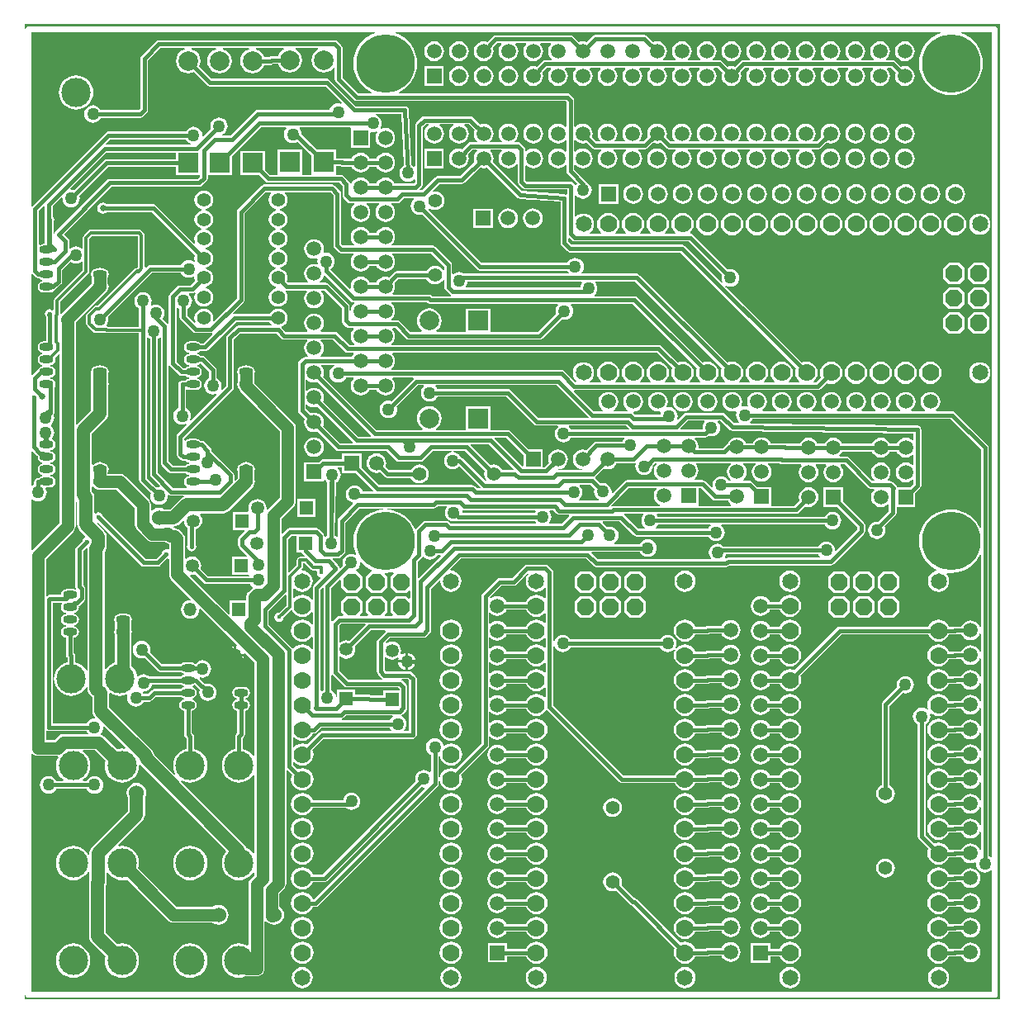
<source format=gbl>
G04 Layer_Physical_Order=2*
G04 Layer_Color=16711680*
%FSLAX24Y24*%
%MOIN*%
G70*
G01*
G75*
%ADD12C,0.1000*%
%ADD13C,0.0165*%
%ADD14C,0.0500*%
%ADD15C,0.0543*%
%ADD16C,0.0591*%
%ADD17R,0.0591X0.0591*%
%ADD18C,0.0650*%
%ADD19P,0.0734X8X22.5*%
%ADD20C,0.0700*%
%ADD21C,0.0787*%
%ADD22R,0.0787X0.0787*%
%ADD23C,0.0551*%
%ADD24R,0.0591X0.0591*%
%ADD25R,0.0531X0.0531*%
%ADD26C,0.0531*%
%ADD27O,0.0532X0.0531*%
%ADD28R,0.0531X0.0531*%
%ADD29C,0.2362*%
%ADD30C,0.1181*%
%ADD31R,0.0787X0.0787*%
%ADD32P,0.0734X8X292.5*%
%ADD33C,0.0600*%
%ADD34C,0.0177*%
%ADD35C,0.0500*%
%ADD36C,0.0250*%
%ADD37O,0.0571X0.0315*%
%ADD38C,0.0157*%
%ADD39C,0.0120*%
%ADD40R,0.1811X0.1220*%
%ADD41R,0.1811X0.1142*%
%ADD42R,0.1811X0.1102*%
%ADD43R,0.1102X0.1535*%
%ADD44R,0.1535X0.1142*%
%ADD45R,0.1614X0.1220*%
G36*
X34509Y31486D02*
X34520Y31468D01*
X34519Y31465D01*
X34507Y31373D01*
X34519Y31282D01*
X34554Y31197D01*
X34610Y31124D01*
X34683Y31068D01*
X34768Y31032D01*
X34860Y31020D01*
X34951Y31032D01*
X35036Y31068D01*
X35109Y31124D01*
X35166Y31197D01*
X35201Y31282D01*
X35213Y31373D01*
X35208Y31408D01*
X35304Y31504D01*
X35352Y31499D01*
X35365Y31454D01*
X35308Y31380D01*
X35268Y31284D01*
X35255Y31181D01*
X35268Y31078D01*
X35308Y30982D01*
X35372Y30899D01*
X35415Y30866D01*
X35398Y30816D01*
X34170D01*
X34110Y30804D01*
X34060Y30770D01*
X33586Y30297D01*
X33539Y30320D01*
X33543Y30350D01*
X33531Y30441D01*
X33496Y30527D01*
X33440Y30600D01*
X33367Y30656D01*
X33281Y30691D01*
X33190Y30703D01*
X33099Y30691D01*
X33078Y30682D01*
X32881Y30879D01*
X32882Y30939D01*
X32888Y30943D01*
X33231Y31287D01*
X33275Y31268D01*
X33378Y31255D01*
X33481Y31268D01*
X33577Y31308D01*
X33660Y31372D01*
X33723Y31454D01*
X33741Y31498D01*
X34434D01*
X34483Y31508D01*
X34509Y31486D01*
D02*
G37*
G36*
X29983Y31829D02*
Y31384D01*
X29933Y31363D01*
X28814Y32482D01*
X28833Y32528D01*
X29283D01*
X29983Y31829D01*
D02*
G37*
G36*
X10359Y31796D02*
X10385Y31779D01*
X10378Y31746D01*
X10396Y31657D01*
X10446Y31582D01*
X10521Y31532D01*
X10573Y31522D01*
Y31471D01*
X10521Y31460D01*
X10446Y31410D01*
X10396Y31335D01*
X10378Y31246D01*
X10396Y31157D01*
X10446Y31082D01*
X10521Y31032D01*
X10573Y31022D01*
Y30971D01*
X10521Y30960D01*
X10446Y30910D01*
X10438Y30898D01*
X10400D01*
X10400Y30898D01*
X10342Y30886D01*
X10293Y30853D01*
X10293Y30853D01*
X10283Y30843D01*
X10250Y30794D01*
X10238Y30736D01*
X10238Y30736D01*
Y30626D01*
X10213Y30616D01*
X10162Y30576D01*
X10112Y30601D01*
Y31973D01*
X10162Y31994D01*
X10359Y31796D01*
D02*
G37*
G36*
X29587Y31269D02*
X29566Y31219D01*
X29126D01*
X29112Y31252D01*
X29051Y31331D01*
X28973Y31391D01*
X28882Y31429D01*
X28783Y31442D01*
X28685Y31429D01*
X28652Y31415D01*
X27854Y32213D01*
X27875Y32263D01*
X28593D01*
X29587Y31269D01*
D02*
G37*
G36*
X21336Y33796D02*
X21432Y33757D01*
X21535Y33743D01*
X21639Y33757D01*
X21682Y33775D01*
X23101Y32356D01*
X23081Y32306D01*
X22592D01*
X21902Y32995D01*
X21921Y33039D01*
X21934Y33142D01*
X21921Y33245D01*
X21881Y33341D01*
X21817Y33424D01*
X21735Y33487D01*
X21639Y33527D01*
X21535Y33540D01*
X21432Y33527D01*
X21389Y33509D01*
X21206Y33692D01*
Y33844D01*
X21238Y33855D01*
X21256Y33858D01*
X21336Y33796D01*
D02*
G37*
G36*
Y34796D02*
X21432Y34757D01*
X21535Y34743D01*
X21639Y34757D01*
X21682Y34775D01*
X23837Y32620D01*
X23818Y32574D01*
X23323D01*
X21902Y33995D01*
X21921Y34039D01*
X21934Y34142D01*
X21921Y34245D01*
X21881Y34341D01*
X21817Y34424D01*
X21735Y34487D01*
X21639Y34527D01*
X21535Y34540D01*
X21432Y34527D01*
X21336Y34487D01*
X21256Y34425D01*
X21238Y34428D01*
X21206Y34439D01*
Y34844D01*
X21238Y34855D01*
X21256Y34858D01*
X21336Y34796D01*
D02*
G37*
G36*
X45064Y31927D02*
X45128Y31844D01*
X45210Y31781D01*
X45306Y31741D01*
X45409Y31727D01*
X45513Y31741D01*
X45609Y31781D01*
X45684Y31839D01*
X45734Y31826D01*
Y31426D01*
X45684Y31413D01*
X45609Y31471D01*
X45513Y31511D01*
X45409Y31525D01*
X45306Y31511D01*
X45210Y31471D01*
X45128Y31408D01*
X45064Y31325D01*
X45024Y31229D01*
X45011Y31126D01*
X45024Y31023D01*
X45064Y30927D01*
X45128Y30844D01*
X45210Y30781D01*
X45306Y30741D01*
X45409Y30727D01*
X45513Y30741D01*
X45609Y30781D01*
X45684Y30839D01*
X45734Y30826D01*
Y30671D01*
X45585Y30521D01*
X45061D01*
X45054Y30560D01*
X45020Y30610D01*
X44890Y30740D01*
X44840Y30774D01*
X44780Y30786D01*
X44693D01*
X44677Y30833D01*
X44691Y30844D01*
X44755Y30927D01*
X44795Y31023D01*
X44808Y31126D01*
X44795Y31229D01*
X44755Y31325D01*
X44691Y31408D01*
X44609Y31471D01*
X44513Y31511D01*
X44409Y31525D01*
X44306Y31511D01*
X44210Y31471D01*
X44128Y31408D01*
X44064Y31325D01*
X44024Y31229D01*
X44011Y31126D01*
X44024Y31023D01*
X44064Y30927D01*
X44128Y30844D01*
X44142Y30833D01*
X44126Y30786D01*
X44064D01*
X43130Y31720D01*
X43080Y31754D01*
X43020Y31766D01*
X42758D01*
X42741Y31816D01*
X42778Y31844D01*
X42841Y31927D01*
X42859Y31970D01*
X44046D01*
X44064Y31927D01*
X44128Y31844D01*
X44210Y31781D01*
X44306Y31741D01*
X44409Y31727D01*
X44513Y31741D01*
X44609Y31781D01*
X44691Y31844D01*
X44755Y31927D01*
X44773Y31970D01*
X45046D01*
X45064Y31927D01*
D02*
G37*
G36*
X22354Y35424D02*
X22333Y35416D01*
X22260Y35360D01*
X22204Y35287D01*
X22169Y35201D01*
X22157Y35110D01*
X22169Y35019D01*
X22204Y34933D01*
X22260Y34860D01*
X22333Y34804D01*
X22419Y34769D01*
X22510Y34757D01*
X22601Y34769D01*
X22687Y34804D01*
X22760Y34860D01*
X22816Y34933D01*
X22824Y34954D01*
X23109D01*
X23122Y34904D01*
X23064Y34829D01*
X23024Y34733D01*
X23011Y34630D01*
X23024Y34527D01*
X23064Y34431D01*
X23128Y34348D01*
X23210Y34285D01*
X23306Y34245D01*
X23409Y34231D01*
X23513Y34245D01*
X23609Y34285D01*
X23691Y34348D01*
X23755Y34431D01*
X23773Y34474D01*
X24046D01*
X24064Y34431D01*
X24128Y34348D01*
X24210Y34285D01*
X24306Y34245D01*
X24409Y34231D01*
X24513Y34245D01*
X24609Y34285D01*
X24691Y34348D01*
X24755Y34431D01*
X24795Y34527D01*
X24808Y34630D01*
X24795Y34733D01*
X24755Y34829D01*
X24697Y34904D01*
X24710Y34954D01*
X25536D01*
X25550Y34928D01*
X25554Y34904D01*
X24652Y34002D01*
X24631Y34011D01*
X24540Y34023D01*
X24449Y34011D01*
X24363Y33976D01*
X24290Y33920D01*
X24234Y33847D01*
X24199Y33761D01*
X24187Y33670D01*
X24199Y33579D01*
X24234Y33493D01*
X24290Y33420D01*
X24363Y33364D01*
X24449Y33329D01*
X24540Y33317D01*
X24631Y33329D01*
X24717Y33364D01*
X24790Y33420D01*
X24846Y33493D01*
X24881Y33579D01*
X24893Y33670D01*
X24881Y33761D01*
X24872Y33782D01*
X25734Y34644D01*
X25944D01*
X25960Y34597D01*
X25950Y34590D01*
X25894Y34517D01*
X25859Y34431D01*
X25847Y34340D01*
X25859Y34249D01*
X25894Y34163D01*
X25950Y34090D01*
X26023Y34034D01*
X26109Y33999D01*
X26200Y33987D01*
X26291Y33999D01*
X26377Y34034D01*
X26450Y34090D01*
X26506Y34163D01*
X26514Y34184D01*
X29296D01*
X30420Y33060D01*
X30470Y33026D01*
X30530Y33014D01*
X31366D01*
X31383Y32964D01*
X31350Y32940D01*
X31294Y32867D01*
X31259Y32781D01*
X31247Y32690D01*
X31259Y32599D01*
X31294Y32513D01*
X31350Y32440D01*
X31423Y32384D01*
X31509Y32349D01*
X31600Y32337D01*
X31691Y32349D01*
X31777Y32384D01*
X31850Y32440D01*
X31906Y32513D01*
X31914Y32534D01*
X34056D01*
X34073Y32484D01*
X34040Y32460D01*
X33984Y32387D01*
X33976Y32366D01*
X32934D01*
X32875Y32354D01*
X32824Y32320D01*
X32525Y32021D01*
X32481Y32039D01*
X32378Y32052D01*
X32275Y32039D01*
X32179Y31999D01*
X32096Y31935D01*
X32033Y31853D01*
X31993Y31757D01*
X31979Y31654D01*
X31993Y31550D01*
X32033Y31454D01*
X32096Y31372D01*
X32179Y31308D01*
X32275Y31268D01*
X32349Y31259D01*
X32345Y31209D01*
X31411D01*
X31407Y31259D01*
X31481Y31268D01*
X31577Y31308D01*
X31660Y31372D01*
X31723Y31454D01*
X31763Y31550D01*
X31777Y31654D01*
X31763Y31757D01*
X31723Y31853D01*
X31660Y31935D01*
X31577Y31999D01*
X31481Y32039D01*
X31378Y32052D01*
X31275Y32039D01*
X31179Y31999D01*
X31096Y31935D01*
X31033Y31853D01*
X30993Y31757D01*
X30979Y31654D01*
X30993Y31550D01*
X31011Y31507D01*
X30836Y31331D01*
X30773D01*
Y32049D01*
X30203D01*
X29458Y32794D01*
X29407Y32827D01*
X29348Y32839D01*
X28643D01*
Y33801D01*
X27656D01*
Y32839D01*
X26465D01*
X26448Y32889D01*
X26533Y32955D01*
X26612Y33058D01*
X26662Y33178D01*
X26679Y33307D01*
X26662Y33436D01*
X26612Y33556D01*
X26533Y33659D01*
X26430Y33738D01*
X26310Y33788D01*
X26181Y33805D01*
X26052Y33788D01*
X25932Y33738D01*
X25829Y33659D01*
X25750Y33556D01*
X25700Y33436D01*
X25683Y33307D01*
X25700Y33178D01*
X25750Y33058D01*
X25829Y32955D01*
X25915Y32889D01*
X25898Y32839D01*
X24058D01*
X21902Y34995D01*
X21921Y35039D01*
X21934Y35142D01*
X21921Y35245D01*
X21881Y35341D01*
X21817Y35424D01*
X21813Y35427D01*
X21829Y35474D01*
X22344D01*
X22354Y35424D01*
D02*
G37*
G36*
X28432Y31195D02*
X28418Y31161D01*
X28405Y31063D01*
X28418Y30965D01*
X28455Y30874D01*
X28483Y30838D01*
X28463Y30782D01*
X28446Y30778D01*
X27518Y31705D01*
X27468Y31739D01*
X27448Y31743D01*
X27436Y31772D01*
X27380Y31845D01*
X27307Y31901D01*
X27221Y31936D01*
X27161Y31944D01*
X27164Y31994D01*
X27632D01*
X28432Y31195D01*
D02*
G37*
G36*
X32858Y30462D02*
X32849Y30441D01*
X32837Y30350D01*
X32849Y30259D01*
X32884Y30173D01*
X32940Y30100D01*
X33013Y30044D01*
X33025Y30039D01*
X33015Y29989D01*
X32246D01*
X32229Y30039D01*
X32270Y30070D01*
X32326Y30143D01*
X32361Y30229D01*
X32373Y30320D01*
X32361Y30411D01*
X32326Y30497D01*
X32270Y30570D01*
X32253Y30582D01*
X32270Y30632D01*
X32688D01*
X32858Y30462D01*
D02*
G37*
G36*
X22660Y31101D02*
X23230D01*
X23932Y30399D01*
X23912Y30349D01*
X23508D01*
X23476Y30427D01*
X23420Y30500D01*
X23347Y30556D01*
X23261Y30591D01*
X23170Y30603D01*
X23079Y30591D01*
X22993Y30556D01*
X22920Y30500D01*
X22864Y30427D01*
X22829Y30341D01*
X22817Y30250D01*
X22829Y30159D01*
X22864Y30073D01*
X22920Y30000D01*
X22993Y29944D01*
X23079Y29909D01*
X23101Y29906D01*
X23117Y29859D01*
X22540Y29281D01*
X22506Y29231D01*
X22494Y29171D01*
Y28542D01*
X22444Y28521D01*
X22387Y28566D01*
X22372Y28572D01*
X22415Y30705D01*
X22437Y30714D01*
X22510Y30770D01*
X22566Y30843D01*
X22601Y30929D01*
X22613Y31020D01*
X22601Y31111D01*
X22566Y31197D01*
X22510Y31270D01*
X22483Y31290D01*
X22500Y31340D01*
X22660D01*
Y31101D01*
D02*
G37*
G36*
X37618Y30032D02*
X37669Y29998D01*
X37728Y29986D01*
X38243D01*
X38261Y29942D01*
X38324Y29860D01*
X38375Y29821D01*
X38358Y29771D01*
X37093D01*
X37049Y29786D01*
Y30504D01*
X37146D01*
X37618Y30032D01*
D02*
G37*
G36*
X11271Y35886D02*
Y29093D01*
X10162Y27984D01*
X10160Y27984D01*
X10112Y28001D01*
Y30020D01*
X10162Y30044D01*
X10213Y30004D01*
X10299Y29969D01*
X10390Y29957D01*
X10481Y29969D01*
X10567Y30004D01*
X10640Y30060D01*
X10696Y30133D01*
X10731Y30219D01*
X10743Y30310D01*
X10731Y30401D01*
X10705Y30464D01*
X10733Y30514D01*
X10866D01*
X10955Y30532D01*
X11030Y30582D01*
X11080Y30657D01*
X11098Y30746D01*
X11080Y30835D01*
X11030Y30910D01*
X10955Y30960D01*
X10903Y30971D01*
Y31022D01*
X10955Y31032D01*
X11030Y31082D01*
X11080Y31157D01*
X11098Y31246D01*
X11080Y31335D01*
X11030Y31410D01*
X10955Y31460D01*
X10903Y31471D01*
Y31522D01*
X10955Y31532D01*
X11030Y31582D01*
X11080Y31657D01*
X11098Y31746D01*
X11080Y31835D01*
X11030Y31910D01*
X10955Y31960D01*
X10903Y31971D01*
Y32022D01*
X10955Y32032D01*
X11030Y32082D01*
X11080Y32157D01*
X11098Y32246D01*
X11080Y32335D01*
X11030Y32410D01*
X10987Y32439D01*
X10975Y32503D01*
X11006Y32543D01*
X11041Y32629D01*
X11053Y32720D01*
X11041Y32811D01*
X11006Y32897D01*
X10950Y32970D01*
X10917Y32995D01*
Y33045D01*
X10950Y33070D01*
X11006Y33143D01*
X11041Y33229D01*
X11053Y33320D01*
X11041Y33411D01*
X11028Y33442D01*
X11034Y33450D01*
X11046Y33510D01*
X11042Y33530D01*
Y33650D01*
X11046Y33670D01*
X11042Y33690D01*
Y34536D01*
X11080Y34594D01*
X11098Y34683D01*
X11080Y34772D01*
X11030Y34847D01*
X10955Y34897D01*
X10903Y34908D01*
Y34959D01*
X10955Y34969D01*
X11030Y35019D01*
X11080Y35094D01*
X11098Y35183D01*
X11080Y35272D01*
X11030Y35347D01*
X10955Y35397D01*
X10903Y35408D01*
Y35459D01*
X10955Y35469D01*
X11030Y35519D01*
X11080Y35594D01*
X11098Y35683D01*
X11082Y35763D01*
X11225Y35905D01*
X11271Y35886D01*
D02*
G37*
G36*
X14888Y36534D02*
X14909Y36525D01*
Y31045D01*
X14921Y30985D01*
X14955Y30935D01*
X15313Y30576D01*
X15291Y30532D01*
X15280Y30533D01*
X15189Y30521D01*
X15168Y30512D01*
X14786Y30894D01*
Y36549D01*
X14836Y36574D01*
X14888Y36534D01*
D02*
G37*
G36*
X38364Y31454D02*
X38324Y31424D01*
X38261Y31341D01*
X38221Y31245D01*
X38208Y31142D01*
X38221Y31039D01*
X38261Y30942D01*
X38324Y30860D01*
X38369Y30826D01*
X38352Y30776D01*
X38284D01*
X38276Y30797D01*
X38220Y30870D01*
X38147Y30926D01*
X38061Y30961D01*
X37970Y30973D01*
X37879Y30961D01*
X37793Y30926D01*
X37720Y30870D01*
X37664Y30797D01*
X37629Y30711D01*
X37617Y30620D01*
X37629Y30532D01*
X37625Y30528D01*
X37576Y30514D01*
X37320Y30770D01*
X37270Y30804D01*
X37210Y30816D01*
X36909D01*
X36892Y30866D01*
X36935Y30899D01*
X36999Y30982D01*
X37039Y31078D01*
X37052Y31181D01*
X37039Y31284D01*
X36999Y31380D01*
X36942Y31454D01*
X36956Y31504D01*
X38347D01*
X38364Y31454D01*
D02*
G37*
G36*
X20220Y36530D02*
X20270Y36496D01*
X20330Y36484D01*
X21255D01*
X21271Y36437D01*
X21254Y36424D01*
X21190Y36341D01*
X21150Y36245D01*
X21137Y36142D01*
X21150Y36039D01*
X21190Y35942D01*
X21254Y35860D01*
X21285Y35836D01*
X21268Y35786D01*
X21180D01*
X21120Y35774D01*
X21070Y35740D01*
X20940Y35610D01*
X20906Y35560D01*
X20894Y35500D01*
Y33627D01*
X20906Y33568D01*
X20940Y33517D01*
X21168Y33289D01*
X21150Y33245D01*
X21137Y33142D01*
X21150Y33039D01*
X21190Y32942D01*
X21254Y32860D01*
X21336Y32796D01*
X21432Y32757D01*
X21535Y32743D01*
X21639Y32757D01*
X21682Y32775D01*
X22417Y32040D01*
X22468Y32006D01*
X22527Y31994D01*
X24455D01*
X24842Y31607D01*
X24893Y31574D01*
X24952Y31562D01*
X25818D01*
X25877Y31574D01*
X25928Y31607D01*
X26315Y31994D01*
X27096D01*
X27099Y31944D01*
X27039Y31936D01*
X26953Y31901D01*
X26880Y31845D01*
X26824Y31772D01*
X26789Y31687D01*
X26777Y31595D01*
X26789Y31504D01*
X26824Y31419D01*
X26880Y31346D01*
X26953Y31290D01*
X27039Y31254D01*
X27130Y31242D01*
X27221Y31254D01*
X27307Y31290D01*
X27380Y31346D01*
X27382Y31349D01*
X27432Y31352D01*
X28258Y30526D01*
X28237Y30476D01*
X28114D01*
X28020Y30570D01*
X27970Y30604D01*
X27910Y30616D01*
X24156D01*
X23450Y31321D01*
Y31891D01*
X22660D01*
Y31652D01*
X21890D01*
X21830Y31640D01*
X21780Y31606D01*
X21711Y31537D01*
X21140D01*
Y30746D01*
X21931D01*
Y30792D01*
X21981Y30809D01*
X22010Y30770D01*
X22059Y30733D01*
X22054Y30710D01*
Y28574D01*
X22033Y28566D01*
X21983Y28527D01*
X21933Y28552D01*
Y28568D01*
X21921Y28627D01*
X21887Y28678D01*
X21735Y28830D01*
X21685Y28864D01*
X21625Y28876D01*
X20550D01*
X20490Y28864D01*
X20440Y28830D01*
X20268Y28658D01*
X20221Y28677D01*
Y29263D01*
X20696Y29738D01*
X20748Y29804D01*
X20780Y29882D01*
X20791Y29966D01*
Y32940D01*
X20780Y33024D01*
X20748Y33102D01*
X20696Y33168D01*
X19141Y34724D01*
X19132Y34772D01*
X19112Y34801D01*
Y35065D01*
X19132Y35094D01*
X19149Y35183D01*
X19132Y35272D01*
X19081Y35347D01*
X19006Y35397D01*
X18921Y35414D01*
X18873Y35434D01*
X18789Y35445D01*
X18706Y35434D01*
X18658Y35414D01*
X18573Y35397D01*
X18497Y35347D01*
X18447Y35272D01*
X18429Y35183D01*
X18447Y35094D01*
X18467Y35065D01*
Y34801D01*
X18447Y34772D01*
X18429Y34683D01*
X18447Y34594D01*
X18475Y34552D01*
X18478Y34535D01*
X18510Y34458D01*
X18561Y34391D01*
X20145Y32807D01*
Y30100D01*
X19670Y29625D01*
X19662Y29613D01*
X19614Y29633D01*
X19621Y29685D01*
X19608Y29781D01*
X19571Y29869D01*
X19513Y29946D01*
X19436Y30005D01*
X19347Y30041D01*
X19252Y30054D01*
X19156Y30041D01*
X19068Y30005D01*
X18991Y29946D01*
X18932Y29869D01*
X18896Y29781D01*
X18883Y29685D01*
X18896Y29590D01*
X18899Y29581D01*
X18872Y29539D01*
X18256D01*
Y28807D01*
X18712D01*
X18731Y28761D01*
X18515Y28545D01*
X18481Y28495D01*
X18469Y28435D01*
Y28185D01*
X18481Y28125D01*
X18515Y28075D01*
X18816Y27774D01*
X18797Y27728D01*
X18217D01*
Y26996D01*
X18901D01*
X18933Y26946D01*
X18928Y26936D01*
X17261D01*
X16959Y27238D01*
X16970Y27267D01*
X16983Y27362D01*
X16970Y27458D01*
X16934Y27547D01*
X16875Y27623D01*
X16799Y27682D01*
X16710Y27719D01*
X16614Y27731D01*
X16519Y27719D01*
X16430Y27682D01*
X16376Y27640D01*
X16362Y27643D01*
X16326Y27665D01*
Y28442D01*
X16315Y28525D01*
X16283Y28603D01*
X16232Y28670D01*
X16116Y28785D01*
X16049Y28837D01*
X15972Y28869D01*
X15888Y28880D01*
X15885D01*
X15871Y28890D01*
X15867Y28897D01*
X15867Y28906D01*
X15892Y28950D01*
X15959Y28958D01*
X16011Y28980D01*
X16043Y28993D01*
X16043Y28993D01*
X16114Y29048D01*
X16114Y29048D01*
X16236Y29170D01*
X16288Y29151D01*
X16297Y29078D01*
X16334Y28989D01*
X16393Y28912D01*
X16435Y28880D01*
Y28229D01*
X16413Y28196D01*
X16399Y28122D01*
X16413Y28049D01*
X16455Y27986D01*
X16517Y27945D01*
X16591Y27930D01*
X16665Y27945D01*
X16727Y27986D01*
X16769Y28049D01*
X16783Y28122D01*
X16769Y28196D01*
X16747Y28229D01*
Y28817D01*
X16749Y28817D01*
X16838Y28854D01*
X16914Y28912D01*
X16973Y28989D01*
X17010Y29078D01*
X17022Y29173D01*
X17010Y29269D01*
X16973Y29358D01*
X16928Y29416D01*
X16951Y29466D01*
X17854D01*
X17943Y29478D01*
X18026Y29512D01*
X18098Y29567D01*
X19033Y30502D01*
X19033Y30502D01*
X19088Y30574D01*
X19107Y30621D01*
X19132Y30657D01*
X19149Y30746D01*
X19134Y30823D01*
Y31169D01*
X19149Y31246D01*
X19132Y31335D01*
X19081Y31410D01*
X19040Y31438D01*
X19033Y31447D01*
X18962Y31502D01*
X18879Y31536D01*
X18789Y31548D01*
X18700Y31536D01*
X18617Y31502D01*
X18546Y31447D01*
X18539Y31438D01*
X18497Y31410D01*
X18447Y31335D01*
X18429Y31246D01*
X18445Y31169D01*
Y30889D01*
X18359Y30803D01*
X18313Y30822D01*
Y31009D01*
X18301Y31069D01*
X18267Y31119D01*
X17396Y31991D01*
Y32006D01*
X17384Y32066D01*
X17350Y32116D01*
X17110Y32356D01*
X17060Y32390D01*
X17000Y32402D01*
X16941D01*
X16936Y32410D01*
X16860Y32460D01*
X16772Y32478D01*
X16516D01*
X16427Y32460D01*
X16352Y32410D01*
X16346Y32401D01*
X16296Y32416D01*
Y32506D01*
X18243Y34453D01*
X18276Y34503D01*
X18288Y34563D01*
Y36482D01*
X18541Y36734D01*
X20016D01*
X20220Y36530D01*
D02*
G37*
G36*
X15342Y36548D02*
Y31517D01*
X15354Y31458D01*
X15388Y31407D01*
X15659Y31136D01*
X15709Y31102D01*
X15769Y31090D01*
X16346D01*
X16352Y31082D01*
X16427Y31032D01*
X16478Y31022D01*
Y30971D01*
X16427Y30960D01*
X16352Y30910D01*
X16301Y30835D01*
X16284Y30746D01*
X16301Y30657D01*
X16352Y30582D01*
X16406Y30546D01*
X16391Y30496D01*
X15834D01*
X15221Y31109D01*
Y36525D01*
X15242Y36534D01*
X15292Y36572D01*
X15342Y36548D01*
D02*
G37*
G36*
X16080Y37738D02*
X16101Y37730D01*
Y37394D01*
X16112Y37334D01*
X16146Y37284D01*
X16640Y36790D01*
X16690Y36756D01*
X16750Y36744D01*
X17375D01*
X17417Y36753D01*
X17441Y36707D01*
X17074Y36339D01*
X16941D01*
X16936Y36347D01*
X16860Y36397D01*
X16772Y36415D01*
X16516D01*
X16427Y36397D01*
X16352Y36347D01*
X16301Y36272D01*
X16284Y36183D01*
X16301Y36094D01*
X16352Y36019D01*
X16427Y35969D01*
X16478Y35959D01*
Y35908D01*
X16427Y35897D01*
X16352Y35847D01*
X16301Y35772D01*
X16284Y35683D01*
X16301Y35594D01*
X16352Y35519D01*
X16427Y35469D01*
X16478Y35459D01*
Y35408D01*
X16427Y35397D01*
X16352Y35347D01*
X16346Y35339D01*
X16244D01*
X15979Y35604D01*
Y37752D01*
X16029Y37777D01*
X16080Y37738D01*
D02*
G37*
G36*
X26130Y37970D02*
X26180Y37936D01*
X26240Y37924D01*
X31358D01*
X31379Y37874D01*
X31334Y37817D01*
X31299Y37731D01*
X31287Y37640D01*
X31299Y37549D01*
X31308Y37528D01*
X30576Y36796D01*
X28643D01*
Y37738D01*
X27656D01*
Y36796D01*
X26490D01*
X26473Y36846D01*
X26533Y36892D01*
X26612Y36995D01*
X26662Y37115D01*
X26679Y37244D01*
X26662Y37373D01*
X26612Y37493D01*
X26533Y37596D01*
X26430Y37675D01*
X26310Y37725D01*
X26181Y37742D01*
X26052Y37725D01*
X25932Y37675D01*
X25829Y37596D01*
X25750Y37493D01*
X25700Y37373D01*
X25683Y37244D01*
X25700Y37115D01*
X25750Y36995D01*
X25829Y36892D01*
X25889Y36846D01*
X25872Y36796D01*
X25424D01*
X25000Y37220D01*
X24950Y37254D01*
X24890Y37266D01*
X24666D01*
X24649Y37316D01*
X24691Y37348D01*
X24755Y37431D01*
X24795Y37527D01*
X24808Y37630D01*
X24795Y37733D01*
X24755Y37829D01*
X24691Y37912D01*
X24649Y37944D01*
X24666Y37994D01*
X26106D01*
X26130Y37970D01*
D02*
G37*
G36*
X22790Y36000D02*
X22840Y35966D01*
X22900Y35954D01*
X23109D01*
X23122Y35904D01*
X23064Y35829D01*
X23046Y35786D01*
X21803D01*
X21786Y35836D01*
X21817Y35860D01*
X21881Y35942D01*
X21921Y36039D01*
X21934Y36142D01*
X21921Y36245D01*
X21881Y36341D01*
X21817Y36424D01*
X21800Y36437D01*
X21816Y36484D01*
X22306D01*
X22790Y36000D01*
D02*
G37*
G36*
X19807Y42384D02*
X19755Y42315D01*
X19717Y42224D01*
X19704Y42126D01*
X19717Y42028D01*
X19755Y41937D01*
X19815Y41858D01*
X19893Y41798D01*
X19985Y41760D01*
X20004Y41758D01*
Y41707D01*
X19985Y41705D01*
X19893Y41667D01*
X19815Y41606D01*
X19755Y41528D01*
X19717Y41437D01*
X19704Y41339D01*
X19717Y41241D01*
X19755Y41149D01*
X19815Y41071D01*
X19893Y41011D01*
X19985Y40973D01*
X20004Y40970D01*
Y40920D01*
X19985Y40917D01*
X19893Y40879D01*
X19815Y40819D01*
X19755Y40741D01*
X19717Y40649D01*
X19704Y40551D01*
X19717Y40453D01*
X19755Y40362D01*
X19815Y40283D01*
X19893Y40223D01*
X19985Y40185D01*
X20004Y40183D01*
Y40132D01*
X19985Y40130D01*
X19893Y40092D01*
X19815Y40032D01*
X19755Y39953D01*
X19717Y39862D01*
X19704Y39764D01*
X19717Y39666D01*
X19755Y39574D01*
X19815Y39496D01*
X19893Y39436D01*
X19985Y39398D01*
X20004Y39395D01*
Y39345D01*
X19985Y39342D01*
X19893Y39304D01*
X19815Y39244D01*
X19755Y39166D01*
X19717Y39074D01*
X19704Y38976D01*
X19717Y38878D01*
X19755Y38787D01*
X19815Y38709D01*
X19893Y38648D01*
X19985Y38610D01*
X20004Y38608D01*
Y38557D01*
X19985Y38555D01*
X19893Y38517D01*
X19815Y38457D01*
X19755Y38378D01*
X19717Y38287D01*
X19704Y38189D01*
X19717Y38091D01*
X19755Y38000D01*
X19815Y37921D01*
X19893Y37861D01*
X19985Y37823D01*
X20083Y37810D01*
X20181Y37823D01*
X20272Y37861D01*
X20351Y37921D01*
X20411Y38000D01*
X20449Y38091D01*
X20462Y38189D01*
X20449Y38287D01*
X20411Y38378D01*
X20374Y38426D01*
X20402Y38472D01*
X20439Y38464D01*
X21232D01*
X21246Y38414D01*
X21190Y38341D01*
X21150Y38245D01*
X21137Y38142D01*
X21150Y38039D01*
X21190Y37942D01*
X21254Y37860D01*
X21336Y37796D01*
X21432Y37757D01*
X21535Y37743D01*
X21639Y37757D01*
X21735Y37796D01*
X21817Y37860D01*
X21881Y37942D01*
X21921Y38039D01*
X21934Y38142D01*
X21921Y38245D01*
X21881Y38341D01*
X21825Y38414D01*
X21839Y38464D01*
X21946D01*
X22654Y37756D01*
Y37250D01*
X22666Y37190D01*
X22700Y37140D01*
X22840Y37000D01*
X22890Y36966D01*
X22950Y36954D01*
X23109D01*
X23122Y36904D01*
X23064Y36829D01*
X23024Y36733D01*
X23011Y36630D01*
X23024Y36527D01*
X23064Y36431D01*
X23128Y36348D01*
X23170Y36316D01*
X23153Y36266D01*
X22964D01*
X22480Y36750D01*
X22430Y36784D01*
X22370Y36796D01*
X21816D01*
X21799Y36846D01*
X21817Y36860D01*
X21881Y36942D01*
X21921Y37039D01*
X21934Y37142D01*
X21921Y37245D01*
X21881Y37341D01*
X21817Y37424D01*
X21735Y37487D01*
X21639Y37527D01*
X21535Y37540D01*
X21432Y37527D01*
X21336Y37487D01*
X21254Y37424D01*
X21190Y37341D01*
X21150Y37245D01*
X21137Y37142D01*
X21150Y37039D01*
X21190Y36942D01*
X21254Y36860D01*
X21272Y36846D01*
X21255Y36796D01*
X20394D01*
X20228Y36962D01*
X20240Y37021D01*
X20272Y37034D01*
X20351Y37094D01*
X20411Y37173D01*
X20449Y37264D01*
X20462Y37362D01*
X20449Y37460D01*
X20411Y37552D01*
X20351Y37630D01*
X20272Y37690D01*
X20181Y37728D01*
X20083Y37741D01*
X19985Y37728D01*
X19893Y37690D01*
X19815Y37630D01*
X19755Y37552D01*
X19741Y37518D01*
X18317D01*
X18275Y37510D01*
X18251Y37556D01*
X18690Y37995D01*
X18724Y38045D01*
X18736Y38105D01*
Y41576D01*
X19594Y42434D01*
X19793D01*
X19807Y42384D01*
D02*
G37*
G36*
X23015Y38040D02*
X23065Y38006D01*
X23125Y37994D01*
X23153D01*
X23170Y37944D01*
X23128Y37912D01*
X23064Y37829D01*
X23024Y37733D01*
X23016Y37667D01*
X22966Y37671D01*
Y37820D01*
X22954Y37880D01*
X22920Y37930D01*
X22120Y38730D01*
X22070Y38764D01*
X22010Y38776D01*
X21790D01*
X21773Y38826D01*
X21817Y38860D01*
X21881Y38942D01*
X21921Y39039D01*
X21924Y39067D01*
X21972Y39083D01*
X23015Y38040D01*
D02*
G37*
G36*
X26089Y38901D02*
X26149Y38823D01*
X26228Y38762D01*
X26319Y38725D01*
X26417Y38712D01*
X26515Y38725D01*
X26607Y38762D01*
X26685Y38823D01*
X26744Y38900D01*
X26749Y38900D01*
X26794Y38889D01*
Y38605D01*
X26806Y38545D01*
X26840Y38495D01*
X27015Y38320D01*
X27065Y38286D01*
X27068Y38286D01*
X27063Y38236D01*
X26304D01*
X26280Y38260D01*
X26230Y38294D01*
X26170Y38306D01*
X24710D01*
X24697Y38356D01*
X24755Y38431D01*
X24795Y38527D01*
X24808Y38630D01*
X24795Y38733D01*
X24776Y38777D01*
X24935Y38935D01*
X26075D01*
X26089Y38901D01*
D02*
G37*
G36*
X16174Y39163D02*
X16230Y39090D01*
X16303Y39034D01*
X16389Y38999D01*
X16480Y38987D01*
X16571Y38999D01*
X16657Y39034D01*
X16662Y39038D01*
X16708Y39011D01*
X16704Y38976D01*
X16717Y38878D01*
X16731Y38845D01*
X16558Y38672D01*
X16117D01*
X16057Y38660D01*
X16007Y38626D01*
X15714Y38333D01*
X15680Y38283D01*
X15668Y38223D01*
Y37128D01*
X15618Y37113D01*
X15608Y37129D01*
X15411Y37325D01*
X15451Y37378D01*
X15486Y37463D01*
X15498Y37554D01*
X15486Y37646D01*
X15451Y37731D01*
X15395Y37804D01*
X15322Y37860D01*
X15237Y37895D01*
X15145Y37907D01*
X15054Y37895D01*
X14987Y37868D01*
X14949Y37906D01*
X14971Y37959D01*
X14983Y38050D01*
X14971Y38141D01*
X14936Y38227D01*
X14880Y38300D01*
X14807Y38356D01*
X14721Y38391D01*
X14630Y38403D01*
X14539Y38391D01*
X14453Y38356D01*
X14380Y38300D01*
X14324Y38227D01*
X14289Y38141D01*
X14277Y38050D01*
X14289Y37959D01*
X14324Y37874D01*
X14380Y37800D01*
X14453Y37744D01*
X14474Y37736D01*
Y37007D01*
X13216D01*
X13208Y37012D01*
X13169Y37020D01*
X13151Y37051D01*
X13147Y37073D01*
X13186Y37123D01*
X13221Y37209D01*
X13233Y37300D01*
X13221Y37391D01*
X13212Y37412D01*
X14984Y39184D01*
X16166D01*
X16174Y39163D01*
D02*
G37*
G36*
X37001Y35330D02*
X36971Y35259D01*
X36956Y35142D01*
X36971Y35024D01*
X37016Y34915D01*
X37088Y34821D01*
X37112Y34803D01*
X37096Y34756D01*
X36723D01*
X36707Y34803D01*
X36730Y34821D01*
X36803Y34915D01*
X36848Y35024D01*
X36863Y35142D01*
X36848Y35259D01*
X36803Y35369D01*
X36730Y35463D01*
X36636Y35535D01*
X36527Y35580D01*
X36409Y35596D01*
X36292Y35580D01*
X36221Y35551D01*
X35551Y36220D01*
X35501Y36254D01*
X35441Y36266D01*
X24666D01*
X24649Y36316D01*
X24691Y36348D01*
X24755Y36431D01*
X24795Y36527D01*
X24808Y36630D01*
X24795Y36733D01*
X24755Y36829D01*
X24697Y36904D01*
X24710Y36954D01*
X24826D01*
X25250Y36530D01*
X25300Y36496D01*
X25360Y36484D01*
X30640D01*
X30700Y36496D01*
X30750Y36530D01*
X31528Y37308D01*
X31549Y37299D01*
X31640Y37287D01*
X31731Y37299D01*
X31817Y37334D01*
X31890Y37390D01*
X31946Y37463D01*
X31981Y37549D01*
X31993Y37640D01*
X31981Y37731D01*
X31946Y37817D01*
X31901Y37874D01*
X31922Y37924D01*
X34407D01*
X37001Y35330D01*
D02*
G37*
G36*
X15714Y35429D02*
X16070Y35073D01*
X16120Y35039D01*
X16180Y35027D01*
X16346D01*
X16352Y35019D01*
X16427Y34969D01*
X16478Y34959D01*
Y34908D01*
X16427Y34897D01*
X16352Y34847D01*
X16343Y34835D01*
X16220D01*
X16220Y34835D01*
X16162Y34823D01*
X16113Y34790D01*
X16113Y34790D01*
X16103Y34780D01*
X16070Y34731D01*
X16058Y34673D01*
X16058Y34673D01*
Y33721D01*
X16033Y33711D01*
X15960Y33655D01*
X15904Y33582D01*
X15869Y33496D01*
X15857Y33405D01*
X15869Y33314D01*
X15904Y33228D01*
X15960Y33155D01*
X16033Y33099D01*
X16119Y33064D01*
X16210Y33052D01*
X16301Y33064D01*
X16373Y33094D01*
X16401Y33051D01*
X16030Y32680D01*
X15996Y32630D01*
X15984Y32570D01*
Y31875D01*
X15996Y31815D01*
X16030Y31765D01*
X16159Y31636D01*
X16209Y31602D01*
X16269Y31590D01*
X16346D01*
X16352Y31582D01*
X16427Y31532D01*
X16478Y31522D01*
Y31471D01*
X16427Y31460D01*
X16352Y31410D01*
X16346Y31402D01*
X15833D01*
X15653Y31582D01*
Y35429D01*
X15703Y35445D01*
X15714Y35429D01*
D02*
G37*
G36*
X37308Y33164D02*
X37264Y33107D01*
X37229Y33021D01*
X37217Y32930D01*
X37223Y32883D01*
X37190Y32846D01*
X36331D01*
X36310Y32896D01*
X36628Y33214D01*
X37287D01*
X37308Y33164D01*
D02*
G37*
G36*
X32609Y33372D02*
X32590Y33326D01*
X30594D01*
X29470Y34450D01*
X29420Y34484D01*
X29360Y34496D01*
X26514D01*
X26506Y34517D01*
X26450Y34590D01*
X26440Y34597D01*
X26456Y34644D01*
X31337D01*
X32609Y33372D01*
D02*
G37*
G36*
X38305Y32850D02*
X38329Y32834D01*
X38353Y32817D01*
X38354Y32817D01*
X38355Y32816D01*
X38384Y32810D01*
X38413Y32804D01*
X45734Y32706D01*
Y32426D01*
X45684Y32413D01*
X45609Y32471D01*
X45513Y32511D01*
X45409Y32525D01*
X45306Y32511D01*
X45210Y32471D01*
X45128Y32408D01*
X45064Y32325D01*
X45046Y32282D01*
X44773D01*
X44755Y32325D01*
X44691Y32408D01*
X44609Y32471D01*
X44513Y32511D01*
X44409Y32525D01*
X44306Y32511D01*
X44210Y32471D01*
X44128Y32408D01*
X44064Y32325D01*
X44046Y32282D01*
X42859D01*
X42841Y32325D01*
X42778Y32408D01*
X42695Y32471D01*
X42599Y32511D01*
X42496Y32525D01*
X42393Y32511D01*
X42297Y32471D01*
X42214Y32408D01*
X42151Y32325D01*
X42133Y32282D01*
X41859D01*
X41841Y32325D01*
X41778Y32408D01*
X41695Y32471D01*
X41599Y32511D01*
X41496Y32525D01*
X41393Y32511D01*
X41297Y32471D01*
X41214Y32408D01*
X41151Y32325D01*
X41133Y32282D01*
X40605D01*
X40600Y32286D01*
X40540Y32297D01*
X39970D01*
X39952Y32341D01*
X39888Y32424D01*
X39806Y32487D01*
X39709Y32527D01*
X39606Y32540D01*
X39503Y32527D01*
X39407Y32487D01*
X39324Y32424D01*
X39261Y32341D01*
X39243Y32297D01*
X38970D01*
X38952Y32341D01*
X38888Y32424D01*
X38806Y32487D01*
X38709Y32527D01*
X38606Y32540D01*
X38503Y32527D01*
X38407Y32487D01*
X38324Y32424D01*
X38261Y32341D01*
X38236Y32281D01*
X38193Y32252D01*
X38039Y32098D01*
X37079D01*
X37046Y32135D01*
X37052Y32181D01*
X37039Y32284D01*
X36999Y32380D01*
X36935Y32463D01*
X36908Y32484D01*
X36925Y32534D01*
X37330D01*
X37390Y32546D01*
X37440Y32580D01*
X37458Y32598D01*
X37479Y32589D01*
X37570Y32577D01*
X37661Y32589D01*
X37747Y32624D01*
X37820Y32680D01*
X37876Y32753D01*
X37911Y32839D01*
X37923Y32930D01*
X37911Y33021D01*
X37876Y33107D01*
X37832Y33164D01*
X37853Y33214D01*
X37941D01*
X38305Y32850D01*
D02*
G37*
G36*
X34244Y32896D02*
X34223Y32846D01*
X31914D01*
X31906Y32867D01*
X31850Y32940D01*
X31817Y32964D01*
X31834Y33014D01*
X34126D01*
X34244Y32896D01*
D02*
G37*
G36*
X36001Y35330D02*
X35971Y35259D01*
X35956Y35142D01*
X35971Y35024D01*
X36016Y34915D01*
X36089Y34821D01*
X36112Y34803D01*
X36096Y34756D01*
X35723D01*
X35707Y34803D01*
X35730Y34821D01*
X35803Y34915D01*
X35848Y35024D01*
X35863Y35142D01*
X35848Y35259D01*
X35803Y35369D01*
X35730Y35463D01*
X35636Y35535D01*
X35527Y35580D01*
X35409Y35596D01*
X35292Y35580D01*
X35182Y35535D01*
X35089Y35463D01*
X35016Y35369D01*
X34971Y35259D01*
X34956Y35142D01*
X34971Y35024D01*
X35016Y34915D01*
X35089Y34821D01*
X35112Y34803D01*
X35096Y34756D01*
X34723D01*
X34707Y34803D01*
X34730Y34821D01*
X34803Y34915D01*
X34848Y35024D01*
X34863Y35142D01*
X34848Y35259D01*
X34803Y35369D01*
X34730Y35463D01*
X34636Y35535D01*
X34527Y35580D01*
X34409Y35596D01*
X34292Y35580D01*
X34183Y35535D01*
X34088Y35463D01*
X34016Y35369D01*
X33971Y35259D01*
X33956Y35142D01*
X33971Y35024D01*
X34016Y34915D01*
X34088Y34821D01*
X34112Y34803D01*
X34096Y34756D01*
X33723D01*
X33707Y34803D01*
X33730Y34821D01*
X33803Y34915D01*
X33848Y35024D01*
X33863Y35142D01*
X33848Y35259D01*
X33803Y35369D01*
X33730Y35463D01*
X33636Y35535D01*
X33527Y35580D01*
X33409Y35596D01*
X33292Y35580D01*
X33182Y35535D01*
X33089Y35463D01*
X33016Y35369D01*
X32971Y35259D01*
X32956Y35142D01*
X32971Y35024D01*
X33016Y34915D01*
X33089Y34821D01*
X33112Y34803D01*
X33096Y34756D01*
X32687D01*
X32670Y34806D01*
X32713Y34839D01*
X32781Y34927D01*
X32824Y35031D01*
X32838Y35142D01*
X32824Y35253D01*
X32781Y35356D01*
X32713Y35445D01*
X32624Y35513D01*
X32520Y35556D01*
X32409Y35570D01*
X32298Y35556D01*
X32195Y35513D01*
X32106Y35445D01*
X32038Y35356D01*
X31995Y35253D01*
X31981Y35142D01*
X31995Y35031D01*
X32038Y34927D01*
X32106Y34839D01*
X32118Y34829D01*
X32105Y34776D01*
X32085Y34773D01*
X31638Y35220D01*
X31588Y35254D01*
X31528Y35266D01*
X24666D01*
X24649Y35316D01*
X24691Y35348D01*
X24755Y35431D01*
X24795Y35527D01*
X24808Y35630D01*
X24795Y35733D01*
X24755Y35829D01*
X24697Y35904D01*
X24710Y35954D01*
X35377D01*
X36001Y35330D01*
D02*
G37*
G36*
X38001D02*
X37971Y35259D01*
X37956Y35142D01*
X37971Y35024D01*
X38016Y34915D01*
X38089Y34821D01*
X38112Y34803D01*
X38096Y34756D01*
X37723D01*
X37707Y34803D01*
X37730Y34821D01*
X37803Y34915D01*
X37848Y35024D01*
X37863Y35142D01*
X37848Y35259D01*
X37803Y35369D01*
X37730Y35463D01*
X37636Y35535D01*
X37527Y35580D01*
X37409Y35596D01*
X37292Y35580D01*
X37221Y35551D01*
X34581Y38190D01*
X34531Y38224D01*
X34471Y38236D01*
X32867D01*
X32850Y38286D01*
X32870Y38300D01*
X32926Y38373D01*
X32961Y38459D01*
X32973Y38550D01*
X32961Y38641D01*
X32926Y38727D01*
X32883Y38782D01*
X32906Y38832D01*
X34499D01*
X38001Y35330D01*
D02*
G37*
G36*
X16982Y35498D02*
X17294Y35186D01*
Y34939D01*
X17273Y34931D01*
X17200Y34875D01*
X17144Y34802D01*
X17109Y34716D01*
X17097Y34625D01*
X17109Y34534D01*
X17144Y34448D01*
X17200Y34375D01*
X17273Y34319D01*
X17359Y34284D01*
X17450Y34272D01*
X17541Y34284D01*
X17579Y34299D01*
X17607Y34257D01*
X16564Y33214D01*
X16521Y33242D01*
X16551Y33314D01*
X16563Y33405D01*
X16551Y33496D01*
X16516Y33582D01*
X16460Y33655D01*
X16387Y33711D01*
X16362Y33721D01*
Y34459D01*
X16406Y34483D01*
X16427Y34469D01*
X16516Y34451D01*
X16772D01*
X16860Y34469D01*
X16936Y34519D01*
X16986Y34594D01*
X17004Y34683D01*
X16986Y34772D01*
X16936Y34847D01*
X16860Y34897D01*
X16809Y34908D01*
Y34959D01*
X16860Y34969D01*
X16936Y35019D01*
X16986Y35094D01*
X17004Y35183D01*
X16986Y35272D01*
X16936Y35347D01*
X16860Y35397D01*
X16809Y35408D01*
Y35459D01*
X16860Y35469D01*
X16936Y35519D01*
X16982Y35498D01*
D02*
G37*
G36*
X19755Y37173D02*
X19814Y37096D01*
X19811Y37077D01*
X19800Y37046D01*
X18476D01*
X18417Y37034D01*
X18366Y37000D01*
X18023Y36657D01*
X17989Y36606D01*
X17977Y36546D01*
Y34627D01*
X17818Y34468D01*
X17776Y34496D01*
X17791Y34534D01*
X17803Y34625D01*
X17791Y34716D01*
X17756Y34802D01*
X17700Y34875D01*
X17627Y34931D01*
X17606Y34939D01*
Y35250D01*
X17594Y35310D01*
X17560Y35360D01*
X17127Y35793D01*
X17077Y35827D01*
X17017Y35839D01*
X16941D01*
X16936Y35847D01*
X16860Y35897D01*
X16809Y35908D01*
Y35959D01*
X16860Y35969D01*
X16936Y36019D01*
X16941Y36027D01*
X17138D01*
X17198Y36039D01*
X17248Y36073D01*
X18382Y37207D01*
X19741D01*
X19755Y37173D01*
D02*
G37*
G36*
X21914Y26444D02*
Y22334D01*
X21893Y22326D01*
X21843Y22287D01*
X21793Y22312D01*
Y26388D01*
X21868Y26463D01*
X21914Y26444D01*
D02*
G37*
G36*
X12396Y28069D02*
X12394Y28051D01*
Y23128D01*
X12344Y23116D01*
X12309Y23181D01*
X12223Y23286D01*
X12118Y23372D01*
X11998Y23436D01*
X11888Y23470D01*
Y23710D01*
X11876Y23770D01*
X11842Y23820D01*
X11839Y23824D01*
Y24457D01*
X11900Y24469D01*
X11975Y24519D01*
X12025Y24594D01*
X12043Y24683D01*
X12025Y24772D01*
X11975Y24847D01*
X11900Y24897D01*
X11848Y24908D01*
Y24959D01*
X11900Y24969D01*
X11975Y25019D01*
X12025Y25094D01*
X12043Y25183D01*
X12025Y25272D01*
X11975Y25347D01*
X11900Y25397D01*
X11848Y25408D01*
Y25459D01*
X11900Y25469D01*
X11975Y25519D01*
X12025Y25594D01*
X12043Y25683D01*
X12036Y25716D01*
X12062Y25733D01*
X12261Y25932D01*
X12295Y25983D01*
X12307Y26042D01*
Y26421D01*
X12301Y26448D01*
X12295Y26480D01*
X12295Y26480D01*
X12295Y26480D01*
X12279Y26505D01*
X12261Y26531D01*
X12210Y26582D01*
Y27954D01*
X12349Y28093D01*
X12396Y28069D01*
D02*
G37*
G36*
X22276Y22954D02*
X22740Y22490D01*
X22790Y22456D01*
X22850Y22444D01*
X24936D01*
X24984Y22396D01*
Y22334D01*
X24319D01*
Y22124D01*
X23841D01*
X23800Y22152D01*
X23740Y22164D01*
X23200D01*
Y22374D01*
X22469D01*
Y22055D01*
X22419Y22051D01*
X22411Y22111D01*
X22376Y22197D01*
X22320Y22270D01*
X22247Y22326D01*
X22226Y22334D01*
Y22939D01*
X22276Y22954D01*
X22276Y22954D01*
D02*
G37*
G36*
X16155Y22566D02*
X16230Y22516D01*
X16282Y22506D01*
Y22455D01*
X16230Y22445D01*
X16155Y22394D01*
X16149Y22386D01*
X15087D01*
X15027Y22374D01*
X14977Y22340D01*
X14812Y22176D01*
X14659D01*
X14651Y22197D01*
X14625Y22230D01*
X14650Y22277D01*
X14741Y22289D01*
X14827Y22324D01*
X14900Y22380D01*
X14956Y22453D01*
X14991Y22539D01*
X14996Y22575D01*
X16149D01*
X16155Y22566D01*
D02*
G37*
G36*
X20417Y26171D02*
Y25756D01*
X20133Y25472D01*
X20129Y25473D01*
X20055Y25458D01*
X19993Y25417D01*
X19951Y25354D01*
X19936Y25281D01*
X19951Y25207D01*
X19993Y25145D01*
X20055Y25103D01*
X20129Y25088D01*
X20202Y25103D01*
X20265Y25145D01*
X20306Y25207D01*
X20321Y25281D01*
X20320Y25285D01*
X20599Y25563D01*
X20648Y25553D01*
X20666Y25509D01*
X20738Y25415D01*
X20832Y25343D01*
X20942Y25298D01*
X21059Y25282D01*
X21177Y25298D01*
X21286Y25343D01*
X21380Y25415D01*
X21432Y25483D01*
X21482Y25466D01*
Y25007D01*
X21432Y24990D01*
X21380Y25057D01*
X21286Y25129D01*
X21177Y25175D01*
X21059Y25190D01*
X20942Y25175D01*
X20832Y25129D01*
X20738Y25057D01*
X20666Y24963D01*
X20621Y24854D01*
X20605Y24736D01*
X20621Y24619D01*
X20666Y24509D01*
X20738Y24415D01*
X20832Y24343D01*
X20942Y24298D01*
X21059Y24282D01*
X21177Y24298D01*
X21286Y24343D01*
X21380Y24415D01*
X21432Y24483D01*
X21482Y24466D01*
Y24007D01*
X21432Y23990D01*
X21380Y24057D01*
X21286Y24129D01*
X21177Y24175D01*
X21059Y24190D01*
X20942Y24175D01*
X20832Y24129D01*
X20738Y24057D01*
X20711Y24022D01*
X20658Y24034D01*
X20630Y24075D01*
X19708Y24997D01*
Y25527D01*
X20370Y26190D01*
X20417Y26171D01*
D02*
G37*
G36*
X14551Y27372D02*
X14551Y27372D01*
X14601Y27338D01*
X14661Y27327D01*
X15217D01*
X15276Y27338D01*
X15327Y27372D01*
X15600Y27645D01*
X15626Y27651D01*
X15630Y27650D01*
X15662Y27630D01*
X15676Y27618D01*
Y27027D01*
X15687Y26943D01*
X15719Y26865D01*
X15770Y26798D01*
X16565Y26003D01*
X16543Y25958D01*
X16536Y25959D01*
X16535D01*
X16440Y25947D01*
X16351Y25910D01*
X16274Y25851D01*
X16216Y25775D01*
X16179Y25686D01*
X16166Y25591D01*
X16179Y25495D01*
X16216Y25406D01*
X16274Y25330D01*
X16351Y25271D01*
X16440Y25234D01*
X16535Y25222D01*
X16536D01*
X16631Y25234D01*
X16720Y25271D01*
X16796Y25330D01*
X16855Y25406D01*
X16892Y25495D01*
X16905Y25591D01*
X16904Y25598D01*
X16948Y25620D01*
X18425Y24144D01*
X18402Y24096D01*
X18400Y24096D01*
Y23800D01*
X18696D01*
X18696Y23802D01*
X18744Y23825D01*
X19122Y23447D01*
Y19701D01*
X19072Y19688D01*
X18995Y19782D01*
X18889Y19868D01*
X18769Y19932D01*
X18660Y19966D01*
Y20396D01*
X18703Y20439D01*
X18736Y20489D01*
X18748Y20549D01*
Y21504D01*
X18809Y21516D01*
X18884Y21566D01*
X18935Y21642D01*
X18952Y21730D01*
X18935Y21819D01*
X18884Y21894D01*
X18809Y21945D01*
X18748Y21957D01*
Y22004D01*
X18809Y22016D01*
X18884Y22066D01*
X18935Y22142D01*
X18952Y22230D01*
X18935Y22319D01*
X18884Y22394D01*
X18809Y22445D01*
X18720Y22462D01*
X18465D01*
X18376Y22445D01*
X18301Y22394D01*
X18250Y22319D01*
X18233Y22230D01*
X18250Y22142D01*
X18301Y22066D01*
X18376Y22016D01*
X18437Y22004D01*
Y21957D01*
X18376Y21945D01*
X18301Y21894D01*
X18250Y21819D01*
X18233Y21730D01*
X18250Y21642D01*
X18301Y21566D01*
X18376Y21516D01*
X18437Y21504D01*
Y20613D01*
X18394Y20570D01*
X18360Y20520D01*
X18348Y20460D01*
Y19966D01*
X18238Y19932D01*
X18118Y19868D01*
X18013Y19782D01*
X17927Y19677D01*
X17863Y19557D01*
X17823Y19427D01*
X17810Y19291D01*
X17823Y19156D01*
X17863Y19026D01*
X17927Y18906D01*
X18013Y18801D01*
X18118Y18714D01*
X18238Y18650D01*
X18369Y18611D01*
X18504Y18597D01*
X18639Y18611D01*
X18769Y18650D01*
X18889Y18714D01*
X18995Y18801D01*
X19072Y18895D01*
X19122Y18881D01*
Y15764D01*
X19072Y15751D01*
X18995Y15845D01*
X18889Y15931D01*
X18814Y15972D01*
X18802Y15999D01*
X18748Y16070D01*
X18748Y16070D01*
X16172Y18646D01*
X16202Y18686D01*
X16270Y18650D01*
X16400Y18611D01*
X16535Y18597D01*
X16671Y18611D01*
X16801Y18650D01*
X16921Y18714D01*
X17026Y18801D01*
X17112Y18906D01*
X17177Y19026D01*
X17216Y19156D01*
X17229Y19291D01*
X17216Y19427D01*
X17177Y19557D01*
X17112Y19677D01*
X17026Y19782D01*
X16921Y19868D01*
X16801Y19932D01*
X16691Y19966D01*
Y20460D01*
X16679Y20520D01*
X16646Y20570D01*
X16603Y20613D01*
Y21504D01*
X16664Y21516D01*
X16739Y21566D01*
X16789Y21642D01*
X16807Y21730D01*
X16789Y21819D01*
X16739Y21894D01*
X16664Y21945D01*
X16612Y21955D01*
Y22006D01*
X16664Y22016D01*
X16739Y22066D01*
X16789Y22142D01*
X16807Y22230D01*
X16789Y22319D01*
X16739Y22394D01*
X16664Y22445D01*
X16612Y22455D01*
Y22506D01*
X16664Y22516D01*
X16724Y22556D01*
X16918Y22362D01*
X16909Y22341D01*
X16897Y22250D01*
X16909Y22159D01*
X16944Y22073D01*
X17000Y22000D01*
X17073Y21944D01*
X17159Y21909D01*
X17250Y21897D01*
X17341Y21909D01*
X17427Y21944D01*
X17500Y22000D01*
X17556Y22073D01*
X17591Y22159D01*
X17603Y22250D01*
X17591Y22341D01*
X17556Y22427D01*
X17500Y22500D01*
X17427Y22556D01*
X17341Y22591D01*
X17250Y22603D01*
X17159Y22591D01*
X17138Y22582D01*
X16924Y22796D01*
X16938Y22845D01*
X16942Y22849D01*
X17030Y22837D01*
X17121Y22849D01*
X17207Y22884D01*
X17280Y22940D01*
X17336Y23013D01*
X17371Y23099D01*
X17383Y23190D01*
X17371Y23281D01*
X17336Y23367D01*
X17280Y23440D01*
X17207Y23496D01*
X17121Y23531D01*
X17030Y23543D01*
X16939Y23531D01*
X16853Y23496D01*
X16780Y23440D01*
X16745Y23394D01*
X16739Y23394D01*
X16664Y23445D01*
X16575Y23462D01*
X16319D01*
X16230Y23445D01*
X16155Y23394D01*
X16149Y23386D01*
X15384D01*
X14912Y23858D01*
X14921Y23879D01*
X14933Y23970D01*
X14921Y24062D01*
X14886Y24147D01*
X14830Y24220D01*
X14757Y24276D01*
X14671Y24311D01*
X14580Y24323D01*
X14489Y24311D01*
X14403Y24276D01*
X14330Y24220D01*
X14274Y24147D01*
X14239Y24062D01*
X14227Y23970D01*
X14239Y23879D01*
X14274Y23794D01*
X14330Y23721D01*
X14403Y23665D01*
X14489Y23629D01*
X14580Y23617D01*
X14671Y23629D01*
X14692Y23638D01*
X15210Y23120D01*
X15260Y23087D01*
X15320Y23075D01*
X16149D01*
X16155Y23066D01*
X16230Y23016D01*
X16282Y23006D01*
Y22955D01*
X16230Y22945D01*
X16155Y22894D01*
X16149Y22886D01*
X14891D01*
X14827Y22936D01*
X14741Y22971D01*
X14650Y22983D01*
X14559Y22971D01*
X14473Y22936D01*
X14434Y22905D01*
X14382Y22928D01*
X14381Y22931D01*
X14342Y23061D01*
X14278Y23181D01*
X14191Y23286D01*
X14152Y23319D01*
Y24565D01*
X14171Y24594D01*
X14189Y24683D01*
X14171Y24772D01*
X14152Y24801D01*
Y25065D01*
X14171Y25094D01*
X14189Y25183D01*
X14171Y25272D01*
X14121Y25347D01*
X14045Y25397D01*
X13957Y25415D01*
X13849D01*
X13829Y25418D01*
X13809Y25415D01*
X13701D01*
X13612Y25397D01*
X13537Y25347D01*
X13486Y25272D01*
X13469Y25183D01*
X13486Y25094D01*
X13506Y25065D01*
Y24801D01*
X13486Y24772D01*
X13469Y24683D01*
X13486Y24594D01*
X13506Y24565D01*
Y23458D01*
X13435Y23436D01*
X13315Y23372D01*
X13210Y23286D01*
X13133Y23192D01*
X13083Y23206D01*
Y27912D01*
X13128Y27971D01*
X13163Y28054D01*
X13175Y28143D01*
Y28524D01*
X13175Y28524D01*
X13163Y28613D01*
X13128Y28696D01*
X13074Y28768D01*
X12791Y29051D01*
X12808Y29104D01*
X12818Y29105D01*
X14551Y27372D01*
D02*
G37*
G36*
X24411Y24735D02*
X24418Y24704D01*
X24120Y24405D01*
X24086Y24355D01*
X24074Y24295D01*
Y23085D01*
X24086Y23025D01*
X24120Y22975D01*
X24265Y22830D01*
X24301Y22806D01*
X24286Y22756D01*
X22914D01*
X22542Y23128D01*
Y23678D01*
X22592Y23702D01*
X22650Y23657D01*
X22739Y23620D01*
X22835Y23607D01*
X22930Y23620D01*
X23019Y23657D01*
X23096Y23716D01*
X23154Y23792D01*
X23191Y23881D01*
X23204Y23976D01*
X23191Y24072D01*
X23179Y24101D01*
X23832Y24754D01*
X24399D01*
X24411Y24735D01*
D02*
G37*
G36*
X23611Y24973D02*
X22959Y24321D01*
X22930Y24333D01*
X22835Y24345D01*
X22739Y24333D01*
X22650Y24296D01*
X22592Y24251D01*
X22542Y24274D01*
Y24936D01*
X22625Y25019D01*
X23592D01*
X23611Y24973D01*
D02*
G37*
G36*
X48454Y21605D02*
Y20891D01*
X48404Y20881D01*
X48377Y20947D01*
X48313Y21030D01*
X48231Y21093D01*
X48135Y21133D01*
X48032Y21147D01*
X47928Y21133D01*
X47832Y21093D01*
X47750Y21030D01*
X47686Y20947D01*
X47668Y20904D01*
X47392D01*
X47332Y20892D01*
X47167D01*
X47137Y20963D01*
X47065Y21057D01*
X46971Y21129D01*
X46862Y21175D01*
X46744Y21190D01*
X46627Y21175D01*
X46517Y21129D01*
X46423Y21057D01*
X46351Y20963D01*
X46306Y20854D01*
X46290Y20736D01*
X46306Y20619D01*
X46351Y20509D01*
X46423Y20415D01*
X46517Y20343D01*
X46627Y20298D01*
X46744Y20282D01*
X46862Y20298D01*
X46971Y20343D01*
X47065Y20415D01*
X47137Y20509D01*
X47167Y20581D01*
X47380D01*
X47439Y20592D01*
X47668D01*
X47686Y20549D01*
X47750Y20466D01*
X47832Y20403D01*
X47928Y20363D01*
X48032Y20349D01*
X48135Y20363D01*
X48231Y20403D01*
X48313Y20466D01*
X48377Y20549D01*
X48404Y20615D01*
X48454Y20605D01*
Y19891D01*
X48404Y19881D01*
X48377Y19947D01*
X48313Y20030D01*
X48231Y20093D01*
X48135Y20133D01*
X48032Y20147D01*
X47928Y20133D01*
X47832Y20093D01*
X47750Y20030D01*
X47686Y19947D01*
X47668Y19904D01*
X47392D01*
X47332Y19892D01*
X47167D01*
X47137Y19963D01*
X47065Y20057D01*
X46971Y20129D01*
X46862Y20175D01*
X46744Y20190D01*
X46627Y20175D01*
X46517Y20129D01*
X46423Y20057D01*
X46351Y19963D01*
X46306Y19854D01*
X46290Y19736D01*
X46306Y19619D01*
X46351Y19509D01*
X46423Y19415D01*
X46517Y19343D01*
X46627Y19298D01*
X46744Y19282D01*
X46862Y19298D01*
X46971Y19343D01*
X47065Y19415D01*
X47137Y19509D01*
X47167Y19581D01*
X47380D01*
X47439Y19592D01*
X47668D01*
X47686Y19549D01*
X47750Y19466D01*
X47832Y19403D01*
X47928Y19363D01*
X48032Y19349D01*
X48135Y19363D01*
X48231Y19403D01*
X48313Y19466D01*
X48377Y19549D01*
X48404Y19615D01*
X48454Y19605D01*
Y18891D01*
X48404Y18881D01*
X48377Y18947D01*
X48313Y19030D01*
X48231Y19093D01*
X48135Y19133D01*
X48032Y19147D01*
X47928Y19133D01*
X47832Y19093D01*
X47750Y19030D01*
X47686Y18947D01*
X47668Y18904D01*
X47392D01*
X47332Y18892D01*
X47167D01*
X47137Y18963D01*
X47065Y19057D01*
X46971Y19129D01*
X46862Y19175D01*
X46744Y19190D01*
X46627Y19175D01*
X46517Y19129D01*
X46423Y19057D01*
X46351Y18963D01*
X46306Y18854D01*
X46290Y18736D01*
X46306Y18619D01*
X46351Y18509D01*
X46423Y18415D01*
X46517Y18343D01*
X46627Y18298D01*
X46744Y18282D01*
X46862Y18298D01*
X46971Y18343D01*
X47065Y18415D01*
X47137Y18509D01*
X47167Y18581D01*
X47380D01*
X47439Y18592D01*
X47668D01*
X47686Y18549D01*
X47750Y18466D01*
X47832Y18403D01*
X47928Y18363D01*
X48032Y18349D01*
X48135Y18363D01*
X48231Y18403D01*
X48313Y18466D01*
X48377Y18549D01*
X48404Y18615D01*
X48454Y18605D01*
Y17891D01*
X48404Y17881D01*
X48377Y17947D01*
X48313Y18030D01*
X48231Y18093D01*
X48135Y18133D01*
X48032Y18147D01*
X47928Y18133D01*
X47832Y18093D01*
X47750Y18030D01*
X47686Y17947D01*
X47668Y17904D01*
X47392D01*
X47332Y17892D01*
X47167D01*
X47137Y17963D01*
X47065Y18057D01*
X46971Y18129D01*
X46862Y18175D01*
X46744Y18190D01*
X46627Y18175D01*
X46517Y18129D01*
X46423Y18057D01*
X46351Y17963D01*
X46306Y17854D01*
X46290Y17736D01*
X46306Y17619D01*
X46351Y17509D01*
X46423Y17415D01*
X46517Y17343D01*
X46627Y17298D01*
X46744Y17282D01*
X46862Y17298D01*
X46971Y17343D01*
X47065Y17415D01*
X47137Y17509D01*
X47167Y17581D01*
X47380D01*
X47439Y17592D01*
X47668D01*
X47686Y17549D01*
X47750Y17466D01*
X47832Y17403D01*
X47928Y17363D01*
X48032Y17349D01*
X48135Y17363D01*
X48231Y17403D01*
X48313Y17466D01*
X48377Y17549D01*
X48404Y17615D01*
X48454Y17605D01*
Y16891D01*
X48404Y16881D01*
X48377Y16947D01*
X48313Y17030D01*
X48231Y17093D01*
X48135Y17133D01*
X48032Y17147D01*
X47928Y17133D01*
X47832Y17093D01*
X47750Y17030D01*
X47686Y16947D01*
X47668Y16904D01*
X47392D01*
X47332Y16892D01*
X47167D01*
X47137Y16963D01*
X47065Y17057D01*
X46971Y17129D01*
X46862Y17175D01*
X46744Y17190D01*
X46627Y17175D01*
X46517Y17129D01*
X46423Y17057D01*
X46351Y16963D01*
X46306Y16854D01*
X46290Y16736D01*
X46306Y16619D01*
X46351Y16509D01*
X46423Y16415D01*
X46517Y16343D01*
X46627Y16298D01*
X46744Y16282D01*
X46862Y16298D01*
X46971Y16343D01*
X47065Y16415D01*
X47137Y16509D01*
X47167Y16581D01*
X47380D01*
X47439Y16592D01*
X47668D01*
X47686Y16549D01*
X47750Y16466D01*
X47832Y16403D01*
X47928Y16363D01*
X48032Y16349D01*
X48135Y16363D01*
X48231Y16403D01*
X48313Y16466D01*
X48377Y16549D01*
X48404Y16615D01*
X48454Y16605D01*
Y15891D01*
X48404Y15881D01*
X48377Y15947D01*
X48313Y16030D01*
X48231Y16093D01*
X48135Y16133D01*
X48032Y16147D01*
X47928Y16133D01*
X47832Y16093D01*
X47750Y16030D01*
X47686Y15947D01*
X47668Y15904D01*
X47392D01*
X47332Y15892D01*
X47167D01*
X47137Y15963D01*
X47065Y16057D01*
X46971Y16129D01*
X46862Y16175D01*
X46744Y16190D01*
X46627Y16175D01*
X46555Y16145D01*
X46216Y16485D01*
Y20961D01*
X46237Y20969D01*
X46310Y21025D01*
X46366Y21098D01*
X46401Y21184D01*
X46413Y21275D01*
X46401Y21366D01*
X46399Y21371D01*
X46440Y21402D01*
X46517Y21343D01*
X46627Y21298D01*
X46744Y21282D01*
X46862Y21298D01*
X46971Y21343D01*
X47065Y21415D01*
X47137Y21509D01*
X47167Y21581D01*
X47380D01*
X47439Y21592D01*
X47668D01*
X47686Y21549D01*
X47750Y21466D01*
X47832Y21403D01*
X47928Y21363D01*
X48032Y21349D01*
X48135Y21363D01*
X48231Y21403D01*
X48313Y21466D01*
X48377Y21549D01*
X48404Y21615D01*
X48454Y21605D01*
D02*
G37*
G36*
X13926Y20018D02*
X13900Y19973D01*
X13780Y19985D01*
X13644Y19972D01*
X13576Y19951D01*
X13067Y20460D01*
X13000Y20511D01*
X12934Y20539D01*
X12922Y20578D01*
X12922Y20594D01*
X12976Y20663D01*
X13011Y20749D01*
X13023Y20840D01*
X13021Y20852D01*
X13069Y20875D01*
X13926Y20018D01*
D02*
G37*
G36*
X24604Y20793D02*
X24649Y20736D01*
X24628Y20686D01*
X21853D01*
X21793Y20674D01*
X21743Y20640D01*
X21248Y20145D01*
X21177Y20175D01*
X21059Y20190D01*
X20942Y20175D01*
X20832Y20129D01*
X20738Y20057D01*
X20723Y20037D01*
X20676Y20054D01*
Y20419D01*
X20723Y20435D01*
X20738Y20415D01*
X20832Y20343D01*
X20942Y20298D01*
X21059Y20282D01*
X21177Y20298D01*
X21286Y20343D01*
X21380Y20415D01*
X21452Y20509D01*
X21482Y20581D01*
X21516D01*
X21576Y20592D01*
X21626Y20626D01*
X21814Y20814D01*
X24596D01*
X24604Y20793D01*
D02*
G37*
G36*
X49213Y9843D02*
X9843D01*
Y10014D01*
X9893Y10019D01*
X9897Y9997D01*
X9921Y9961D01*
X9957Y9936D01*
X10000Y9928D01*
X49016D01*
X49058Y9936D01*
X49095Y9961D01*
X49119Y9997D01*
X49127Y10039D01*
Y49016D01*
X49119Y49058D01*
X49095Y49095D01*
X49058Y49119D01*
X49016Y49127D01*
X10000D01*
X9957Y49119D01*
X9921Y49095D01*
X9897Y49058D01*
X9893Y49036D01*
X9843Y49041D01*
Y49213D01*
X49213D01*
Y9843D01*
D02*
G37*
G36*
X13435Y22154D02*
X13565Y22115D01*
X13701Y22101D01*
X13836Y22115D01*
X13966Y22154D01*
X13972Y22157D01*
X14009Y22124D01*
X14004Y22111D01*
X13992Y22020D01*
X14004Y21929D01*
X14039Y21843D01*
X14095Y21770D01*
X14168Y21714D01*
X14254Y21679D01*
X14345Y21667D01*
X14436Y21679D01*
X14522Y21714D01*
X14595Y21770D01*
X14651Y21843D01*
X14659Y21864D01*
X14876D01*
X14936Y21876D01*
X14986Y21910D01*
X15151Y22075D01*
X16149D01*
X16155Y22066D01*
X16230Y22016D01*
X16282Y22006D01*
Y21955D01*
X16230Y21945D01*
X16155Y21894D01*
X16105Y21819D01*
X16087Y21730D01*
X16105Y21642D01*
X16155Y21566D01*
X16230Y21516D01*
X16291Y21504D01*
Y20549D01*
X16303Y20489D01*
X16337Y20439D01*
X16380Y20396D01*
Y19966D01*
X16270Y19932D01*
X16150Y19868D01*
X16045Y19782D01*
X15958Y19677D01*
X15894Y19557D01*
X15855Y19427D01*
X15842Y19291D01*
X15855Y19156D01*
X15894Y19026D01*
X15930Y18958D01*
X15890Y18928D01*
X15080Y19738D01*
X15075Y19779D01*
X15040Y19862D01*
X14985Y19934D01*
X14985Y19934D01*
X13268Y21651D01*
Y22193D01*
X13315Y22218D01*
X13315Y22218D01*
X13435Y22154D01*
D02*
G37*
G36*
X24719Y21264D02*
X24660Y21220D01*
X24604Y21147D01*
X24596Y21126D01*
X22663D01*
X22658Y21176D01*
X22671Y21178D01*
X22721Y21212D01*
X22823Y21314D01*
X24702D01*
X24719Y21264D01*
D02*
G37*
G36*
X11371Y25818D02*
X11341Y25772D01*
X11323Y25683D01*
X11341Y25594D01*
X11391Y25519D01*
X11466Y25469D01*
X11518Y25459D01*
Y25408D01*
X11466Y25397D01*
X11391Y25347D01*
X11341Y25272D01*
X11323Y25183D01*
X11341Y25094D01*
X11391Y25019D01*
X11466Y24969D01*
X11518Y24959D01*
Y24908D01*
X11466Y24897D01*
X11391Y24847D01*
X11341Y24772D01*
X11323Y24683D01*
X11341Y24594D01*
X11391Y24519D01*
X11466Y24469D01*
X11527Y24457D01*
Y23759D01*
X11539Y23700D01*
X11573Y23649D01*
X11577Y23646D01*
Y23470D01*
X11467Y23436D01*
X11347Y23372D01*
X11242Y23286D01*
X11155Y23181D01*
X11091Y23061D01*
X11052Y22931D01*
X11038Y22795D01*
X11052Y22660D01*
X11091Y22530D01*
X11155Y22410D01*
X11242Y22305D01*
X11347Y22218D01*
X11467Y22154D01*
X11597Y22115D01*
X11732Y22101D01*
X11868Y22115D01*
X11998Y22154D01*
X12118Y22218D01*
X12223Y22305D01*
X12309Y22410D01*
X12344Y22475D01*
X12394Y22462D01*
Y22397D01*
X12401Y22343D01*
X12406Y22308D01*
X12406Y22308D01*
X12406Y22308D01*
X12425Y22262D01*
X12440Y22224D01*
X12440Y22224D01*
X12440Y22224D01*
X12465Y22192D01*
X12495Y22153D01*
X12579Y22069D01*
Y21508D01*
X12590Y21419D01*
X12625Y21336D01*
X12680Y21265D01*
X12706Y21239D01*
X12682Y21191D01*
X12670Y21193D01*
X12579Y21181D01*
X12493Y21146D01*
X12420Y21090D01*
X12364Y21017D01*
X12356Y20996D01*
X10978D01*
Y25868D01*
X11345D01*
X11371Y25818D01*
D02*
G37*
G36*
X10762Y20696D02*
X10822Y20684D01*
X12356D01*
X12364Y20663D01*
X12409Y20605D01*
X12390Y20555D01*
X11421D01*
X11338Y20544D01*
X11260Y20511D01*
X11193Y20460D01*
X11056Y20323D01*
X10712D01*
Y20677D01*
X10756Y20700D01*
X10762Y20696D01*
D02*
G37*
G36*
X25364Y22731D02*
Y20686D01*
X25192D01*
X25171Y20736D01*
X25216Y20793D01*
X25251Y20879D01*
X25263Y20970D01*
X25251Y21061D01*
X25216Y21147D01*
X25160Y21220D01*
X25087Y21276D01*
X25075Y21281D01*
X25072Y21287D01*
X25073Y21335D01*
X25110Y21360D01*
X25250Y21500D01*
X25284Y21550D01*
X25296Y21610D01*
Y22460D01*
X25284Y22520D01*
X25250Y22570D01*
X25110Y22710D01*
X25074Y22734D01*
X25089Y22784D01*
X25311D01*
X25364Y22731D01*
D02*
G37*
G36*
X26908Y29722D02*
X26869Y29672D01*
X26834Y29586D01*
X26822Y29495D01*
X26834Y29404D01*
X26869Y29318D01*
X26925Y29245D01*
X26998Y29189D01*
X27084Y29154D01*
X27175Y29142D01*
X27266Y29154D01*
X27310Y29172D01*
X27350Y29164D01*
X30446D01*
X30454Y29143D01*
X30493Y29093D01*
X30468Y29043D01*
X27057D01*
X26977Y29123D01*
X26927Y29156D01*
X26867Y29168D01*
X26036D01*
X25976Y29156D01*
X25926Y29123D01*
X25663Y28860D01*
X25647Y28836D01*
X25591Y28842D01*
X25554Y28930D01*
X25449Y29102D01*
X25318Y29255D01*
X25165Y29386D01*
X24993Y29491D01*
X24807Y29569D01*
X24610Y29616D01*
X24502Y29624D01*
X24504Y29674D01*
X26367D01*
X26427Y29686D01*
X26477Y29720D01*
X26530Y29772D01*
X26883D01*
X26908Y29722D01*
D02*
G37*
G36*
X31329Y29458D02*
X31380Y29425D01*
X31439Y29413D01*
X31822D01*
X31841Y29367D01*
X31517Y29043D01*
X31052D01*
X31027Y29093D01*
X31066Y29143D01*
X31101Y29229D01*
X31113Y29320D01*
X31101Y29411D01*
X31066Y29497D01*
X31025Y29550D01*
X31050Y29600D01*
X31188D01*
X31329Y29458D01*
D02*
G37*
G36*
X34835Y29410D02*
X34794Y29357D01*
X34759Y29271D01*
X34747Y29180D01*
X34759Y29089D01*
X34794Y29003D01*
X34850Y28930D01*
X34888Y28902D01*
X34871Y28852D01*
X34607D01*
X34049Y29410D01*
X34050Y29424D01*
X34066Y29460D01*
X34810D01*
X34835Y29410D01*
D02*
G37*
G36*
X37544Y28974D02*
X37507Y28946D01*
X37451Y28873D01*
X37442Y28852D01*
X35329D01*
X35312Y28902D01*
X35350Y28930D01*
X35406Y29003D01*
X35414Y29024D01*
X37527D01*
X37544Y28974D01*
D02*
G37*
G36*
X14437Y40641D02*
Y39421D01*
X14401Y39382D01*
X14350Y39372D01*
X14307Y39343D01*
X12807Y37843D01*
X12710D01*
X12659Y37832D01*
X12616Y37804D01*
X12376Y37564D01*
X12348Y37521D01*
X12337Y37470D01*
Y37130D01*
X12348Y37079D01*
X12376Y37036D01*
X12616Y36796D01*
X12659Y36768D01*
X12710Y36757D01*
X13114D01*
X13122Y36752D01*
X13173Y36742D01*
X14474D01*
Y30830D01*
X14486Y30770D01*
X14520Y30720D01*
X14948Y30292D01*
X14939Y30271D01*
X14927Y30180D01*
X14939Y30089D01*
X14974Y30003D01*
X15030Y29930D01*
X15103Y29874D01*
X15189Y29839D01*
X15280Y29827D01*
X15371Y29839D01*
X15457Y29874D01*
X15530Y29930D01*
X15586Y30003D01*
X15621Y30089D01*
X15633Y30180D01*
X15632Y30189D01*
X15679Y30218D01*
X15710Y30196D01*
X15770Y30184D01*
X16268D01*
X16278Y30134D01*
X16217Y30109D01*
X16146Y30054D01*
X15728Y29636D01*
X15484D01*
X15477Y29641D01*
X15380Y29681D01*
X15276Y29695D01*
X15171Y29681D01*
X15074Y29641D01*
X14998Y29583D01*
X14948Y29596D01*
Y29820D01*
X14937Y29903D01*
X14905Y29981D01*
X14854Y30048D01*
X13927Y30974D01*
X13861Y31026D01*
X13783Y31058D01*
X13699Y31069D01*
X13207D01*
Y31128D01*
X13226Y31157D01*
X13244Y31246D01*
X13226Y31335D01*
X13176Y31410D01*
X13113Y31452D01*
X13112Y31453D01*
X13045Y31504D01*
X12967Y31537D01*
X12884Y31548D01*
X12800Y31537D01*
X12722Y31504D01*
X12656Y31453D01*
X12655Y31452D01*
X12621Y31430D01*
X12571Y31456D01*
Y32688D01*
X13128Y33245D01*
X13128Y33245D01*
X13182Y33316D01*
X13217Y33399D01*
X13228Y33488D01*
Y34606D01*
X13244Y34683D01*
X13228Y34760D01*
Y35101D01*
X13228Y35104D01*
X13244Y35183D01*
X13226Y35272D01*
X13176Y35347D01*
X13101Y35397D01*
X13024Y35413D01*
X12973Y35434D01*
X12884Y35445D01*
X12795Y35434D01*
X12744Y35413D01*
X12667Y35397D01*
X12592Y35347D01*
X12542Y35272D01*
X12524Y35183D01*
X12540Y35104D01*
X12539Y35101D01*
Y34760D01*
X12524Y34683D01*
X12539Y34606D01*
Y33631D01*
X11983Y33075D01*
X11983Y33075D01*
X11966Y33053D01*
X11916Y33070D01*
Y37196D01*
X13112Y38392D01*
X13146Y38436D01*
X13176Y38456D01*
X13226Y38531D01*
X13244Y38620D01*
X13226Y38709D01*
X13207Y38738D01*
Y39002D01*
X13226Y39031D01*
X13244Y39120D01*
X13226Y39209D01*
X13176Y39284D01*
X13101Y39334D01*
X13015Y39351D01*
X12967Y39371D01*
X12884Y39382D01*
X12800Y39371D01*
X12752Y39351D01*
X12667Y39334D01*
X12592Y39284D01*
X12542Y39209D01*
X12524Y39120D01*
X12542Y39031D01*
X12561Y39002D01*
Y38754D01*
X11335Y37527D01*
X11327Y37517D01*
X11277Y37534D01*
Y37990D01*
X12434Y39147D01*
X12462Y39190D01*
X12473Y39241D01*
Y40543D01*
X12587Y40657D01*
X14421D01*
X14437Y40641D01*
D02*
G37*
G36*
X35365Y30454D02*
X35308Y30380D01*
X35268Y30284D01*
X35255Y30181D01*
X35268Y30078D01*
X35308Y29982D01*
X35372Y29899D01*
X35454Y29836D01*
X35490Y29821D01*
X35480Y29771D01*
X33621D01*
X33561Y29759D01*
X33557Y29756D01*
X33525Y29795D01*
X34234Y30504D01*
X35351D01*
X35365Y30454D01*
D02*
G37*
G36*
X48454Y32056D02*
Y28901D01*
X48405Y28891D01*
X48389Y28930D01*
X48284Y29102D01*
X48153Y29255D01*
X47999Y29386D01*
X47828Y29491D01*
X47641Y29569D01*
X47445Y29616D01*
X47244Y29632D01*
X47043Y29616D01*
X46847Y29569D01*
X46661Y29491D01*
X46489Y29386D01*
X46335Y29255D01*
X46204Y29102D01*
X46099Y28930D01*
X46022Y28744D01*
X45975Y28547D01*
X45959Y28346D01*
X45975Y28145D01*
X46022Y27949D01*
X46099Y27763D01*
X46204Y27591D01*
X46335Y27438D01*
X46489Y27307D01*
X46657Y27204D01*
X46658Y27198D01*
X46635Y27151D01*
X46633Y27150D01*
X46530Y27107D01*
X46441Y27039D01*
X46373Y26951D01*
X46330Y26847D01*
X46315Y26736D01*
X46330Y26625D01*
X46373Y26522D01*
X46441Y26433D01*
X46530Y26365D01*
X46633Y26322D01*
X46744Y26308D01*
X46855Y26322D01*
X46958Y26365D01*
X47047Y26433D01*
X47115Y26522D01*
X47158Y26625D01*
X47173Y26736D01*
X47158Y26847D01*
X47115Y26951D01*
X47057Y27026D01*
X47077Y27071D01*
X47080Y27074D01*
X47244Y27061D01*
X47445Y27077D01*
X47641Y27124D01*
X47828Y27201D01*
X47999Y27307D01*
X48153Y27438D01*
X48284Y27591D01*
X48389Y27763D01*
X48405Y27802D01*
X48454Y27792D01*
Y24891D01*
X48404Y24881D01*
X48377Y24947D01*
X48313Y25030D01*
X48231Y25093D01*
X48135Y25133D01*
X48032Y25147D01*
X47928Y25133D01*
X47832Y25093D01*
X47750Y25030D01*
X47686Y24947D01*
X47668Y24904D01*
X47392D01*
X47332Y24892D01*
X47167D01*
X47137Y24963D01*
X47065Y25057D01*
X46971Y25129D01*
X46862Y25175D01*
X46744Y25190D01*
X46627Y25175D01*
X46517Y25129D01*
X46423Y25057D01*
X46351Y24963D01*
X46322Y24892D01*
X42744D01*
X42685Y24880D01*
X42634Y24846D01*
X40933Y23145D01*
X40862Y23175D01*
X40744Y23190D01*
X40627Y23175D01*
X40517Y23129D01*
X40423Y23057D01*
X40351Y22963D01*
X40321Y22892D01*
X40154D01*
X40134Y22888D01*
X39930D01*
X39912Y22932D01*
X39849Y23014D01*
X39766Y23078D01*
X39670Y23117D01*
X39567Y23131D01*
X39464Y23117D01*
X39368Y23078D01*
X39285Y23014D01*
X39222Y22932D01*
X39182Y22835D01*
X39168Y22732D01*
X39182Y22629D01*
X39222Y22533D01*
X39285Y22450D01*
X39368Y22387D01*
X39464Y22347D01*
X39567Y22334D01*
X39670Y22347D01*
X39766Y22387D01*
X39849Y22450D01*
X39912Y22533D01*
X39930Y22577D01*
X40150D01*
X40170Y22581D01*
X40321D01*
X40351Y22509D01*
X40423Y22415D01*
X40517Y22343D01*
X40627Y22298D01*
X40744Y22282D01*
X40862Y22298D01*
X40971Y22343D01*
X41065Y22415D01*
X41137Y22509D01*
X41183Y22619D01*
X41198Y22736D01*
X41183Y22854D01*
X41153Y22925D01*
X42809Y24581D01*
X46322D01*
X46351Y24509D01*
X46423Y24415D01*
X46517Y24343D01*
X46627Y24298D01*
X46744Y24282D01*
X46862Y24298D01*
X46971Y24343D01*
X47065Y24415D01*
X47137Y24509D01*
X47167Y24581D01*
X47380D01*
X47439Y24592D01*
X47668D01*
X47686Y24549D01*
X47750Y24466D01*
X47832Y24403D01*
X47928Y24363D01*
X48032Y24349D01*
X48135Y24363D01*
X48231Y24403D01*
X48313Y24466D01*
X48377Y24549D01*
X48404Y24615D01*
X48454Y24605D01*
Y23891D01*
X48404Y23881D01*
X48377Y23947D01*
X48313Y24030D01*
X48231Y24093D01*
X48135Y24133D01*
X48032Y24147D01*
X47928Y24133D01*
X47832Y24093D01*
X47750Y24030D01*
X47686Y23947D01*
X47668Y23904D01*
X47392D01*
X47332Y23892D01*
X47167D01*
X47137Y23963D01*
X47065Y24057D01*
X46971Y24129D01*
X46862Y24175D01*
X46744Y24190D01*
X46627Y24175D01*
X46517Y24129D01*
X46423Y24057D01*
X46351Y23963D01*
X46306Y23854D01*
X46290Y23736D01*
X46306Y23619D01*
X46351Y23509D01*
X46423Y23415D01*
X46517Y23343D01*
X46627Y23298D01*
X46744Y23282D01*
X46862Y23298D01*
X46971Y23343D01*
X47065Y23415D01*
X47137Y23509D01*
X47167Y23581D01*
X47380D01*
X47439Y23592D01*
X47668D01*
X47686Y23549D01*
X47750Y23466D01*
X47832Y23403D01*
X47928Y23363D01*
X48032Y23349D01*
X48135Y23363D01*
X48231Y23403D01*
X48313Y23466D01*
X48377Y23549D01*
X48404Y23615D01*
X48454Y23605D01*
Y22891D01*
X48404Y22881D01*
X48377Y22947D01*
X48313Y23030D01*
X48231Y23093D01*
X48135Y23133D01*
X48032Y23147D01*
X47928Y23133D01*
X47832Y23093D01*
X47750Y23030D01*
X47686Y22947D01*
X47668Y22904D01*
X47392D01*
X47332Y22892D01*
X47167D01*
X47137Y22963D01*
X47065Y23057D01*
X46971Y23129D01*
X46862Y23175D01*
X46744Y23190D01*
X46627Y23175D01*
X46517Y23129D01*
X46423Y23057D01*
X46351Y22963D01*
X46306Y22854D01*
X46290Y22736D01*
X46306Y22619D01*
X46351Y22509D01*
X46423Y22415D01*
X46517Y22343D01*
X46627Y22298D01*
X46744Y22282D01*
X46862Y22298D01*
X46971Y22343D01*
X47065Y22415D01*
X47137Y22509D01*
X47167Y22581D01*
X47380D01*
X47439Y22592D01*
X47668D01*
X47686Y22549D01*
X47750Y22466D01*
X47832Y22403D01*
X47928Y22363D01*
X48032Y22349D01*
X48135Y22363D01*
X48231Y22403D01*
X48313Y22466D01*
X48377Y22549D01*
X48404Y22615D01*
X48454Y22605D01*
Y21891D01*
X48404Y21881D01*
X48377Y21947D01*
X48313Y22030D01*
X48231Y22093D01*
X48135Y22133D01*
X48032Y22147D01*
X47928Y22133D01*
X47832Y22093D01*
X47750Y22030D01*
X47686Y21947D01*
X47668Y21904D01*
X47392D01*
X47332Y21892D01*
X47167D01*
X47137Y21963D01*
X47065Y22057D01*
X46971Y22129D01*
X46862Y22175D01*
X46744Y22190D01*
X46627Y22175D01*
X46517Y22129D01*
X46423Y22057D01*
X46351Y21963D01*
X46306Y21854D01*
X46290Y21736D01*
X46306Y21619D01*
X46323Y21578D01*
X46282Y21546D01*
X46237Y21581D01*
X46151Y21616D01*
X46060Y21628D01*
X45969Y21616D01*
X45883Y21581D01*
X45810Y21525D01*
X45754Y21452D01*
X45719Y21366D01*
X45707Y21275D01*
X45719Y21184D01*
X45754Y21098D01*
X45810Y21025D01*
X45883Y20969D01*
X45904Y20961D01*
Y16420D01*
X45916Y16361D01*
X45950Y16310D01*
X46335Y15925D01*
X46306Y15854D01*
X46290Y15736D01*
X46306Y15619D01*
X46351Y15509D01*
X46423Y15415D01*
X46517Y15343D01*
X46627Y15298D01*
X46744Y15282D01*
X46862Y15298D01*
X46971Y15343D01*
X47065Y15415D01*
X47137Y15509D01*
X47167Y15581D01*
X47380D01*
X47439Y15592D01*
X47668D01*
X47686Y15549D01*
X47750Y15466D01*
X47832Y15403D01*
X47928Y15363D01*
X48032Y15349D01*
X48135Y15363D01*
X48216Y15397D01*
X48253Y15375D01*
X48262Y15364D01*
X48257Y15327D01*
X48269Y15235D01*
X48304Y15150D01*
X48360Y15077D01*
X48433Y15021D01*
X48519Y14986D01*
X48610Y14974D01*
X48701Y14986D01*
X48787Y15021D01*
X48854Y15073D01*
X48904Y15062D01*
X48904Y15062D01*
Y10151D01*
X10112D01*
Y19528D01*
Y19759D01*
X10159Y19775D01*
X10161Y19772D01*
X10228Y19720D01*
X10306Y19688D01*
X10389Y19677D01*
X11178D01*
X11200Y19652D01*
X11209Y19629D01*
X11170Y19557D01*
X11130Y19427D01*
X11117Y19291D01*
X11130Y19156D01*
X11170Y19026D01*
X11234Y18906D01*
X11320Y18801D01*
X11424Y18716D01*
X11424Y18711D01*
X11406Y18666D01*
X11137D01*
X11128Y18687D01*
X11072Y18760D01*
X10999Y18816D01*
X10914Y18851D01*
X10823Y18863D01*
X10731Y18851D01*
X10646Y18816D01*
X10573Y18760D01*
X10517Y18687D01*
X10482Y18601D01*
X10470Y18510D01*
X10482Y18419D01*
X10517Y18333D01*
X10573Y18260D01*
X10646Y18204D01*
X10731Y18169D01*
X10823Y18157D01*
X10914Y18169D01*
X10999Y18204D01*
X11072Y18260D01*
X11128Y18333D01*
X11137Y18354D01*
X12356D01*
X12364Y18333D01*
X12420Y18260D01*
X12493Y18204D01*
X12579Y18169D01*
X12670Y18157D01*
X12761Y18169D01*
X12847Y18204D01*
X12920Y18260D01*
X12976Y18333D01*
X13011Y18419D01*
X13023Y18510D01*
X13011Y18601D01*
X12976Y18687D01*
X12920Y18760D01*
X12847Y18816D01*
X12761Y18851D01*
X12670Y18863D01*
X12579Y18851D01*
X12493Y18816D01*
X12420Y18760D01*
X12364Y18687D01*
X12356Y18666D01*
X12216D01*
X12198Y18711D01*
X12198Y18716D01*
X12302Y18801D01*
X12388Y18906D01*
X12452Y19026D01*
X12492Y19156D01*
X12505Y19291D01*
X12492Y19427D01*
X12452Y19557D01*
X12388Y19677D01*
X12302Y19782D01*
X12208Y19859D01*
X12221Y19909D01*
X12705D01*
X13120Y19495D01*
X13099Y19427D01*
X13086Y19291D01*
X13099Y19156D01*
X13138Y19026D01*
X13203Y18906D01*
X13289Y18801D01*
X13394Y18714D01*
X13514Y18650D01*
X13644Y18611D01*
X13780Y18597D01*
X13915Y18611D01*
X14045Y18650D01*
X14165Y18714D01*
X14270Y18801D01*
X14356Y18906D01*
X14421Y19026D01*
X14460Y19156D01*
X14473Y19291D01*
X14473Y19300D01*
X14521Y19323D01*
X18007Y15837D01*
X17927Y15740D01*
X17863Y15620D01*
X17823Y15490D01*
X17810Y15354D01*
X17823Y15219D01*
X17863Y15089D01*
X17927Y14969D01*
X18013Y14864D01*
X18118Y14777D01*
X18238Y14713D01*
X18369Y14674D01*
X18504Y14660D01*
X18639Y14674D01*
X18769Y14713D01*
X18889Y14777D01*
X18995Y14864D01*
X19072Y14958D01*
X19122Y14944D01*
Y14867D01*
X18984Y14729D01*
X18933Y14662D01*
X18901Y14584D01*
X18890Y14501D01*
Y12051D01*
X18840Y12021D01*
X18769Y12058D01*
X18639Y12098D01*
X18504Y12111D01*
X18369Y12098D01*
X18238Y12058D01*
X18118Y11994D01*
X18013Y11908D01*
X17927Y11803D01*
X17863Y11683D01*
X17823Y11553D01*
X17810Y11417D01*
X17823Y11282D01*
X17863Y11152D01*
X17927Y11032D01*
X18013Y10927D01*
X18118Y10840D01*
X18238Y10776D01*
X18369Y10737D01*
X18504Y10723D01*
X18639Y10737D01*
X18769Y10776D01*
X18784Y10784D01*
X18819Y10780D01*
X19213D01*
X19296Y10791D01*
X19374Y10823D01*
X19441Y10874D01*
X19492Y10941D01*
X19524Y11019D01*
X19535Y11102D01*
Y12986D01*
X19567Y12997D01*
X19585Y12999D01*
X19651Y12949D01*
X19713Y12923D01*
X19720Y12918D01*
X19817Y12878D01*
X19921Y12864D01*
X20026Y12878D01*
X20123Y12918D01*
X20207Y12982D01*
X20271Y13066D01*
X20311Y13163D01*
X20325Y13268D01*
X20311Y13372D01*
X20271Y13469D01*
X20207Y13553D01*
X20135Y13608D01*
Y14119D01*
X20316Y14299D01*
X20367Y14366D01*
X20399Y14444D01*
X20410Y14527D01*
Y19100D01*
X20456Y19119D01*
X20650Y18925D01*
X20621Y18854D01*
X20605Y18736D01*
X20621Y18619D01*
X20666Y18509D01*
X20738Y18415D01*
X20832Y18343D01*
X20942Y18298D01*
X21059Y18282D01*
X21177Y18298D01*
X21286Y18343D01*
X21380Y18415D01*
X21452Y18509D01*
X21497Y18619D01*
X21513Y18736D01*
X21497Y18854D01*
X21452Y18963D01*
X21380Y19057D01*
X21286Y19129D01*
X21177Y19175D01*
X21059Y19190D01*
X20942Y19175D01*
X20870Y19145D01*
X20676Y19340D01*
Y19419D01*
X20723Y19435D01*
X20738Y19415D01*
X20832Y19343D01*
X20942Y19298D01*
X21059Y19282D01*
X21177Y19298D01*
X21286Y19343D01*
X21380Y19415D01*
X21452Y19509D01*
X21497Y19619D01*
X21513Y19736D01*
X21497Y19854D01*
X21468Y19925D01*
X21917Y20374D01*
X25510D01*
X25570Y20386D01*
X25620Y20420D01*
X25630Y20430D01*
X25664Y20480D01*
X25676Y20540D01*
Y22795D01*
X25664Y22855D01*
X25630Y22905D01*
X25485Y23050D01*
X25435Y23084D01*
X25375Y23096D01*
X24439D01*
X24386Y23149D01*
Y23650D01*
X24436Y23667D01*
X24501Y23618D01*
X24590Y23581D01*
X24685Y23568D01*
X24780Y23581D01*
X24869Y23618D01*
X24908Y23647D01*
X24949Y23616D01*
X24939Y23591D01*
X24934Y23550D01*
X25230D01*
Y23846D01*
X25189Y23841D01*
X25103Y23806D01*
X25070Y23780D01*
X25029Y23812D01*
X25041Y23842D01*
X25054Y23937D01*
X25041Y24032D01*
X25004Y24121D01*
X24946Y24198D01*
X24869Y24256D01*
X24780Y24293D01*
X24685Y24306D01*
X24590Y24293D01*
X24501Y24256D01*
X24477Y24239D01*
X24421Y24259D01*
X24420Y24265D01*
X24601Y24446D01*
X25953D01*
X26012Y24458D01*
X26063Y24491D01*
X26211Y24640D01*
X26245Y24690D01*
X26257Y24750D01*
Y26437D01*
X26587Y26766D01*
X26631Y26744D01*
X26630Y26736D01*
X26645Y26625D01*
X26688Y26522D01*
X26756Y26433D01*
X26845Y26365D01*
X26948Y26322D01*
X27059Y26308D01*
X27170Y26322D01*
X27273Y26365D01*
X27362Y26433D01*
X27430Y26522D01*
X27473Y26625D01*
X27488Y26736D01*
X27473Y26847D01*
X27430Y26951D01*
X27362Y27039D01*
X27273Y27107D01*
X27170Y27150D01*
X27059Y27165D01*
X27051Y27164D01*
X27029Y27209D01*
X27472Y27652D01*
X32506D01*
X32811Y27347D01*
X32861Y27313D01*
X32921Y27302D01*
X38175D01*
X38235Y27313D01*
X38285Y27347D01*
X38313Y27374D01*
X42408D01*
X42468Y27386D01*
X42518Y27420D01*
X43735Y28637D01*
X43769Y28687D01*
X43781Y28747D01*
Y28997D01*
X43769Y29057D01*
X43735Y29107D01*
X42891Y29951D01*
Y30521D01*
X42101D01*
Y29731D01*
X42671D01*
X43469Y28933D01*
Y28812D01*
X42607Y27949D01*
X42562Y27971D01*
X42563Y27980D01*
X42551Y28071D01*
X42516Y28157D01*
X42460Y28230D01*
X42387Y28286D01*
X42301Y28321D01*
X42210Y28333D01*
X42119Y28321D01*
X42033Y28286D01*
X41960Y28230D01*
X41904Y28157D01*
X41896Y28136D01*
X38073D01*
X38070Y28140D01*
X37997Y28196D01*
X37911Y28231D01*
X37820Y28243D01*
X37729Y28231D01*
X37643Y28196D01*
X37570Y28140D01*
X37514Y28067D01*
X37479Y27981D01*
X37467Y27890D01*
X37479Y27799D01*
X37514Y27713D01*
X37553Y27663D01*
X37528Y27613D01*
X32985D01*
X32727Y27871D01*
X32746Y27918D01*
X34694D01*
X34703Y27897D01*
X34759Y27824D01*
X34832Y27768D01*
X34917Y27732D01*
X35008Y27720D01*
X35100Y27732D01*
X35185Y27768D01*
X35258Y27824D01*
X35314Y27897D01*
X35349Y27982D01*
X35361Y28073D01*
X35349Y28165D01*
X35314Y28250D01*
X35258Y28323D01*
X35185Y28379D01*
X35100Y28414D01*
X35008Y28426D01*
X34917Y28414D01*
X34832Y28379D01*
X34759Y28323D01*
X34703Y28250D01*
X34694Y28229D01*
X33657D01*
X33647Y28279D01*
X33651Y28280D01*
X33724Y28337D01*
X33780Y28410D01*
X33815Y28495D01*
X33827Y28586D01*
X33815Y28678D01*
X33780Y28763D01*
X33724Y28836D01*
X33651Y28892D01*
X33566Y28927D01*
X33474Y28939D01*
X33383Y28927D01*
X33362Y28919D01*
X33179Y29101D01*
X33198Y29147D01*
X33871D01*
X34432Y28586D01*
X34483Y28552D01*
X34542Y28541D01*
X37442D01*
X37451Y28520D01*
X37507Y28447D01*
X37580Y28390D01*
X37665Y28355D01*
X37756Y28343D01*
X37848Y28355D01*
X37933Y28390D01*
X38006Y28447D01*
X38062Y28520D01*
X38097Y28605D01*
X38109Y28696D01*
X38097Y28788D01*
X38062Y28873D01*
X38006Y28946D01*
X37969Y28974D01*
X37986Y29024D01*
X42146D01*
X42154Y29003D01*
X42210Y28930D01*
X42283Y28874D01*
X42369Y28839D01*
X42460Y28827D01*
X42551Y28839D01*
X42637Y28874D01*
X42710Y28930D01*
X42766Y29003D01*
X42801Y29089D01*
X42813Y29180D01*
X42801Y29271D01*
X42766Y29357D01*
X42710Y29430D01*
X42637Y29486D01*
X42551Y29521D01*
X42460Y29533D01*
X42369Y29521D01*
X42283Y29486D01*
X42210Y29430D01*
X42154Y29357D01*
X42146Y29336D01*
X35414D01*
X35406Y29357D01*
X35365Y29410D01*
X35390Y29460D01*
X40985D01*
X41045Y29472D01*
X41096Y29505D01*
X41349Y29759D01*
X41393Y29741D01*
X41496Y29727D01*
X41599Y29741D01*
X41695Y29781D01*
X41778Y29844D01*
X41841Y29927D01*
X41881Y30023D01*
X41895Y30126D01*
X41881Y30229D01*
X41841Y30325D01*
X41778Y30408D01*
X41695Y30471D01*
X41599Y30511D01*
X41496Y30525D01*
X41393Y30511D01*
X41297Y30471D01*
X41214Y30408D01*
X41151Y30325D01*
X41111Y30229D01*
X41097Y30126D01*
X41111Y30023D01*
X41129Y29979D01*
X40921Y29771D01*
X40002D01*
Y30537D01*
X39431D01*
X39238Y30730D01*
X39188Y30764D01*
X39128Y30776D01*
X38861D01*
X38844Y30826D01*
X38888Y30860D01*
X38952Y30942D01*
X38991Y31039D01*
X39005Y31142D01*
X38991Y31245D01*
X38952Y31341D01*
X38888Y31424D01*
X38848Y31454D01*
X38865Y31504D01*
X39347D01*
X39364Y31454D01*
X39324Y31424D01*
X39261Y31341D01*
X39221Y31245D01*
X39208Y31142D01*
X39221Y31039D01*
X39261Y30942D01*
X39324Y30860D01*
X39407Y30796D01*
X39503Y30757D01*
X39606Y30743D01*
X39709Y30757D01*
X39806Y30796D01*
X39888Y30860D01*
X39952Y30942D01*
X39991Y31039D01*
X40005Y31142D01*
X39991Y31245D01*
X39952Y31341D01*
X39888Y31424D01*
X39848Y31454D01*
X39865Y31504D01*
X40316D01*
X40320Y31500D01*
X40370Y31466D01*
X40430Y31454D01*
X41198D01*
X41207Y31430D01*
X41211Y31404D01*
X41151Y31325D01*
X41111Y31229D01*
X41097Y31126D01*
X41111Y31023D01*
X41151Y30927D01*
X41214Y30844D01*
X41297Y30781D01*
X41393Y30741D01*
X41496Y30727D01*
X41599Y30741D01*
X41695Y30781D01*
X41778Y30844D01*
X41841Y30927D01*
X41881Y31023D01*
X41895Y31126D01*
X41881Y31229D01*
X41841Y31325D01*
X41781Y31404D01*
X41785Y31430D01*
X41794Y31454D01*
X42198D01*
X42207Y31430D01*
X42211Y31404D01*
X42151Y31325D01*
X42111Y31229D01*
X42097Y31126D01*
X42111Y31023D01*
X42151Y30927D01*
X42214Y30844D01*
X42297Y30781D01*
X42393Y30741D01*
X42496Y30727D01*
X42599Y30741D01*
X42695Y30781D01*
X42778Y30844D01*
X42841Y30927D01*
X42881Y31023D01*
X42895Y31126D01*
X42881Y31229D01*
X42841Y31325D01*
X42781Y31404D01*
X42785Y31430D01*
X42794Y31454D01*
X42956D01*
X43890Y30520D01*
X43940Y30486D01*
X44000Y30474D01*
X44132D01*
X44149Y30424D01*
X44128Y30408D01*
X44064Y30325D01*
X44024Y30229D01*
X44011Y30126D01*
X44024Y30023D01*
X44064Y29927D01*
X44128Y29844D01*
X44210Y29781D01*
X44306Y29741D01*
X44409Y29727D01*
X44513Y29741D01*
X44609Y29781D01*
X44682Y29837D01*
X44732Y29822D01*
Y29561D01*
X44304Y29133D01*
X44254Y29140D01*
X44163Y29128D01*
X44077Y29093D01*
X44004Y29037D01*
X43948Y28964D01*
X43913Y28878D01*
X43901Y28787D01*
X43913Y28696D01*
X43948Y28610D01*
X44004Y28537D01*
X44077Y28481D01*
X44163Y28446D01*
X44254Y28434D01*
X44345Y28446D01*
X44430Y28481D01*
X44504Y28537D01*
X44560Y28610D01*
X44595Y28696D01*
X44607Y28787D01*
X44595Y28878D01*
X44564Y28953D01*
X44997Y29386D01*
X44997Y29386D01*
X45031Y29437D01*
X45043Y29496D01*
Y29731D01*
X45805D01*
Y30301D01*
X46000Y30496D01*
X46034Y30547D01*
X46046Y30607D01*
Y32860D01*
X46040Y32889D01*
X46035Y32918D01*
X46034Y32919D01*
X46034Y32920D01*
X46018Y32944D01*
X46002Y32969D01*
X46001Y32969D01*
X46000Y32970D01*
X45976Y32986D01*
X45951Y33003D01*
X45950Y33003D01*
X45950Y33004D01*
X45921Y33010D01*
X45892Y33016D01*
X39142Y33106D01*
X39125Y33156D01*
X39170Y33190D01*
X39226Y33263D01*
X39234Y33284D01*
X47226D01*
X48454Y32056D01*
D02*
G37*
G36*
X27608Y29600D02*
X30470D01*
X30495Y29550D01*
X30454Y29497D01*
X30446Y29476D01*
X27545D01*
X27528Y29495D01*
X27518Y29572D01*
X27530Y29588D01*
X27546Y29602D01*
X27561Y29609D01*
X27608Y29600D01*
D02*
G37*
G36*
X12622Y30562D02*
X12656Y30518D01*
X12722Y30467D01*
X12800Y30434D01*
X12884Y30423D01*
X13566D01*
X14303Y29686D01*
Y29022D01*
X14314Y28939D01*
X14346Y28861D01*
X14397Y28794D01*
X14778Y28413D01*
X14845Y28362D01*
X14923Y28330D01*
X15006Y28319D01*
X15511D01*
X15564Y28278D01*
X15642Y28245D01*
X15681Y28240D01*
Y28033D01*
X15631Y28010D01*
X15565Y28023D01*
X15491Y28008D01*
X15429Y27967D01*
X15387Y27904D01*
X15380Y27865D01*
X15152Y27638D01*
X14726D01*
X13011Y29353D01*
X13003Y29391D01*
X12962Y29454D01*
X12899Y29495D01*
X12826Y29510D01*
X12752Y29495D01*
X12712Y29469D01*
X12662Y29495D01*
Y30126D01*
X12650Y30216D01*
X12616Y30299D01*
X12571Y30357D01*
Y30536D01*
X12621Y30562D01*
X12622Y30562D01*
D02*
G37*
G36*
X11973Y29944D02*
Y29037D01*
X11984Y28948D01*
X12019Y28864D01*
X12074Y28793D01*
X12308Y28559D01*
X12289Y28507D01*
X12234Y28469D01*
X12192Y28407D01*
X12184Y28368D01*
X11944Y28128D01*
X11911Y28078D01*
X11899Y28018D01*
Y26518D01*
X11904Y26491D01*
X11911Y26458D01*
X11911Y26458D01*
X11911Y26458D01*
X11923Y26440D01*
X11911Y26418D01*
X11890Y26399D01*
X11811Y26415D01*
X11555D01*
X11466Y26397D01*
X11391Y26347D01*
X11341Y26272D01*
X11323Y26183D01*
X11320Y26179D01*
X10860D01*
X10801Y26167D01*
X10762Y26141D01*
X10712Y26160D01*
Y27621D01*
X11791Y28701D01*
X11791Y28701D01*
X11822Y28731D01*
X11873Y28798D01*
X11905Y28876D01*
X11916Y28959D01*
Y29923D01*
X11966Y29949D01*
X11973Y29944D01*
D02*
G37*
G36*
X17086Y26670D02*
X17137Y26636D01*
X17196Y26624D01*
X18966D01*
X18974Y26603D01*
X19030Y26530D01*
X19061Y26507D01*
X19061Y26507D01*
X19052Y26451D01*
X19033Y26437D01*
X18996Y26408D01*
X18891Y26304D01*
X18891Y26304D01*
X18891Y26304D01*
X18870Y26276D01*
X18840Y26237D01*
X18840Y26237D01*
X18840Y26237D01*
X18825Y26201D01*
X18808Y26159D01*
X18808Y26159D01*
X18808Y26159D01*
X18802Y26112D01*
X18797Y26076D01*
X18797Y26076D01*
X18797Y26076D01*
Y25956D01*
X18138D01*
Y25409D01*
X18092Y25389D01*
X16527Y26954D01*
X16550Y27002D01*
X16614Y26993D01*
X16710Y27006D01*
X16738Y27018D01*
X17086Y26670D01*
D02*
G37*
G36*
X23501Y27438D02*
X23654Y27307D01*
X23826Y27201D01*
X23868Y27184D01*
X23858Y27135D01*
X23830D01*
X23610Y26916D01*
Y26477D01*
X23830Y26257D01*
X24269D01*
X24488Y26477D01*
Y26916D01*
X24388Y27016D01*
X24403Y27049D01*
X24413Y27062D01*
X24610Y27077D01*
X24730Y27106D01*
X24755Y27060D01*
X24610Y26916D01*
Y26477D01*
X24830Y26257D01*
X25268D01*
X25369Y26358D01*
X25415Y26338D01*
Y26054D01*
X25369Y26035D01*
X25268Y26135D01*
X24830D01*
X24610Y25916D01*
Y25477D01*
X24710Y25377D01*
X24691Y25330D01*
X24407D01*
X24388Y25377D01*
X24488Y25477D01*
Y25916D01*
X24269Y26135D01*
X23830D01*
X23610Y25916D01*
Y25477D01*
X23710Y25377D01*
X23691Y25330D01*
X23407D01*
X23388Y25377D01*
X23488Y25477D01*
Y25916D01*
X23268Y26135D01*
X22830D01*
X22610Y25916D01*
Y25477D01*
X22710Y25377D01*
X22691Y25330D01*
X22561D01*
X22501Y25318D01*
X22451Y25285D01*
X22276Y25110D01*
X22276Y25109D01*
X22226Y25125D01*
Y26446D01*
X22564Y26784D01*
X22610Y26765D01*
Y26477D01*
X22830Y26257D01*
X23268D01*
X23488Y26477D01*
Y26916D01*
X23268Y27135D01*
X23248D01*
X23231Y27185D01*
X23290Y27230D01*
X23346Y27303D01*
X23381Y27389D01*
X23393Y27480D01*
X23392Y27488D01*
X23440Y27509D01*
X23501Y27438D01*
D02*
G37*
G36*
X21397Y27213D02*
X21440Y27184D01*
X21491Y27174D01*
X21622D01*
X21658Y27124D01*
X21649Y27079D01*
X21663Y27005D01*
X21705Y26943D01*
X21767Y26901D01*
X21790Y26897D01*
X21807Y26842D01*
X21527Y26563D01*
X21527Y26563D01*
X21493Y26512D01*
X21482Y26453D01*
Y26007D01*
X21432Y25990D01*
X21380Y26057D01*
X21286Y26129D01*
X21177Y26175D01*
X21059Y26190D01*
X20942Y26175D01*
X20832Y26129D01*
X20738Y26057D01*
X20729Y26045D01*
X20682Y26061D01*
Y26197D01*
X20697Y26220D01*
X20707Y26270D01*
Y26420D01*
X20738Y26430D01*
X20757Y26433D01*
X20845Y26365D01*
X20948Y26322D01*
X21059Y26308D01*
X21170Y26322D01*
X21273Y26365D01*
X21362Y26433D01*
X21430Y26522D01*
X21473Y26625D01*
X21488Y26736D01*
X21473Y26847D01*
X21430Y26951D01*
X21362Y27039D01*
X21273Y27107D01*
X21170Y27150D01*
X21060Y27165D01*
X21048Y27180D01*
X21034Y27209D01*
X21062Y27237D01*
X21091Y27280D01*
X21101Y27331D01*
Y27446D01*
X21165D01*
X21397Y27213D01*
D02*
G37*
G36*
X41904Y27803D02*
X41956Y27736D01*
X41946Y27688D01*
X41945Y27686D01*
X38248D01*
X38189Y27674D01*
X38150Y27648D01*
X38139Y27649D01*
X38117Y27700D01*
X38117Y27703D01*
X38126Y27713D01*
X38161Y27799D01*
X38164Y27824D01*
X41896D01*
X41904Y27803D01*
D02*
G37*
G36*
X24317Y29624D02*
X24208Y29616D01*
X24012Y29569D01*
X23826Y29491D01*
X23654Y29386D01*
X23501Y29255D01*
X23370Y29102D01*
X23264Y28930D01*
X23187Y28744D01*
X23140Y28547D01*
X23124Y28346D01*
X23140Y28145D01*
X23187Y27949D01*
X23236Y27831D01*
X23198Y27794D01*
X23131Y27821D01*
X23040Y27833D01*
X22949Y27821D01*
X22863Y27786D01*
X22790Y27730D01*
X22734Y27657D01*
X22699Y27571D01*
X22687Y27480D01*
X22699Y27389D01*
X22708Y27368D01*
X22600Y27260D01*
X22585Y27265D01*
X22552Y27283D01*
X22542Y27334D01*
X22542Y27334D01*
X22508Y27384D01*
X22508Y27384D01*
X22508Y27384D01*
X22280Y27612D01*
X22301Y27662D01*
X22500D01*
X22560Y27674D01*
X22610Y27708D01*
X22760Y27858D01*
X22794Y27908D01*
X22806Y27968D01*
Y29107D01*
X23373Y29674D01*
X24315D01*
X24317Y29624D01*
D02*
G37*
G36*
X20815Y27902D02*
X21037D01*
X21037Y27900D01*
X21071Y27850D01*
X21164Y27757D01*
X21145Y27711D01*
X20968D01*
X20917Y27701D01*
X20874Y27672D01*
X20846Y27629D01*
X20836Y27578D01*
Y27386D01*
X20533Y27084D01*
X20487Y27103D01*
Y28437D01*
X20614Y28564D01*
X20815D01*
Y27902D01*
D02*
G37*
G36*
X26652Y27754D02*
X25773Y26875D01*
X25726Y26894D01*
Y27515D01*
X25883Y27671D01*
X25904Y27702D01*
X25957Y27710D01*
X25963Y27708D01*
X26033Y27654D01*
X26119Y27619D01*
X26210Y27607D01*
X26301Y27619D01*
X26387Y27654D01*
X26460Y27710D01*
X26516Y27783D01*
X26524Y27804D01*
X26631D01*
X26652Y27754D01*
D02*
G37*
G36*
X32357Y38782D02*
X32314Y38727D01*
X32279Y38641D01*
X32272Y38586D01*
X27680D01*
X27655Y38636D01*
X27696Y38688D01*
X27731Y38774D01*
X27739Y38832D01*
X32334D01*
X32357Y38782D01*
D02*
G37*
G36*
X15963Y43117D02*
X16934D01*
Y43064D01*
X16836Y42966D01*
X13280D01*
X13220Y42954D01*
X13170Y42920D01*
X11100Y40850D01*
X11066Y40800D01*
X11059Y40765D01*
X11009Y40769D01*
Y41210D01*
X11031Y41243D01*
X11046Y41317D01*
X11031Y41390D01*
X10990Y41452D01*
X10976Y41462D01*
Y41866D01*
X11332Y42222D01*
X11379Y42199D01*
X11377Y42180D01*
X11389Y42089D01*
X11424Y42003D01*
X11480Y41930D01*
X11553Y41874D01*
X11639Y41839D01*
X11730Y41827D01*
X11821Y41839D01*
X11907Y41874D01*
X11980Y41930D01*
X12036Y42003D01*
X12071Y42089D01*
X12083Y42180D01*
X12071Y42271D01*
X12062Y42292D01*
X13225Y43455D01*
X15963D01*
Y43117D01*
D02*
G37*
G36*
X28011Y44950D02*
X27993Y44906D01*
X27979Y44803D01*
X27993Y44700D01*
X28033Y44604D01*
X28096Y44521D01*
X28116Y44506D01*
X28099Y44456D01*
X27875D01*
X27815Y44444D01*
X27765Y44410D01*
X27525Y44170D01*
X27481Y44188D01*
X27378Y44202D01*
X27275Y44188D01*
X27179Y44148D01*
X27096Y44085D01*
X27033Y44002D01*
X26993Y43906D01*
X26979Y43803D01*
X26993Y43700D01*
X27033Y43604D01*
X27096Y43521D01*
X27179Y43458D01*
X27275Y43418D01*
X27378Y43404D01*
X27481Y43418D01*
X27577Y43458D01*
X27660Y43521D01*
X27723Y43604D01*
X27763Y43700D01*
X27777Y43803D01*
X27763Y43906D01*
X27745Y43950D01*
X27939Y44144D01*
X28096D01*
X28112Y44097D01*
X28096Y44085D01*
X28033Y44002D01*
X27993Y43906D01*
X27979Y43803D01*
X27993Y43700D01*
X28011Y43656D01*
X27440Y43086D01*
X26530D01*
X26470Y43074D01*
X26420Y43040D01*
X25896Y42516D01*
X25802D01*
X25781Y42566D01*
X25880Y42665D01*
X25914Y42715D01*
X25926Y42775D01*
Y45061D01*
X26049Y45184D01*
X26143D01*
X26160Y45134D01*
X26096Y45085D01*
X26033Y45002D01*
X25993Y44906D01*
X25979Y44803D01*
X25993Y44700D01*
X26033Y44604D01*
X26096Y44521D01*
X26179Y44458D01*
X26275Y44418D01*
X26378Y44404D01*
X26481Y44418D01*
X26577Y44458D01*
X26660Y44521D01*
X26723Y44604D01*
X26763Y44700D01*
X26777Y44803D01*
X26763Y44906D01*
X26723Y45002D01*
X26660Y45085D01*
X26596Y45134D01*
X26613Y45184D01*
X27143D01*
X27160Y45134D01*
X27096Y45085D01*
X27033Y45002D01*
X26993Y44906D01*
X26979Y44803D01*
X26993Y44700D01*
X27033Y44604D01*
X27096Y44521D01*
X27179Y44458D01*
X27275Y44418D01*
X27378Y44404D01*
X27481Y44418D01*
X27577Y44458D01*
X27660Y44521D01*
X27723Y44604D01*
X27763Y44700D01*
X27777Y44803D01*
X27763Y44906D01*
X27723Y45002D01*
X27660Y45085D01*
X27596Y45134D01*
X27613Y45184D01*
X27777D01*
X28011Y44950D01*
D02*
G37*
G36*
X10664Y41863D02*
Y41332D01*
X10661Y41317D01*
X10664Y41301D01*
Y40352D01*
X10610D01*
X10521Y40334D01*
X10476Y40304D01*
X10426Y40330D01*
Y41696D01*
X10614Y41884D01*
X10664Y41863D01*
D02*
G37*
G36*
X23998Y48854D02*
X23826Y48783D01*
X23654Y48677D01*
X23501Y48546D01*
X23370Y48393D01*
X23264Y48221D01*
X23187Y48035D01*
X23140Y47839D01*
X23124Y47638D01*
X23140Y47437D01*
X23187Y47241D01*
X23264Y47054D01*
X23370Y46882D01*
X23501Y46729D01*
X23654Y46598D01*
X23826Y46493D01*
X23870Y46475D01*
X23860Y46426D01*
X23314D01*
X22676Y47064D01*
Y48265D01*
X22664Y48325D01*
X22630Y48375D01*
X22485Y48520D01*
X22435Y48554D01*
X22375Y48566D01*
X15270D01*
X15210Y48554D01*
X15160Y48520D01*
X14570Y47930D01*
X14536Y47880D01*
X14524Y47820D01*
Y45814D01*
X14456Y45746D01*
X12924D01*
X12916Y45767D01*
X12860Y45840D01*
X12787Y45896D01*
X12701Y45931D01*
X12610Y45943D01*
X12519Y45931D01*
X12433Y45896D01*
X12360Y45840D01*
X12304Y45767D01*
X12269Y45681D01*
X12257Y45590D01*
X12269Y45499D01*
X12304Y45413D01*
X12360Y45340D01*
X12433Y45284D01*
X12519Y45249D01*
X12610Y45237D01*
X12701Y45249D01*
X12787Y45284D01*
X12860Y45340D01*
X12916Y45413D01*
X12924Y45434D01*
X14520D01*
X14580Y45446D01*
X14630Y45480D01*
X14790Y45640D01*
X14824Y45690D01*
X14836Y45750D01*
Y47756D01*
X15334Y48254D01*
X16306D01*
X16316Y48204D01*
X16208Y48160D01*
X16105Y48080D01*
X16025Y47977D01*
X15976Y47857D01*
X15959Y47728D01*
X15976Y47599D01*
X16025Y47479D01*
X16105Y47376D01*
X16208Y47297D01*
X16328Y47247D01*
X16457Y47230D01*
X16586Y47247D01*
X16679Y47286D01*
X17215Y46750D01*
X17265Y46716D01*
X17325Y46704D01*
X21998D01*
X22655Y46048D01*
X22626Y46006D01*
X22601Y46016D01*
X22510Y46028D01*
X22419Y46016D01*
X22333Y45981D01*
X22260Y45925D01*
X22204Y45852D01*
X22169Y45766D01*
X22167Y45754D01*
X19255D01*
X19195Y45742D01*
X19145Y45708D01*
X18161Y44724D01*
X17838D01*
X17828Y44774D01*
X17877Y44794D01*
X17950Y44850D01*
X18006Y44923D01*
X18041Y45009D01*
X18053Y45100D01*
X18041Y45191D01*
X18006Y45277D01*
X17950Y45350D01*
X17877Y45406D01*
X17791Y45441D01*
X17700Y45453D01*
X17609Y45441D01*
X17523Y45406D01*
X17450Y45350D01*
X17394Y45277D01*
X17359Y45191D01*
X17347Y45100D01*
X17359Y45009D01*
X17366Y44992D01*
X17068Y44693D01*
X17023Y44716D01*
X17024Y44725D01*
X17012Y44816D01*
X16977Y44902D01*
X16921Y44975D01*
X16848Y45031D01*
X16763Y45066D01*
X16671Y45078D01*
X16580Y45066D01*
X16495Y45031D01*
X16422Y44975D01*
X16366Y44902D01*
X16357Y44881D01*
X13235D01*
X13175Y44869D01*
X13125Y44835D01*
X10162Y41872D01*
X10155Y41872D01*
X10112Y41888D01*
Y48904D01*
X23989D01*
X23998Y48854D01*
D02*
G37*
G36*
X16366Y44548D02*
X16422Y44475D01*
X16495Y44419D01*
X16560Y44392D01*
X16550Y44342D01*
X13143D01*
X13122Y44392D01*
X13299Y44569D01*
X16357D01*
X16366Y44548D01*
D02*
G37*
G36*
X20315Y48204D02*
X20302Y48199D01*
X20199Y48120D01*
X20120Y48017D01*
X20081Y47923D01*
X19819D01*
X19760Y47912D01*
X19719Y47884D01*
X19525D01*
X19486Y47977D01*
X19407Y48080D01*
X19304Y48160D01*
X19196Y48204D01*
X19206Y48254D01*
X20305D01*
X20315Y48204D01*
D02*
G37*
G36*
X21693D02*
X21680Y48199D01*
X21577Y48120D01*
X21498Y48017D01*
X21448Y47897D01*
X21431Y47768D01*
X21448Y47639D01*
X21498Y47519D01*
X21577Y47416D01*
X21680Y47336D01*
X21800Y47287D01*
X21929Y47270D01*
X22058Y47287D01*
X22178Y47336D01*
X22281Y47416D01*
X22314Y47459D01*
X22364Y47442D01*
Y47000D01*
X22376Y46940D01*
X22410Y46890D01*
X23140Y46160D01*
X23190Y46126D01*
X23250Y46114D01*
X31686D01*
X31724Y46076D01*
Y45083D01*
X31674Y45066D01*
X31660Y45085D01*
X31577Y45148D01*
X31481Y45188D01*
X31378Y45202D01*
X31275Y45188D01*
X31179Y45148D01*
X31096Y45085D01*
X31033Y45002D01*
X30993Y44906D01*
X30979Y44803D01*
X30993Y44700D01*
X31033Y44604D01*
X31096Y44521D01*
X31179Y44458D01*
X31275Y44418D01*
X31378Y44404D01*
X31481Y44418D01*
X31577Y44458D01*
X31660Y44521D01*
X31674Y44540D01*
X31724Y44523D01*
Y44083D01*
X31674Y44066D01*
X31660Y44085D01*
X31577Y44148D01*
X31481Y44188D01*
X31378Y44202D01*
X31275Y44188D01*
X31179Y44148D01*
X31096Y44085D01*
X31033Y44002D01*
X30993Y43906D01*
X30979Y43803D01*
X30993Y43700D01*
X31033Y43604D01*
X31096Y43521D01*
X31179Y43458D01*
X31275Y43418D01*
X31378Y43404D01*
X31481Y43418D01*
X31577Y43458D01*
X31660Y43521D01*
X31674Y43540D01*
X31724Y43523D01*
Y43280D01*
X31736Y43220D01*
X31770Y43170D01*
X32142Y42798D01*
X32140Y42770D01*
X32099Y42716D01*
X32046Y42728D01*
X32012Y42778D01*
X31980Y42810D01*
X31930Y42844D01*
X31870Y42856D01*
X30139D01*
X30056Y42939D01*
Y43499D01*
X30106Y43514D01*
X30179Y43458D01*
X30275Y43418D01*
X30378Y43404D01*
X30481Y43418D01*
X30577Y43458D01*
X30660Y43521D01*
X30723Y43604D01*
X30763Y43700D01*
X30777Y43803D01*
X30763Y43906D01*
X30723Y44002D01*
X30660Y44085D01*
X30577Y44148D01*
X30481Y44188D01*
X30378Y44202D01*
X30275Y44188D01*
X30179Y44148D01*
X30106Y44092D01*
X30056Y44108D01*
Y44150D01*
X30044Y44210D01*
X30010Y44260D01*
X29860Y44410D01*
X29810Y44444D01*
X29750Y44456D01*
X29657D01*
X29640Y44506D01*
X29660Y44521D01*
X29723Y44604D01*
X29763Y44700D01*
X29777Y44803D01*
X29763Y44906D01*
X29723Y45002D01*
X29660Y45085D01*
X29577Y45148D01*
X29481Y45188D01*
X29378Y45202D01*
X29275Y45188D01*
X29179Y45148D01*
X29096Y45085D01*
X29033Y45002D01*
X28993Y44906D01*
X28979Y44803D01*
X28993Y44700D01*
X29033Y44604D01*
X29096Y44521D01*
X29116Y44506D01*
X29099Y44456D01*
X28657D01*
X28640Y44506D01*
X28660Y44521D01*
X28723Y44604D01*
X28763Y44700D01*
X28777Y44803D01*
X28763Y44906D01*
X28723Y45002D01*
X28660Y45085D01*
X28577Y45148D01*
X28481Y45188D01*
X28378Y45202D01*
X28275Y45188D01*
X28231Y45170D01*
X27951Y45450D01*
X27901Y45484D01*
X27841Y45496D01*
X25985D01*
X25925Y45484D01*
X25875Y45450D01*
X25660Y45235D01*
X25626Y45185D01*
X25614Y45125D01*
Y43492D01*
X25564Y43471D01*
X25507Y43516D01*
X25470Y43531D01*
X25360Y45758D01*
X25354Y45783D01*
X25349Y45810D01*
X25347Y45813D01*
X25346Y45817D01*
X25330Y45838D01*
X25315Y45860D01*
X25312Y45862D01*
X25310Y45865D01*
X25287Y45879D01*
X25265Y45894D01*
X25261Y45895D01*
X25257Y45897D01*
X25231Y45900D01*
X25205Y45906D01*
X23237D01*
X22173Y46970D01*
X22122Y47004D01*
X22063Y47016D01*
X17390D01*
X16899Y47506D01*
X16938Y47599D01*
X16955Y47728D01*
X16938Y47857D01*
X16888Y47977D01*
X16809Y48080D01*
X16706Y48160D01*
X16598Y48204D01*
X16608Y48254D01*
X17566D01*
X17576Y48204D01*
X17468Y48160D01*
X17364Y48080D01*
X17285Y47977D01*
X17236Y47857D01*
X17219Y47728D01*
X17236Y47599D01*
X17285Y47479D01*
X17364Y47376D01*
X17468Y47297D01*
X17588Y47247D01*
X17717Y47230D01*
X17845Y47247D01*
X17966Y47297D01*
X18069Y47376D01*
X18148Y47479D01*
X18198Y47599D01*
X18214Y47728D01*
X18198Y47857D01*
X18148Y47977D01*
X18069Y48080D01*
X17966Y48160D01*
X17858Y48204D01*
X17867Y48254D01*
X18904D01*
X18914Y48204D01*
X18806Y48160D01*
X18703Y48080D01*
X18624Y47977D01*
X18574Y47857D01*
X18557Y47728D01*
X18574Y47599D01*
X18624Y47479D01*
X18703Y47376D01*
X18806Y47297D01*
X18926Y47247D01*
X19055Y47230D01*
X19184Y47247D01*
X19304Y47297D01*
X19407Y47376D01*
X19486Y47479D01*
X19525Y47573D01*
X19780D01*
X19840Y47585D01*
X19881Y47612D01*
X20081D01*
X20120Y47519D01*
X20199Y47416D01*
X20302Y47336D01*
X20422Y47287D01*
X20551Y47270D01*
X20680Y47287D01*
X20800Y47336D01*
X20903Y47416D01*
X20982Y47519D01*
X21032Y47639D01*
X21049Y47768D01*
X21032Y47897D01*
X20982Y48017D01*
X20903Y48120D01*
X20800Y48199D01*
X20787Y48204D01*
X20797Y48254D01*
X21683D01*
X21693Y48204D01*
D02*
G37*
G36*
X25159Y43518D02*
X25153Y43516D01*
X25080Y43460D01*
X25024Y43387D01*
X24989Y43301D01*
X24977Y43210D01*
X24989Y43119D01*
X25024Y43033D01*
X25080Y42960D01*
X25153Y42904D01*
X25239Y42869D01*
X25330Y42857D01*
X25421Y42869D01*
X25507Y42904D01*
X25564Y42949D01*
X25614Y42928D01*
Y42839D01*
X25561Y42786D01*
X24773D01*
X24755Y42829D01*
X24691Y42912D01*
X24609Y42975D01*
X24513Y43015D01*
X24409Y43029D01*
X24306Y43015D01*
X24210Y42975D01*
X24128Y42912D01*
X24064Y42829D01*
X24046Y42786D01*
X23773D01*
X23755Y42829D01*
X23691Y42912D01*
X23609Y42975D01*
X23513Y43015D01*
X23409Y43029D01*
X23306Y43015D01*
X23210Y42975D01*
X23128Y42912D01*
X23064Y42829D01*
X23044Y42780D01*
X22992Y42785D01*
X22984Y42825D01*
X22950Y42875D01*
X22735Y43090D01*
X22685Y43124D01*
X22625Y43136D01*
X22464D01*
X22423Y43156D01*
Y43494D01*
X22598D01*
X22610Y43486D01*
X22670Y43474D01*
X23046D01*
X23064Y43431D01*
X23128Y43348D01*
X23210Y43285D01*
X23306Y43245D01*
X23409Y43231D01*
X23513Y43245D01*
X23609Y43285D01*
X23691Y43348D01*
X23755Y43431D01*
X23773Y43474D01*
X24046D01*
X24064Y43431D01*
X24128Y43348D01*
X24210Y43285D01*
X24306Y43245D01*
X24409Y43231D01*
X24513Y43245D01*
X24609Y43285D01*
X24691Y43348D01*
X24755Y43431D01*
X24795Y43527D01*
X24808Y43630D01*
X24795Y43733D01*
X24755Y43829D01*
X24691Y43912D01*
X24609Y43975D01*
X24513Y44015D01*
X24409Y44029D01*
X24306Y44015D01*
X24210Y43975D01*
X24128Y43912D01*
X24064Y43829D01*
X24046Y43786D01*
X23773D01*
X23755Y43829D01*
X23691Y43912D01*
X23609Y43975D01*
X23513Y44015D01*
X23409Y44029D01*
X23306Y44015D01*
X23210Y43975D01*
X23128Y43912D01*
X23064Y43829D01*
X23046Y43786D01*
X22721D01*
X22710Y43793D01*
X22650Y43805D01*
X22423D01*
Y44143D01*
X21656D01*
X21031Y44768D01*
X21032Y44775D01*
X21020Y44866D01*
X20984Y44952D01*
X20944Y45004D01*
X20969Y45054D01*
X22976D01*
X23014Y45025D01*
Y44235D01*
X23805D01*
Y44824D01*
X23855Y44864D01*
X23910Y44857D01*
X24001Y44869D01*
X24046Y44887D01*
X24077Y44846D01*
X24064Y44829D01*
X24024Y44733D01*
X24011Y44630D01*
X24024Y44527D01*
X24064Y44431D01*
X24128Y44348D01*
X24210Y44285D01*
X24306Y44245D01*
X24409Y44231D01*
X24513Y44245D01*
X24609Y44285D01*
X24691Y44348D01*
X24755Y44431D01*
X24795Y44527D01*
X24808Y44630D01*
X24795Y44733D01*
X24755Y44829D01*
X24691Y44912D01*
X24609Y44975D01*
X24513Y45015D01*
X24409Y45029D01*
X24306Y45015D01*
X24245Y44990D01*
X24214Y45031D01*
X24216Y45033D01*
X24251Y45119D01*
X24263Y45210D01*
X24251Y45301D01*
X24216Y45387D01*
X24160Y45460D01*
X24087Y45516D01*
X24017Y45544D01*
X24027Y45594D01*
X25057D01*
X25159Y43518D01*
D02*
G37*
G36*
X48904Y15591D02*
X48904Y15591D01*
X48854Y15580D01*
X48787Y15632D01*
X48766Y15641D01*
Y32120D01*
X48754Y32180D01*
X48720Y32230D01*
X47400Y33550D01*
X47350Y33584D01*
X47290Y33596D01*
X46653D01*
X46636Y33646D01*
X46699Y33694D01*
X46763Y33777D01*
X46802Y33873D01*
X46816Y33976D01*
X46802Y34080D01*
X46763Y34176D01*
X46699Y34258D01*
X46617Y34322D01*
X46521Y34361D01*
X46417Y34375D01*
X46314Y34361D01*
X46218Y34322D01*
X46135Y34258D01*
X46072Y34176D01*
X46032Y34080D01*
X46019Y33976D01*
X46032Y33873D01*
X46072Y33777D01*
X46135Y33694D01*
X46199Y33646D01*
X46182Y33596D01*
X45653D01*
X45636Y33646D01*
X45699Y33694D01*
X45763Y33777D01*
X45802Y33873D01*
X45816Y33976D01*
X45802Y34080D01*
X45763Y34176D01*
X45699Y34258D01*
X45617Y34322D01*
X45521Y34361D01*
X45417Y34375D01*
X45314Y34361D01*
X45218Y34322D01*
X45135Y34258D01*
X45072Y34176D01*
X45032Y34080D01*
X45019Y33976D01*
X45032Y33873D01*
X45072Y33777D01*
X45135Y33694D01*
X45199Y33646D01*
X45182Y33596D01*
X44653D01*
X44636Y33646D01*
X44699Y33694D01*
X44763Y33777D01*
X44802Y33873D01*
X44816Y33976D01*
X44802Y34080D01*
X44763Y34176D01*
X44699Y34258D01*
X44617Y34322D01*
X44521Y34361D01*
X44417Y34375D01*
X44314Y34361D01*
X44218Y34322D01*
X44135Y34258D01*
X44072Y34176D01*
X44032Y34080D01*
X44019Y33976D01*
X44032Y33873D01*
X44072Y33777D01*
X44135Y33694D01*
X44199Y33646D01*
X44182Y33596D01*
X43653D01*
X43636Y33646D01*
X43699Y33694D01*
X43763Y33777D01*
X43802Y33873D01*
X43816Y33976D01*
X43802Y34080D01*
X43763Y34176D01*
X43699Y34258D01*
X43617Y34322D01*
X43521Y34361D01*
X43417Y34375D01*
X43314Y34361D01*
X43218Y34322D01*
X43135Y34258D01*
X43072Y34176D01*
X43032Y34080D01*
X43019Y33976D01*
X43032Y33873D01*
X43072Y33777D01*
X43135Y33694D01*
X43199Y33646D01*
X43182Y33596D01*
X42653D01*
X42636Y33646D01*
X42699Y33694D01*
X42763Y33777D01*
X42802Y33873D01*
X42816Y33976D01*
X42802Y34080D01*
X42763Y34176D01*
X42699Y34258D01*
X42617Y34322D01*
X42521Y34361D01*
X42417Y34375D01*
X42314Y34361D01*
X42218Y34322D01*
X42135Y34258D01*
X42072Y34176D01*
X42032Y34080D01*
X42019Y33976D01*
X42032Y33873D01*
X42072Y33777D01*
X42135Y33694D01*
X42199Y33646D01*
X42182Y33596D01*
X41653D01*
X41636Y33646D01*
X41699Y33694D01*
X41763Y33777D01*
X41802Y33873D01*
X41816Y33976D01*
X41802Y34080D01*
X41763Y34176D01*
X41699Y34258D01*
X41617Y34322D01*
X41521Y34361D01*
X41417Y34375D01*
X41314Y34361D01*
X41218Y34322D01*
X41135Y34258D01*
X41072Y34176D01*
X41032Y34080D01*
X41019Y33976D01*
X41032Y33873D01*
X41072Y33777D01*
X41135Y33694D01*
X41199Y33646D01*
X41182Y33596D01*
X40653D01*
X40636Y33646D01*
X40699Y33694D01*
X40763Y33777D01*
X40802Y33873D01*
X40816Y33976D01*
X40802Y34080D01*
X40763Y34176D01*
X40699Y34258D01*
X40617Y34322D01*
X40521Y34361D01*
X40417Y34375D01*
X40314Y34361D01*
X40218Y34322D01*
X40135Y34258D01*
X40072Y34176D01*
X40032Y34080D01*
X40019Y33976D01*
X40032Y33873D01*
X40072Y33777D01*
X40135Y33694D01*
X40199Y33646D01*
X40182Y33596D01*
X39653D01*
X39636Y33646D01*
X39699Y33694D01*
X39763Y33777D01*
X39802Y33873D01*
X39816Y33976D01*
X39802Y34080D01*
X39763Y34176D01*
X39699Y34258D01*
X39617Y34322D01*
X39521Y34361D01*
X39417Y34375D01*
X39314Y34361D01*
X39218Y34322D01*
X39135Y34258D01*
X39072Y34176D01*
X39032Y34080D01*
X39019Y33976D01*
X39032Y33873D01*
X39056Y33817D01*
X39017Y33779D01*
X39011Y33781D01*
X38920Y33793D01*
X38829Y33781D01*
X38816Y33776D01*
X38778Y33814D01*
X38802Y33873D01*
X38816Y33976D01*
X38802Y34080D01*
X38763Y34176D01*
X38699Y34258D01*
X38617Y34322D01*
X38521Y34361D01*
X38417Y34375D01*
X38314Y34361D01*
X38218Y34322D01*
X38135Y34258D01*
X38072Y34176D01*
X38032Y34080D01*
X38019Y33976D01*
X38032Y33873D01*
X38072Y33777D01*
X38135Y33694D01*
X38218Y33631D01*
X38314Y33591D01*
X38417Y33578D01*
X38521Y33591D01*
X38556Y33606D01*
X38594Y33568D01*
X38579Y33531D01*
X38567Y33440D01*
X38579Y33349D01*
X38614Y33263D01*
X38670Y33190D01*
X38708Y33162D01*
X38690Y33112D01*
X38480Y33115D01*
X38115Y33479D01*
X38065Y33513D01*
X38005Y33525D01*
X36564D01*
X36504Y33513D01*
X36453Y33479D01*
X36223Y33249D01*
X36180Y33277D01*
X36197Y33317D01*
X36209Y33408D01*
X36197Y33500D01*
X36162Y33585D01*
X36126Y33631D01*
X36112Y33649D01*
X36148Y33685D01*
X36166Y33671D01*
X36218Y33631D01*
X36314Y33591D01*
X36417Y33578D01*
X36521Y33591D01*
X36617Y33631D01*
X36699Y33694D01*
X36763Y33777D01*
X36802Y33873D01*
X36816Y33976D01*
X36802Y34080D01*
X36763Y34176D01*
X36699Y34258D01*
X36617Y34322D01*
X36521Y34361D01*
X36417Y34375D01*
X36314Y34361D01*
X36218Y34322D01*
X36135Y34258D01*
X36072Y34176D01*
X36032Y34080D01*
X36019Y33976D01*
X36032Y33873D01*
X36072Y33777D01*
X36115Y33721D01*
X36129Y33703D01*
X36093Y33667D01*
X36075Y33681D01*
X36032Y33714D01*
X35947Y33749D01*
X35856Y33761D01*
X35806Y33755D01*
X35772Y33801D01*
X35802Y33873D01*
X35816Y33976D01*
X35802Y34080D01*
X35763Y34176D01*
X35699Y34258D01*
X35617Y34322D01*
X35521Y34361D01*
X35417Y34375D01*
X35314Y34361D01*
X35218Y34322D01*
X35135Y34258D01*
X35072Y34176D01*
X35032Y34080D01*
X35019Y33976D01*
X35032Y33873D01*
X35072Y33777D01*
X35135Y33694D01*
X35218Y33631D01*
X35314Y33591D01*
X35417Y33578D01*
X35498Y33588D01*
X35533Y33547D01*
X35534Y33545D01*
X35515Y33500D01*
X35509Y33458D01*
X34498D01*
X34427Y33529D01*
X34444Y33581D01*
X34521Y33591D01*
X34617Y33631D01*
X34699Y33694D01*
X34763Y33777D01*
X34802Y33873D01*
X34816Y33976D01*
X34802Y34080D01*
X34763Y34176D01*
X34699Y34258D01*
X34617Y34322D01*
X34521Y34361D01*
X34417Y34375D01*
X34314Y34361D01*
X34218Y34322D01*
X34135Y34258D01*
X34072Y34176D01*
X34032Y34080D01*
X34019Y33976D01*
X34032Y33873D01*
X34072Y33777D01*
X34135Y33694D01*
X34205Y33641D01*
X34189Y33591D01*
X33646D01*
X33630Y33641D01*
X33699Y33694D01*
X33763Y33777D01*
X33802Y33873D01*
X33816Y33976D01*
X33802Y34080D01*
X33763Y34176D01*
X33699Y34258D01*
X33617Y34322D01*
X33521Y34361D01*
X33417Y34375D01*
X33314Y34361D01*
X33218Y34322D01*
X33135Y34258D01*
X33072Y34176D01*
X33032Y34080D01*
X33019Y33976D01*
X33032Y33873D01*
X33072Y33777D01*
X33135Y33694D01*
X33205Y33641D01*
X33189Y33591D01*
X32830D01*
X32025Y34396D01*
X32032Y34421D01*
X32048Y34444D01*
X41868D01*
X41927Y34456D01*
X41978Y34490D01*
X42221Y34733D01*
X42292Y34703D01*
X42409Y34688D01*
X42527Y34703D01*
X42636Y34749D01*
X42730Y34821D01*
X42803Y34915D01*
X42848Y35024D01*
X42863Y35142D01*
X42848Y35259D01*
X42803Y35369D01*
X42730Y35463D01*
X42636Y35535D01*
X42527Y35580D01*
X42409Y35596D01*
X42292Y35580D01*
X42182Y35535D01*
X42088Y35463D01*
X42016Y35369D01*
X41971Y35259D01*
X41956Y35142D01*
X41971Y35024D01*
X42001Y34953D01*
X41803Y34756D01*
X41723D01*
X41707Y34803D01*
X41730Y34821D01*
X41803Y34915D01*
X41848Y35024D01*
X41863Y35142D01*
X41848Y35259D01*
X41803Y35369D01*
X41730Y35463D01*
X41636Y35535D01*
X41527Y35580D01*
X41409Y35596D01*
X41292Y35580D01*
X41221Y35551D01*
X38138Y38633D01*
X38163Y38674D01*
X38249Y38639D01*
X38340Y38627D01*
X38431Y38639D01*
X38517Y38674D01*
X38590Y38730D01*
X38646Y38803D01*
X38681Y38889D01*
X38693Y38980D01*
X38681Y39071D01*
X38646Y39157D01*
X38590Y39230D01*
X38517Y39286D01*
X38431Y39321D01*
X38340Y39333D01*
X38249Y39321D01*
X38228Y39312D01*
X36830Y40710D01*
X36780Y40744D01*
X36726Y40754D01*
X36710Y40784D01*
X36705Y40801D01*
X36730Y40821D01*
X36803Y40915D01*
X36848Y41024D01*
X36863Y41142D01*
X36848Y41259D01*
X36803Y41369D01*
X36730Y41463D01*
X36636Y41535D01*
X36527Y41580D01*
X36409Y41596D01*
X36292Y41580D01*
X36182Y41535D01*
X36089Y41463D01*
X36016Y41369D01*
X35971Y41259D01*
X35956Y41142D01*
X35971Y41024D01*
X36016Y40915D01*
X36089Y40821D01*
X36112Y40803D01*
X36096Y40756D01*
X35723D01*
X35707Y40803D01*
X35730Y40821D01*
X35803Y40915D01*
X35848Y41024D01*
X35863Y41142D01*
X35848Y41259D01*
X35803Y41369D01*
X35730Y41463D01*
X35636Y41535D01*
X35527Y41580D01*
X35409Y41596D01*
X35292Y41580D01*
X35182Y41535D01*
X35089Y41463D01*
X35016Y41369D01*
X34971Y41259D01*
X34956Y41142D01*
X34971Y41024D01*
X35016Y40915D01*
X35089Y40821D01*
X35112Y40803D01*
X35096Y40756D01*
X34723D01*
X34707Y40803D01*
X34730Y40821D01*
X34803Y40915D01*
X34848Y41024D01*
X34863Y41142D01*
X34848Y41259D01*
X34803Y41369D01*
X34730Y41463D01*
X34636Y41535D01*
X34527Y41580D01*
X34409Y41596D01*
X34292Y41580D01*
X34183Y41535D01*
X34088Y41463D01*
X34016Y41369D01*
X33971Y41259D01*
X33956Y41142D01*
X33971Y41024D01*
X34016Y40915D01*
X34088Y40821D01*
X34112Y40803D01*
X34096Y40756D01*
X33723D01*
X33707Y40803D01*
X33730Y40821D01*
X33803Y40915D01*
X33848Y41024D01*
X33863Y41142D01*
X33848Y41259D01*
X33803Y41369D01*
X33730Y41463D01*
X33636Y41535D01*
X33527Y41580D01*
X33409Y41596D01*
X33292Y41580D01*
X33182Y41535D01*
X33089Y41463D01*
X33016Y41369D01*
X32971Y41259D01*
X32956Y41142D01*
X32971Y41024D01*
X33016Y40915D01*
X33089Y40821D01*
X33112Y40803D01*
X33096Y40756D01*
X32687D01*
X32670Y40806D01*
X32713Y40839D01*
X32781Y40927D01*
X32824Y41031D01*
X32838Y41142D01*
X32824Y41253D01*
X32781Y41356D01*
X32713Y41445D01*
X32624Y41513D01*
X32520Y41556D01*
X32409Y41570D01*
X32298Y41556D01*
X32195Y41513D01*
X32107Y41446D01*
X32089Y41448D01*
X32057Y41459D01*
Y42296D01*
X32107Y42313D01*
X32140Y42270D01*
X32213Y42214D01*
X32299Y42179D01*
X32390Y42167D01*
X32481Y42179D01*
X32567Y42214D01*
X32640Y42270D01*
X32696Y42343D01*
X32731Y42429D01*
X32743Y42520D01*
X32731Y42611D01*
X32696Y42697D01*
X32640Y42770D01*
X32567Y42826D01*
X32525Y42843D01*
X32500Y42880D01*
X32036Y43344D01*
Y43522D01*
X32083Y43538D01*
X32096Y43521D01*
X32179Y43458D01*
X32275Y43418D01*
X32378Y43404D01*
X32481Y43418D01*
X32577Y43458D01*
X32660Y43521D01*
X32723Y43604D01*
X32763Y43700D01*
X32777Y43803D01*
X32763Y43906D01*
X32723Y44002D01*
X32660Y44085D01*
X32577Y44148D01*
X32481Y44188D01*
X32378Y44202D01*
X32275Y44188D01*
X32179Y44148D01*
X32096Y44085D01*
X32083Y44068D01*
X32036Y44084D01*
Y44522D01*
X32083Y44538D01*
X32096Y44521D01*
X32179Y44458D01*
X32275Y44418D01*
X32378Y44404D01*
X32481Y44418D01*
X32525Y44436D01*
X32751Y44210D01*
X32802Y44176D01*
X32861Y44164D01*
X33117D01*
X33134Y44114D01*
X33096Y44085D01*
X33033Y44002D01*
X32993Y43906D01*
X32979Y43803D01*
X32993Y43700D01*
X33033Y43604D01*
X33096Y43521D01*
X33179Y43458D01*
X33275Y43418D01*
X33378Y43404D01*
X33481Y43418D01*
X33577Y43458D01*
X33660Y43521D01*
X33723Y43604D01*
X33763Y43700D01*
X33777Y43803D01*
X33763Y43906D01*
X33723Y44002D01*
X33660Y44085D01*
X33622Y44114D01*
X33639Y44164D01*
X34117D01*
X34134Y44114D01*
X34096Y44085D01*
X34033Y44002D01*
X33993Y43906D01*
X33979Y43803D01*
X33993Y43700D01*
X34033Y43604D01*
X34096Y43521D01*
X34179Y43458D01*
X34275Y43418D01*
X34378Y43404D01*
X34481Y43418D01*
X34577Y43458D01*
X34660Y43521D01*
X34723Y43604D01*
X34763Y43700D01*
X34777Y43803D01*
X34763Y43906D01*
X34723Y44002D01*
X34660Y44085D01*
X34622Y44114D01*
X34639Y44164D01*
X34895D01*
X34954Y44176D01*
X35005Y44210D01*
X35231Y44436D01*
X35275Y44418D01*
X35378Y44404D01*
X35481Y44418D01*
X35525Y44436D01*
X35751Y44210D01*
X35802Y44176D01*
X35861Y44164D01*
X36117D01*
X36134Y44114D01*
X36096Y44085D01*
X36033Y44002D01*
X35993Y43906D01*
X35979Y43803D01*
X35993Y43700D01*
X36033Y43604D01*
X36096Y43521D01*
X36179Y43458D01*
X36275Y43418D01*
X36378Y43404D01*
X36481Y43418D01*
X36577Y43458D01*
X36660Y43521D01*
X36723Y43604D01*
X36763Y43700D01*
X36777Y43803D01*
X36763Y43906D01*
X36723Y44002D01*
X36660Y44085D01*
X36622Y44114D01*
X36639Y44164D01*
X37117D01*
X37134Y44114D01*
X37096Y44085D01*
X37033Y44002D01*
X36993Y43906D01*
X36979Y43803D01*
X36993Y43700D01*
X37033Y43604D01*
X37096Y43521D01*
X37179Y43458D01*
X37275Y43418D01*
X37378Y43404D01*
X37481Y43418D01*
X37577Y43458D01*
X37660Y43521D01*
X37723Y43604D01*
X37763Y43700D01*
X37777Y43803D01*
X37763Y43906D01*
X37723Y44002D01*
X37660Y44085D01*
X37622Y44114D01*
X37639Y44164D01*
X38117D01*
X38134Y44114D01*
X38096Y44085D01*
X38033Y44002D01*
X37993Y43906D01*
X37979Y43803D01*
X37993Y43700D01*
X38033Y43604D01*
X38096Y43521D01*
X38179Y43458D01*
X38275Y43418D01*
X38378Y43404D01*
X38481Y43418D01*
X38577Y43458D01*
X38660Y43521D01*
X38723Y43604D01*
X38763Y43700D01*
X38777Y43803D01*
X38763Y43906D01*
X38723Y44002D01*
X38660Y44085D01*
X38622Y44114D01*
X38639Y44164D01*
X39117D01*
X39134Y44114D01*
X39096Y44085D01*
X39033Y44002D01*
X38993Y43906D01*
X38979Y43803D01*
X38993Y43700D01*
X39033Y43604D01*
X39096Y43521D01*
X39179Y43458D01*
X39275Y43418D01*
X39378Y43404D01*
X39481Y43418D01*
X39577Y43458D01*
X39660Y43521D01*
X39723Y43604D01*
X39763Y43700D01*
X39777Y43803D01*
X39763Y43906D01*
X39723Y44002D01*
X39660Y44085D01*
X39622Y44114D01*
X39639Y44164D01*
X40117D01*
X40134Y44114D01*
X40096Y44085D01*
X40033Y44002D01*
X39993Y43906D01*
X39979Y43803D01*
X39993Y43700D01*
X40033Y43604D01*
X40096Y43521D01*
X40179Y43458D01*
X40275Y43418D01*
X40378Y43404D01*
X40481Y43418D01*
X40577Y43458D01*
X40660Y43521D01*
X40723Y43604D01*
X40763Y43700D01*
X40777Y43803D01*
X40763Y43906D01*
X40723Y44002D01*
X40660Y44085D01*
X40622Y44114D01*
X40639Y44164D01*
X41117D01*
X41134Y44114D01*
X41096Y44085D01*
X41033Y44002D01*
X40993Y43906D01*
X40979Y43803D01*
X40993Y43700D01*
X41033Y43604D01*
X41096Y43521D01*
X41179Y43458D01*
X41275Y43418D01*
X41378Y43404D01*
X41481Y43418D01*
X41577Y43458D01*
X41660Y43521D01*
X41723Y43604D01*
X41763Y43700D01*
X41777Y43803D01*
X41763Y43906D01*
X41723Y44002D01*
X41660Y44085D01*
X41622Y44114D01*
X41639Y44164D01*
X41895D01*
X41954Y44176D01*
X42005Y44210D01*
X42231Y44436D01*
X42275Y44418D01*
X42378Y44404D01*
X42481Y44418D01*
X42577Y44458D01*
X42660Y44521D01*
X42723Y44604D01*
X42763Y44700D01*
X42777Y44803D01*
X42763Y44906D01*
X42723Y45002D01*
X42660Y45085D01*
X42577Y45148D01*
X42481Y45188D01*
X42378Y45202D01*
X42275Y45188D01*
X42179Y45148D01*
X42096Y45085D01*
X42033Y45002D01*
X41993Y44906D01*
X41979Y44803D01*
X41993Y44700D01*
X42011Y44656D01*
X41830Y44476D01*
X41675D01*
X41670Y44490D01*
X41663Y44526D01*
X41723Y44604D01*
X41763Y44700D01*
X41777Y44803D01*
X41763Y44906D01*
X41723Y45002D01*
X41660Y45085D01*
X41577Y45148D01*
X41481Y45188D01*
X41378Y45202D01*
X41275Y45188D01*
X41179Y45148D01*
X41096Y45085D01*
X41033Y45002D01*
X40993Y44906D01*
X40979Y44803D01*
X40993Y44700D01*
X41033Y44604D01*
X41093Y44526D01*
X41086Y44490D01*
X41081Y44476D01*
X40675D01*
X40670Y44490D01*
X40663Y44526D01*
X40723Y44604D01*
X40763Y44700D01*
X40777Y44803D01*
X40763Y44906D01*
X40723Y45002D01*
X40660Y45085D01*
X40577Y45148D01*
X40481Y45188D01*
X40378Y45202D01*
X40275Y45188D01*
X40179Y45148D01*
X40096Y45085D01*
X40033Y45002D01*
X39993Y44906D01*
X39979Y44803D01*
X39993Y44700D01*
X40033Y44604D01*
X40093Y44526D01*
X40086Y44490D01*
X40081Y44476D01*
X39675D01*
X39670Y44490D01*
X39663Y44526D01*
X39723Y44604D01*
X39763Y44700D01*
X39777Y44803D01*
X39763Y44906D01*
X39723Y45002D01*
X39660Y45085D01*
X39577Y45148D01*
X39481Y45188D01*
X39378Y45202D01*
X39275Y45188D01*
X39179Y45148D01*
X39096Y45085D01*
X39033Y45002D01*
X38993Y44906D01*
X38979Y44803D01*
X38993Y44700D01*
X39033Y44604D01*
X39093Y44526D01*
X39086Y44490D01*
X39081Y44476D01*
X38675D01*
X38670Y44490D01*
X38663Y44526D01*
X38723Y44604D01*
X38763Y44700D01*
X38777Y44803D01*
X38763Y44906D01*
X38723Y45002D01*
X38660Y45085D01*
X38577Y45148D01*
X38481Y45188D01*
X38378Y45202D01*
X38275Y45188D01*
X38179Y45148D01*
X38096Y45085D01*
X38033Y45002D01*
X37993Y44906D01*
X37979Y44803D01*
X37993Y44700D01*
X38033Y44604D01*
X38093Y44526D01*
X38086Y44490D01*
X38081Y44476D01*
X37675D01*
X37670Y44490D01*
X37663Y44526D01*
X37723Y44604D01*
X37763Y44700D01*
X37777Y44803D01*
X37763Y44906D01*
X37723Y45002D01*
X37660Y45085D01*
X37577Y45148D01*
X37481Y45188D01*
X37378Y45202D01*
X37275Y45188D01*
X37179Y45148D01*
X37096Y45085D01*
X37033Y45002D01*
X36993Y44906D01*
X36979Y44803D01*
X36993Y44700D01*
X37033Y44604D01*
X37093Y44526D01*
X37086Y44490D01*
X37081Y44476D01*
X36675D01*
X36670Y44490D01*
X36663Y44526D01*
X36723Y44604D01*
X36763Y44700D01*
X36777Y44803D01*
X36763Y44906D01*
X36723Y45002D01*
X36660Y45085D01*
X36577Y45148D01*
X36481Y45188D01*
X36378Y45202D01*
X36275Y45188D01*
X36179Y45148D01*
X36096Y45085D01*
X36033Y45002D01*
X35993Y44906D01*
X35979Y44803D01*
X35993Y44700D01*
X36033Y44604D01*
X36093Y44526D01*
X36086Y44490D01*
X36081Y44476D01*
X35926D01*
X35745Y44656D01*
X35763Y44700D01*
X35777Y44803D01*
X35763Y44906D01*
X35723Y45002D01*
X35660Y45085D01*
X35577Y45148D01*
X35481Y45188D01*
X35378Y45202D01*
X35275Y45188D01*
X35179Y45148D01*
X35096Y45085D01*
X35033Y45002D01*
X34993Y44906D01*
X34979Y44803D01*
X34993Y44700D01*
X35011Y44656D01*
X34830Y44476D01*
X34675D01*
X34670Y44490D01*
X34663Y44526D01*
X34723Y44604D01*
X34763Y44700D01*
X34777Y44803D01*
X34763Y44906D01*
X34723Y45002D01*
X34660Y45085D01*
X34577Y45148D01*
X34481Y45188D01*
X34378Y45202D01*
X34275Y45188D01*
X34179Y45148D01*
X34096Y45085D01*
X34033Y45002D01*
X33993Y44906D01*
X33979Y44803D01*
X33993Y44700D01*
X34033Y44604D01*
X34093Y44526D01*
X34086Y44490D01*
X34081Y44476D01*
X33675D01*
X33670Y44490D01*
X33663Y44526D01*
X33723Y44604D01*
X33763Y44700D01*
X33777Y44803D01*
X33763Y44906D01*
X33723Y45002D01*
X33660Y45085D01*
X33577Y45148D01*
X33481Y45188D01*
X33378Y45202D01*
X33275Y45188D01*
X33179Y45148D01*
X33096Y45085D01*
X33033Y45002D01*
X32993Y44906D01*
X32979Y44803D01*
X32993Y44700D01*
X33033Y44604D01*
X33093Y44526D01*
X33086Y44490D01*
X33081Y44476D01*
X32926D01*
X32745Y44656D01*
X32763Y44700D01*
X32777Y44803D01*
X32763Y44906D01*
X32723Y45002D01*
X32660Y45085D01*
X32577Y45148D01*
X32481Y45188D01*
X32378Y45202D01*
X32275Y45188D01*
X32179Y45148D01*
X32096Y45085D01*
X32083Y45068D01*
X32036Y45084D01*
Y46140D01*
X32024Y46200D01*
X31990Y46250D01*
X31860Y46380D01*
X31810Y46414D01*
X31750Y46426D01*
X24959D01*
X24949Y46475D01*
X24993Y46493D01*
X25165Y46598D01*
X25318Y46729D01*
X25449Y46882D01*
X25554Y47054D01*
X25632Y47241D01*
X25679Y47437D01*
X25694Y47638D01*
X25679Y47839D01*
X25632Y48035D01*
X25554Y48221D01*
X25449Y48393D01*
X25318Y48546D01*
X25165Y48677D01*
X24993Y48783D01*
X24820Y48854D01*
X24830Y48904D01*
X46823D01*
X46833Y48854D01*
X46661Y48783D01*
X46489Y48677D01*
X46335Y48546D01*
X46204Y48393D01*
X46099Y48221D01*
X46022Y48035D01*
X45975Y47839D01*
X45959Y47638D01*
X45975Y47437D01*
X46022Y47241D01*
X46099Y47054D01*
X46204Y46882D01*
X46335Y46729D01*
X46489Y46598D01*
X46661Y46493D01*
X46847Y46416D01*
X47043Y46369D01*
X47244Y46353D01*
X47445Y46369D01*
X47641Y46416D01*
X47828Y46493D01*
X47999Y46598D01*
X48153Y46729D01*
X48284Y46882D01*
X48389Y47054D01*
X48466Y47241D01*
X48513Y47437D01*
X48529Y47638D01*
X48513Y47839D01*
X48466Y48035D01*
X48389Y48221D01*
X48284Y48393D01*
X48153Y48546D01*
X47999Y48677D01*
X47828Y48783D01*
X47655Y48854D01*
X47665Y48904D01*
X48904D01*
Y15591D01*
D02*
G37*
G36*
X31942Y40490D02*
X31992Y40456D01*
X32052Y40444D01*
X36656D01*
X38008Y39092D01*
X37999Y39071D01*
X37987Y38980D01*
X37999Y38889D01*
X38034Y38803D01*
X37993Y38778D01*
X36501Y40270D01*
X36451Y40304D01*
X36391Y40316D01*
X31939D01*
X31792Y40463D01*
Y40574D01*
X31838Y40593D01*
X31942Y40490D01*
D02*
G37*
G36*
X22314Y42311D02*
Y40285D01*
X22326Y40225D01*
X22360Y40175D01*
X22515Y40020D01*
X22565Y39986D01*
X22625Y39974D01*
X23131D01*
X23147Y39927D01*
X23128Y39912D01*
X23064Y39829D01*
X23024Y39733D01*
X23011Y39630D01*
X23024Y39527D01*
X23064Y39431D01*
X23128Y39348D01*
X23210Y39285D01*
X23306Y39245D01*
X23409Y39231D01*
X23513Y39245D01*
X23609Y39285D01*
X23691Y39348D01*
X23755Y39431D01*
X23773Y39474D01*
X24046D01*
X24064Y39431D01*
X24128Y39348D01*
X24210Y39285D01*
X24306Y39245D01*
X24409Y39231D01*
X24513Y39245D01*
X24609Y39285D01*
X24691Y39348D01*
X24755Y39431D01*
X24795Y39527D01*
X24808Y39630D01*
X24795Y39733D01*
X24755Y39829D01*
X24691Y39912D01*
X24672Y39927D01*
X24688Y39974D01*
X26256D01*
X26794Y39436D01*
Y39292D01*
X26749Y39281D01*
X26744Y39281D01*
X26685Y39358D01*
X26607Y39419D01*
X26515Y39456D01*
X26417Y39469D01*
X26319Y39456D01*
X26228Y39419D01*
X26149Y39358D01*
X26089Y39280D01*
X26075Y39246D01*
X24870D01*
X24811Y39234D01*
X24760Y39201D01*
X24556Y38997D01*
X24513Y39015D01*
X24409Y39029D01*
X24306Y39015D01*
X24210Y38975D01*
X24128Y38912D01*
X24064Y38829D01*
X24046Y38786D01*
X23773D01*
X23755Y38829D01*
X23691Y38912D01*
X23609Y38975D01*
X23513Y39015D01*
X23409Y39029D01*
X23306Y39015D01*
X23210Y38975D01*
X23128Y38912D01*
X23064Y38829D01*
X23024Y38733D01*
X23011Y38630D01*
X23022Y38544D01*
X22975Y38520D01*
X22210Y39286D01*
X22207Y39295D01*
X22216Y39350D01*
X22270Y39390D01*
X22326Y39463D01*
X22361Y39549D01*
X22373Y39640D01*
X22361Y39731D01*
X22326Y39817D01*
X22270Y39890D01*
X22197Y39946D01*
X22111Y39981D01*
X22020Y39993D01*
X21952Y39984D01*
X21916Y40027D01*
X21921Y40039D01*
X21934Y40142D01*
X21921Y40245D01*
X21881Y40341D01*
X21817Y40424D01*
X21735Y40487D01*
X21639Y40527D01*
X21535Y40540D01*
X21432Y40527D01*
X21336Y40487D01*
X21254Y40424D01*
X21190Y40341D01*
X21150Y40245D01*
X21137Y40142D01*
X21150Y40039D01*
X21190Y39942D01*
X21254Y39860D01*
X21336Y39796D01*
X21432Y39757D01*
X21535Y39743D01*
X21635Y39756D01*
X21650Y39748D01*
X21677Y39719D01*
X21667Y39640D01*
X21677Y39565D01*
X21644Y39532D01*
X21634Y39527D01*
X21535Y39540D01*
X21432Y39527D01*
X21336Y39487D01*
X21254Y39424D01*
X21190Y39341D01*
X21150Y39245D01*
X21137Y39142D01*
X21150Y39039D01*
X21190Y38942D01*
X21254Y38860D01*
X21298Y38826D01*
X21281Y38776D01*
X20504D01*
X20435Y38845D01*
X20449Y38878D01*
X20462Y38976D01*
X20449Y39074D01*
X20411Y39166D01*
X20351Y39244D01*
X20272Y39304D01*
X20181Y39342D01*
X20161Y39345D01*
Y39395D01*
X20181Y39398D01*
X20272Y39436D01*
X20351Y39496D01*
X20411Y39574D01*
X20449Y39666D01*
X20462Y39764D01*
X20449Y39862D01*
X20411Y39953D01*
X20351Y40032D01*
X20272Y40092D01*
X20181Y40130D01*
X20161Y40132D01*
Y40183D01*
X20181Y40185D01*
X20272Y40223D01*
X20351Y40283D01*
X20411Y40362D01*
X20449Y40453D01*
X20462Y40551D01*
X20449Y40649D01*
X20411Y40741D01*
X20351Y40819D01*
X20272Y40879D01*
X20181Y40917D01*
X20161Y40920D01*
Y40970D01*
X20181Y40973D01*
X20272Y41011D01*
X20351Y41071D01*
X20411Y41149D01*
X20449Y41241D01*
X20462Y41339D01*
X20449Y41437D01*
X20411Y41528D01*
X20351Y41606D01*
X20272Y41667D01*
X20181Y41705D01*
X20161Y41707D01*
Y41758D01*
X20181Y41760D01*
X20272Y41798D01*
X20351Y41858D01*
X20411Y41937D01*
X20449Y42028D01*
X20462Y42126D01*
X20449Y42224D01*
X20411Y42315D01*
X20358Y42384D01*
X20373Y42434D01*
X22191D01*
X22314Y42311D01*
D02*
G37*
G36*
X20414Y45004D02*
X20373Y44952D01*
X20338Y44866D01*
X20326Y44775D01*
X20338Y44684D01*
X20373Y44598D01*
X20429Y44525D01*
X20502Y44469D01*
X20587Y44434D01*
X20679Y44422D01*
X20770Y44434D01*
X20855Y44469D01*
X20875Y44484D01*
X21435Y43923D01*
Y43156D01*
X21394Y43136D01*
X21086D01*
X21045Y43156D01*
X21045Y43186D01*
Y44143D01*
X20057D01*
Y43186D01*
X20057Y43156D01*
X20016Y43136D01*
X19750D01*
X19549Y43337D01*
Y44104D01*
X18561D01*
Y43117D01*
X19329D01*
X19575Y42870D01*
X19626Y42836D01*
X19685Y42824D01*
X22561D01*
X22684Y42701D01*
Y42310D01*
X22696Y42250D01*
X22730Y42200D01*
X22890Y42040D01*
X22940Y42006D01*
X23000Y41994D01*
X23153D01*
X23170Y41944D01*
X23128Y41912D01*
X23064Y41829D01*
X23024Y41733D01*
X23011Y41630D01*
X23024Y41527D01*
X23064Y41431D01*
X23128Y41348D01*
X23210Y41285D01*
X23306Y41245D01*
X23409Y41231D01*
X23513Y41245D01*
X23609Y41285D01*
X23691Y41348D01*
X23755Y41431D01*
X23795Y41527D01*
X23808Y41630D01*
X23795Y41733D01*
X23755Y41829D01*
X23691Y41912D01*
X23649Y41944D01*
X23666Y41994D01*
X24153D01*
X24170Y41944D01*
X24128Y41912D01*
X24064Y41829D01*
X24024Y41733D01*
X24011Y41630D01*
X24024Y41527D01*
X24064Y41431D01*
X24128Y41348D01*
X24210Y41285D01*
X24306Y41245D01*
X24409Y41231D01*
X24513Y41245D01*
X24609Y41285D01*
X24691Y41348D01*
X24755Y41431D01*
X24795Y41527D01*
X24808Y41630D01*
X24795Y41733D01*
X24755Y41829D01*
X24691Y41912D01*
X24649Y41944D01*
X24666Y41994D01*
X24890D01*
X24950Y42006D01*
X25000Y42040D01*
X25164Y42204D01*
X25562D01*
X25579Y42154D01*
X25540Y42125D01*
X25484Y42052D01*
X25449Y41966D01*
X25437Y41875D01*
X25449Y41784D01*
X25484Y41698D01*
X25540Y41625D01*
X25613Y41569D01*
X25699Y41534D01*
X25790Y41522D01*
X25881Y41534D01*
X25902Y41543D01*
X28125Y39320D01*
X28175Y39286D01*
X28235Y39274D01*
X31758D01*
X31767Y39253D01*
X31813Y39193D01*
X31795Y39143D01*
X27602D01*
X27567Y39171D01*
X27481Y39206D01*
X27390Y39218D01*
X27299Y39206D01*
X27213Y39171D01*
X27156Y39126D01*
X27106Y39147D01*
Y39500D01*
X27094Y39560D01*
X27060Y39610D01*
X26430Y40240D01*
X26380Y40274D01*
X26320Y40286D01*
X24688D01*
X24672Y40333D01*
X24691Y40348D01*
X24755Y40431D01*
X24795Y40527D01*
X24808Y40630D01*
X24795Y40733D01*
X24755Y40829D01*
X24691Y40912D01*
X24609Y40975D01*
X24513Y41015D01*
X24409Y41029D01*
X24306Y41015D01*
X24210Y40975D01*
X24128Y40912D01*
X24064Y40829D01*
X24046Y40786D01*
X23773D01*
X23755Y40829D01*
X23691Y40912D01*
X23609Y40975D01*
X23513Y41015D01*
X23409Y41029D01*
X23306Y41015D01*
X23210Y40975D01*
X23128Y40912D01*
X23064Y40829D01*
X23024Y40733D01*
X23011Y40630D01*
X23024Y40527D01*
X23064Y40431D01*
X23128Y40348D01*
X23147Y40333D01*
X23131Y40286D01*
X22689D01*
X22626Y40349D01*
Y42375D01*
X22614Y42435D01*
X22580Y42485D01*
X22365Y42700D01*
X22315Y42734D01*
X22255Y42746D01*
X19530D01*
X19470Y42734D01*
X19420Y42700D01*
X18470Y41750D01*
X18436Y41700D01*
X18424Y41640D01*
Y38169D01*
X17491Y37236D01*
X17449Y37264D01*
X17462Y37362D01*
X17449Y37460D01*
X17411Y37552D01*
X17351Y37630D01*
X17272Y37690D01*
X17181Y37728D01*
X17083Y37741D01*
X16985Y37728D01*
X16893Y37690D01*
X16815Y37630D01*
X16755Y37552D01*
X16717Y37460D01*
X16704Y37362D01*
X16717Y37264D01*
X16745Y37196D01*
X16703Y37167D01*
X16412Y37458D01*
Y37730D01*
X16433Y37738D01*
X16506Y37794D01*
X16562Y37868D01*
X16597Y37953D01*
X16609Y38044D01*
X16597Y38135D01*
X16562Y38221D01*
X16506Y38294D01*
X16484Y38311D01*
X16501Y38361D01*
X16623D01*
X16682Y38373D01*
X16704Y38387D01*
X16745Y38354D01*
X16717Y38287D01*
X16704Y38189D01*
X16717Y38091D01*
X16755Y38000D01*
X16815Y37921D01*
X16893Y37861D01*
X16985Y37823D01*
X17083Y37810D01*
X17181Y37823D01*
X17272Y37861D01*
X17351Y37921D01*
X17411Y38000D01*
X17449Y38091D01*
X17462Y38189D01*
X17449Y38287D01*
X17411Y38378D01*
X17351Y38457D01*
X17272Y38517D01*
X17181Y38555D01*
X17161Y38557D01*
Y38608D01*
X17181Y38610D01*
X17272Y38648D01*
X17351Y38709D01*
X17411Y38787D01*
X17449Y38878D01*
X17462Y38976D01*
X17449Y39074D01*
X17411Y39166D01*
X17351Y39244D01*
X17272Y39304D01*
X17181Y39342D01*
X17161Y39345D01*
Y39395D01*
X17181Y39398D01*
X17272Y39436D01*
X17351Y39496D01*
X17411Y39574D01*
X17449Y39666D01*
X17462Y39764D01*
X17449Y39862D01*
X17411Y39953D01*
X17351Y40032D01*
X17272Y40092D01*
X17181Y40130D01*
X17161Y40132D01*
Y40183D01*
X17181Y40185D01*
X17272Y40223D01*
X17351Y40283D01*
X17411Y40362D01*
X17449Y40453D01*
X17462Y40551D01*
X17449Y40649D01*
X17411Y40741D01*
X17351Y40819D01*
X17272Y40879D01*
X17181Y40917D01*
X17161Y40920D01*
Y40970D01*
X17181Y40973D01*
X17272Y41011D01*
X17351Y41071D01*
X17411Y41149D01*
X17449Y41241D01*
X17462Y41339D01*
X17449Y41437D01*
X17411Y41528D01*
X17351Y41606D01*
X17272Y41667D01*
X17181Y41705D01*
X17161Y41707D01*
Y41758D01*
X17181Y41760D01*
X17272Y41798D01*
X17351Y41858D01*
X17411Y41937D01*
X17449Y42028D01*
X17462Y42126D01*
X17449Y42224D01*
X17411Y42315D01*
X17351Y42394D01*
X17272Y42454D01*
X17181Y42492D01*
X17083Y42505D01*
X16985Y42492D01*
X16893Y42454D01*
X16815Y42394D01*
X16755Y42315D01*
X16717Y42224D01*
X16704Y42126D01*
X16717Y42028D01*
X16755Y41937D01*
X16815Y41858D01*
X16893Y41798D01*
X16985Y41760D01*
X17004Y41758D01*
Y41707D01*
X16985Y41705D01*
X16893Y41667D01*
X16815Y41606D01*
X16755Y41528D01*
X16717Y41437D01*
X16704Y41339D01*
X16717Y41241D01*
X16755Y41149D01*
X16815Y41071D01*
X16893Y41011D01*
X16985Y40973D01*
X17004Y40970D01*
Y40920D01*
X16985Y40917D01*
X16893Y40879D01*
X16815Y40819D01*
X16755Y40741D01*
X16717Y40649D01*
X16704Y40551D01*
X16717Y40453D01*
X16740Y40398D01*
X16697Y40369D01*
X15167Y41900D01*
X15116Y41934D01*
X15056Y41946D01*
X13187D01*
X13182Y41952D01*
X13108Y42002D01*
X13020Y42019D01*
X12932Y42002D01*
X12858Y41952D01*
X12808Y41878D01*
X12791Y41790D01*
X12808Y41702D01*
X12858Y41628D01*
X12932Y41578D01*
X13020Y41561D01*
X13108Y41578D01*
X13182Y41628D01*
X13187Y41634D01*
X14992D01*
X16731Y39896D01*
X16717Y39862D01*
X16704Y39764D01*
X16717Y39666D01*
X16719Y39661D01*
X16678Y39630D01*
X16657Y39646D01*
X16571Y39681D01*
X16480Y39693D01*
X16389Y39681D01*
X16303Y39646D01*
X16230Y39590D01*
X16174Y39517D01*
X16166Y39496D01*
X14920D01*
X14860Y39484D01*
X14810Y39450D01*
X14752Y39392D01*
X14702Y39413D01*
Y40696D01*
X14692Y40747D01*
X14663Y40790D01*
X14569Y40884D01*
X14526Y40912D01*
X14476Y40922D01*
X12532D01*
X12481Y40912D01*
X12438Y40884D01*
X12246Y40692D01*
X12218Y40648D01*
X12207Y40598D01*
Y40191D01*
X12157Y40167D01*
X12107Y40206D01*
X12021Y40241D01*
X11930Y40253D01*
X11839Y40241D01*
X11753Y40206D01*
X11706Y40169D01*
X11656Y40194D01*
Y40450D01*
X11644Y40510D01*
X11610Y40560D01*
X11430Y40740D01*
X13344Y42654D01*
X16900D01*
X16960Y42666D01*
X17010Y42700D01*
X17200Y42890D01*
X17234Y42940D01*
X17246Y43000D01*
Y43117D01*
X18210D01*
Y43884D01*
X19381Y45054D01*
X20389D01*
X20414Y45004D01*
D02*
G37*
G36*
X29112Y44097D02*
X29096Y44085D01*
X29033Y44002D01*
X28993Y43906D01*
X28979Y43803D01*
X28993Y43700D01*
X29033Y43604D01*
X29096Y43521D01*
X29179Y43458D01*
X29275Y43418D01*
X29378Y43404D01*
X29481Y43418D01*
X29577Y43458D01*
X29660Y43521D01*
X29694Y43566D01*
X29744Y43549D01*
Y42875D01*
X29756Y42815D01*
X29790Y42765D01*
X29965Y42590D01*
X30015Y42556D01*
X30075Y42544D01*
X31746D01*
Y42365D01*
X31727Y42349D01*
X31714Y42342D01*
X31696Y42337D01*
X31696Y42337D01*
X31672Y42342D01*
X31648Y42349D01*
X29920Y42481D01*
X28745Y43656D01*
X28763Y43700D01*
X28777Y43803D01*
X28763Y43906D01*
X28723Y44002D01*
X28660Y44085D01*
X28644Y44097D01*
X28660Y44144D01*
X29095D01*
X29112Y44097D01*
D02*
G37*
G36*
X15963Y43766D02*
X13160D01*
X13101Y43754D01*
X13050Y43720D01*
X11842Y42512D01*
X11821Y42521D01*
X11730Y42533D01*
X11711Y42531D01*
X11688Y42578D01*
X13141Y44031D01*
X15963D01*
Y43766D01*
D02*
G37*
G36*
X12207Y39609D02*
Y39296D01*
X11051Y38139D01*
X11022Y38096D01*
X11012Y38045D01*
Y37700D01*
X10962Y37673D01*
X10927Y37696D01*
X10854Y37711D01*
X10780Y37696D01*
X10718Y37654D01*
X10676Y37592D01*
X10661Y37518D01*
X10676Y37445D01*
X10714Y37387D01*
Y36415D01*
X10610D01*
X10521Y36397D01*
X10446Y36347D01*
X10396Y36272D01*
X10378Y36183D01*
X10396Y36094D01*
X10446Y36019D01*
X10521Y35969D01*
X10573Y35959D01*
Y35908D01*
X10521Y35897D01*
X10446Y35847D01*
X10396Y35772D01*
X10378Y35683D01*
X10396Y35594D01*
X10446Y35519D01*
X10521Y35469D01*
X10573Y35459D01*
Y35408D01*
X10521Y35397D01*
X10446Y35347D01*
X10410Y35293D01*
X10410Y35293D01*
X10162Y35045D01*
X10116Y35060D01*
X10112Y35063D01*
Y39122D01*
X10155Y39138D01*
X10162Y39138D01*
X10290Y39010D01*
X10340Y38976D01*
X10400Y38964D01*
X10441D01*
X10446Y38956D01*
X10521Y38906D01*
X10573Y38896D01*
Y38845D01*
X10521Y38834D01*
X10446Y38784D01*
X10396Y38709D01*
X10378Y38620D01*
X10396Y38531D01*
X10446Y38456D01*
X10521Y38406D01*
X10610Y38388D01*
X10866D01*
X10955Y38406D01*
X11030Y38456D01*
X11044Y38477D01*
X11058Y38480D01*
X11107Y38513D01*
X11303Y38709D01*
X11320Y38720D01*
X11354Y38771D01*
X11366Y38830D01*
Y39286D01*
X11709Y39629D01*
X11753Y39594D01*
X11839Y39559D01*
X11930Y39547D01*
X12021Y39559D01*
X12107Y39594D01*
X12157Y39633D01*
X12207Y39609D01*
D02*
G37*
G36*
X29741Y42220D02*
X29761Y42206D01*
X29781Y42191D01*
X29787Y42190D01*
X29792Y42186D01*
X29816Y42181D01*
X29839Y42175D01*
X31481Y42049D01*
Y40399D01*
X31493Y40339D01*
X31526Y40289D01*
X31765Y40050D01*
X31815Y40016D01*
X31875Y40004D01*
X36327D01*
X41001Y35330D01*
X40971Y35259D01*
X40956Y35142D01*
X40971Y35024D01*
X41016Y34915D01*
X41089Y34821D01*
X41112Y34803D01*
X41096Y34756D01*
X40723D01*
X40707Y34803D01*
X40730Y34821D01*
X40803Y34915D01*
X40848Y35024D01*
X40863Y35142D01*
X40848Y35259D01*
X40803Y35369D01*
X40730Y35463D01*
X40636Y35535D01*
X40527Y35580D01*
X40409Y35596D01*
X40292Y35580D01*
X40182Y35535D01*
X40089Y35463D01*
X40016Y35369D01*
X39971Y35259D01*
X39956Y35142D01*
X39971Y35024D01*
X40016Y34915D01*
X40089Y34821D01*
X40112Y34803D01*
X40096Y34756D01*
X39723D01*
X39707Y34803D01*
X39730Y34821D01*
X39803Y34915D01*
X39848Y35024D01*
X39863Y35142D01*
X39848Y35259D01*
X39803Y35369D01*
X39730Y35463D01*
X39636Y35535D01*
X39527Y35580D01*
X39409Y35596D01*
X39292Y35580D01*
X39183Y35535D01*
X39088Y35463D01*
X39016Y35369D01*
X38971Y35259D01*
X38956Y35142D01*
X38971Y35024D01*
X39016Y34915D01*
X39088Y34821D01*
X39112Y34803D01*
X39096Y34756D01*
X38723D01*
X38707Y34803D01*
X38730Y34821D01*
X38803Y34915D01*
X38848Y35024D01*
X38863Y35142D01*
X38848Y35259D01*
X38803Y35369D01*
X38730Y35463D01*
X38636Y35535D01*
X38527Y35580D01*
X38409Y35596D01*
X38292Y35580D01*
X38221Y35551D01*
X34674Y39098D01*
X34623Y39132D01*
X34564Y39143D01*
X32351D01*
X32332Y39193D01*
X32378Y39253D01*
X32414Y39339D01*
X32426Y39430D01*
X32414Y39521D01*
X32378Y39607D01*
X32322Y39680D01*
X32249Y39736D01*
X32164Y39771D01*
X32073Y39783D01*
X31981Y39771D01*
X31896Y39736D01*
X31823Y39680D01*
X31767Y39607D01*
X31758Y39586D01*
X28299D01*
X26153Y41733D01*
X26153Y41757D01*
X26177Y41773D01*
X26209Y41777D01*
X26228Y41762D01*
X26319Y41725D01*
X26417Y41712D01*
X26515Y41725D01*
X26607Y41762D01*
X26685Y41823D01*
X26745Y41901D01*
X26783Y41993D01*
X26796Y42091D01*
X26783Y42189D01*
X26745Y42280D01*
X26685Y42358D01*
X26607Y42419D01*
X26515Y42456D01*
X26417Y42469D01*
X26352Y42461D01*
X26328Y42508D01*
X26594Y42774D01*
X27505D01*
X27564Y42786D01*
X27615Y42820D01*
X28231Y43436D01*
X28275Y43418D01*
X28378Y43404D01*
X28481Y43418D01*
X28525Y43436D01*
X29741Y42220D01*
D02*
G37*
%LPC*%
G36*
X21535Y32540D02*
X21432Y32527D01*
X21336Y32487D01*
X21254Y32424D01*
X21190Y32341D01*
X21150Y32245D01*
X21137Y32142D01*
X21150Y32039D01*
X21190Y31942D01*
X21254Y31860D01*
X21336Y31796D01*
X21432Y31757D01*
X21535Y31743D01*
X21639Y31757D01*
X21735Y31796D01*
X21817Y31860D01*
X21881Y31942D01*
X21921Y32039D01*
X21934Y32142D01*
X21921Y32245D01*
X21881Y32341D01*
X21817Y32424D01*
X21735Y32487D01*
X21639Y32527D01*
X21535Y32540D01*
D02*
G37*
G36*
X24055Y31895D02*
X23952Y31881D01*
X23856Y31841D01*
X23773Y31778D01*
X23710Y31695D01*
X23670Y31599D01*
X23656Y31496D01*
X23670Y31393D01*
X23710Y31297D01*
X23773Y31214D01*
X23856Y31151D01*
X23952Y31111D01*
X24055Y31097D01*
X24158Y31111D01*
X24202Y31129D01*
X24378Y30953D01*
X24429Y30919D01*
X24488Y30907D01*
X25441D01*
X25455Y30874D01*
X25516Y30795D01*
X25594Y30735D01*
X25685Y30697D01*
X25783Y30684D01*
X25882Y30697D01*
X25973Y30735D01*
X26051Y30795D01*
X26112Y30874D01*
X26149Y30965D01*
X26162Y31063D01*
X26149Y31161D01*
X26112Y31252D01*
X26051Y31331D01*
X25973Y31391D01*
X25882Y31429D01*
X25783Y31442D01*
X25685Y31429D01*
X25594Y31391D01*
X25516Y31331D01*
X25455Y31252D01*
X25441Y31219D01*
X24553D01*
X24422Y31349D01*
X24440Y31393D01*
X24454Y31496D01*
X24440Y31599D01*
X24400Y31695D01*
X24337Y31778D01*
X24254Y31841D01*
X24158Y31881D01*
X24055Y31895D01*
D02*
G37*
G36*
X21586Y30051D02*
X20855D01*
Y29319D01*
X21586D01*
Y30051D01*
D02*
G37*
G36*
X18300Y23700D02*
X18004D01*
X18009Y23659D01*
X18044Y23573D01*
X18100Y23500D01*
X18173Y23444D01*
X18259Y23409D01*
X18300Y23404D01*
Y23700D01*
D02*
G37*
G36*
Y24096D02*
X18259Y24091D01*
X18173Y24056D01*
X18100Y24000D01*
X18044Y23927D01*
X18009Y23841D01*
X18004Y23800D01*
X18300D01*
Y24096D01*
D02*
G37*
G36*
X18696Y23700D02*
X18400D01*
Y23404D01*
X18441Y23409D01*
X18527Y23444D01*
X18600Y23500D01*
X18656Y23573D01*
X18691Y23659D01*
X18696Y23700D01*
D02*
G37*
G36*
X36508Y20190D02*
X36390Y20175D01*
X36281Y20129D01*
X36187Y20057D01*
X36115Y19963D01*
X36069Y19854D01*
X36054Y19736D01*
X36069Y19619D01*
X36115Y19509D01*
X36187Y19415D01*
X36281Y19343D01*
X36390Y19298D01*
X36508Y19282D01*
X36625Y19298D01*
X36735Y19343D01*
X36829Y19415D01*
X36901Y19509D01*
X36930Y19581D01*
X37400D01*
X37460Y19592D01*
X37495Y19616D01*
X37983D01*
X38001Y19572D01*
X38065Y19490D01*
X38147Y19426D01*
X38243Y19387D01*
X38346Y19373D01*
X38450Y19387D01*
X38546Y19426D01*
X38628Y19490D01*
X38692Y19572D01*
X38732Y19668D01*
X38745Y19772D01*
X38732Y19875D01*
X38692Y19971D01*
X38628Y20054D01*
X38546Y20117D01*
X38450Y20157D01*
X38346Y20170D01*
X38243Y20157D01*
X38147Y20117D01*
X38065Y20054D01*
X38001Y19971D01*
X37983Y19927D01*
X37435D01*
X37376Y19915D01*
X37341Y19892D01*
X36930D01*
X36901Y19963D01*
X36829Y20057D01*
X36735Y20129D01*
X36625Y20175D01*
X36508Y20190D01*
D02*
G37*
G36*
X40744D02*
X40627Y20175D01*
X40517Y20129D01*
X40423Y20057D01*
X40351Y19963D01*
X40321Y19892D01*
X40154D01*
X40134Y19888D01*
X39930D01*
X39912Y19932D01*
X39849Y20014D01*
X39766Y20078D01*
X39670Y20117D01*
X39567Y20131D01*
X39464Y20117D01*
X39368Y20078D01*
X39285Y20014D01*
X39222Y19932D01*
X39182Y19835D01*
X39168Y19732D01*
X39182Y19629D01*
X39222Y19533D01*
X39285Y19450D01*
X39368Y19387D01*
X39464Y19347D01*
X39567Y19334D01*
X39670Y19347D01*
X39766Y19387D01*
X39849Y19450D01*
X39912Y19533D01*
X39930Y19577D01*
X40150D01*
X40170Y19581D01*
X40321D01*
X40351Y19509D01*
X40423Y19415D01*
X40517Y19343D01*
X40627Y19298D01*
X40744Y19282D01*
X40862Y19298D01*
X40971Y19343D01*
X41065Y19415D01*
X41137Y19509D01*
X41183Y19619D01*
X41198Y19736D01*
X41183Y19854D01*
X41137Y19963D01*
X41065Y20057D01*
X40971Y20129D01*
X40862Y20175D01*
X40744Y20190D01*
D02*
G37*
G36*
X30508D02*
X30390Y20175D01*
X30281Y20129D01*
X30187Y20057D01*
X30115Y19963D01*
X30085Y19892D01*
X29740D01*
X29720Y19896D01*
X29300D01*
X29282Y19940D01*
X29219Y20022D01*
X29136Y20085D01*
X29040Y20125D01*
X28937Y20139D01*
X28834Y20125D01*
X28738Y20085D01*
X28655Y20022D01*
X28592Y19940D01*
X28552Y19843D01*
X28538Y19740D01*
X28552Y19637D01*
X28592Y19541D01*
X28655Y19458D01*
X28738Y19395D01*
X28834Y19355D01*
X28937Y19341D01*
X29040Y19355D01*
X29136Y19395D01*
X29219Y19458D01*
X29282Y19541D01*
X29300Y19584D01*
X29704D01*
X29724Y19581D01*
X30085D01*
X30115Y19509D01*
X30187Y19415D01*
X30281Y19343D01*
X30390Y19298D01*
X30508Y19282D01*
X30625Y19298D01*
X30735Y19343D01*
X30829Y19415D01*
X30901Y19509D01*
X30946Y19619D01*
X30962Y19736D01*
X30946Y19854D01*
X30901Y19963D01*
X30829Y20057D01*
X30735Y20129D01*
X30625Y20175D01*
X30508Y20190D01*
D02*
G37*
G36*
X36508Y18190D02*
X36390Y18175D01*
X36281Y18129D01*
X36187Y18057D01*
X36115Y17963D01*
X36069Y17854D01*
X36054Y17736D01*
X36069Y17619D01*
X36115Y17509D01*
X36187Y17415D01*
X36281Y17343D01*
X36390Y17298D01*
X36508Y17282D01*
X36625Y17298D01*
X36735Y17343D01*
X36829Y17415D01*
X36901Y17509D01*
X36930Y17581D01*
X37400D01*
X37460Y17592D01*
X37495Y17616D01*
X37983D01*
X38001Y17572D01*
X38065Y17490D01*
X38147Y17426D01*
X38243Y17387D01*
X38346Y17373D01*
X38450Y17387D01*
X38546Y17426D01*
X38628Y17490D01*
X38692Y17572D01*
X38732Y17668D01*
X38745Y17772D01*
X38732Y17875D01*
X38692Y17971D01*
X38628Y18054D01*
X38546Y18117D01*
X38450Y18157D01*
X38346Y18170D01*
X38243Y18157D01*
X38147Y18117D01*
X38065Y18054D01*
X38001Y17971D01*
X37983Y17927D01*
X37435D01*
X37376Y17915D01*
X37341Y17892D01*
X36930D01*
X36901Y17963D01*
X36829Y18057D01*
X36735Y18129D01*
X36625Y18175D01*
X36508Y18190D01*
D02*
G37*
G36*
X40744D02*
X40627Y18175D01*
X40517Y18129D01*
X40423Y18057D01*
X40351Y17963D01*
X40321Y17892D01*
X40154D01*
X40134Y17888D01*
X39930D01*
X39912Y17932D01*
X39849Y18014D01*
X39766Y18078D01*
X39670Y18117D01*
X39567Y18131D01*
X39464Y18117D01*
X39368Y18078D01*
X39285Y18014D01*
X39222Y17932D01*
X39182Y17835D01*
X39168Y17732D01*
X39182Y17629D01*
X39222Y17533D01*
X39285Y17450D01*
X39368Y17387D01*
X39464Y17347D01*
X39567Y17334D01*
X39670Y17347D01*
X39766Y17387D01*
X39849Y17450D01*
X39912Y17533D01*
X39930Y17577D01*
X40150D01*
X40170Y17581D01*
X40321D01*
X40351Y17509D01*
X40423Y17415D01*
X40517Y17343D01*
X40627Y17298D01*
X40744Y17282D01*
X40862Y17298D01*
X40971Y17343D01*
X41065Y17415D01*
X41137Y17509D01*
X41183Y17619D01*
X41198Y17736D01*
X41183Y17854D01*
X41137Y17963D01*
X41065Y18057D01*
X40971Y18129D01*
X40862Y18175D01*
X40744Y18190D01*
D02*
G37*
G36*
X33583Y17981D02*
X33485Y17968D01*
X33393Y17930D01*
X33315Y17870D01*
X33255Y17792D01*
X33217Y17700D01*
X33204Y17602D01*
X33217Y17504D01*
X33255Y17413D01*
X33315Y17334D01*
X33393Y17274D01*
X33485Y17236D01*
X33583Y17224D01*
X33681Y17236D01*
X33772Y17274D01*
X33851Y17334D01*
X33911Y17413D01*
X33949Y17504D01*
X33962Y17602D01*
X33949Y17700D01*
X33911Y17792D01*
X33851Y17870D01*
X33772Y17930D01*
X33681Y17968D01*
X33583Y17981D01*
D02*
G37*
G36*
X27059Y18190D02*
X26942Y18175D01*
X26832Y18129D01*
X26738Y18057D01*
X26666Y17963D01*
X26621Y17854D01*
X26605Y17736D01*
X26621Y17619D01*
X26666Y17509D01*
X26738Y17415D01*
X26832Y17343D01*
X26942Y17298D01*
X27059Y17282D01*
X27177Y17298D01*
X27286Y17343D01*
X27380Y17415D01*
X27452Y17509D01*
X27497Y17619D01*
X27513Y17736D01*
X27497Y17854D01*
X27452Y17963D01*
X27380Y18057D01*
X27286Y18129D01*
X27177Y18175D01*
X27059Y18190D01*
D02*
G37*
G36*
X40744Y19190D02*
X40627Y19175D01*
X40517Y19129D01*
X40423Y19057D01*
X40351Y18963D01*
X40321Y18892D01*
X40154D01*
X40134Y18888D01*
X39930D01*
X39912Y18932D01*
X39849Y19014D01*
X39766Y19078D01*
X39670Y19117D01*
X39567Y19131D01*
X39464Y19117D01*
X39368Y19078D01*
X39285Y19014D01*
X39222Y18932D01*
X39182Y18835D01*
X39168Y18732D01*
X39182Y18629D01*
X39222Y18533D01*
X39285Y18450D01*
X39368Y18387D01*
X39464Y18347D01*
X39567Y18334D01*
X39670Y18347D01*
X39766Y18387D01*
X39849Y18450D01*
X39912Y18533D01*
X39930Y18577D01*
X40150D01*
X40170Y18581D01*
X40321D01*
X40351Y18509D01*
X40423Y18415D01*
X40517Y18343D01*
X40627Y18298D01*
X40744Y18282D01*
X40862Y18298D01*
X40971Y18343D01*
X41065Y18415D01*
X41137Y18509D01*
X41183Y18619D01*
X41198Y18736D01*
X41183Y18854D01*
X41137Y18963D01*
X41065Y19057D01*
X40971Y19129D01*
X40862Y19175D01*
X40744Y19190D01*
D02*
G37*
G36*
X30508D02*
X30390Y19175D01*
X30281Y19129D01*
X30187Y19057D01*
X30115Y18963D01*
X30085Y18892D01*
X29740D01*
X29720Y18896D01*
X29300D01*
X29282Y18939D01*
X29219Y19022D01*
X29136Y19085D01*
X29040Y19125D01*
X28937Y19139D01*
X28834Y19125D01*
X28738Y19085D01*
X28655Y19022D01*
X28592Y18939D01*
X28552Y18843D01*
X28538Y18740D01*
X28552Y18637D01*
X28592Y18541D01*
X28655Y18458D01*
X28738Y18395D01*
X28834Y18355D01*
X28937Y18341D01*
X29040Y18355D01*
X29136Y18395D01*
X29219Y18458D01*
X29282Y18541D01*
X29300Y18584D01*
X29704D01*
X29724Y18581D01*
X30085D01*
X30115Y18509D01*
X30187Y18415D01*
X30281Y18343D01*
X30390Y18298D01*
X30508Y18282D01*
X30625Y18298D01*
X30735Y18343D01*
X30829Y18415D01*
X30901Y18509D01*
X30946Y18619D01*
X30962Y18736D01*
X30946Y18854D01*
X30901Y18963D01*
X30829Y19057D01*
X30735Y19129D01*
X30625Y19175D01*
X30508Y19190D01*
D02*
G37*
G36*
X23050Y18203D02*
X22959Y18191D01*
X22873Y18156D01*
X22800Y18100D01*
X22744Y18027D01*
X22709Y17941D01*
X22702Y17892D01*
X21482D01*
X21452Y17963D01*
X21380Y18057D01*
X21286Y18129D01*
X21177Y18175D01*
X21059Y18190D01*
X20942Y18175D01*
X20832Y18129D01*
X20738Y18057D01*
X20666Y17963D01*
X20621Y17854D01*
X20605Y17736D01*
X20621Y17619D01*
X20666Y17509D01*
X20738Y17415D01*
X20832Y17343D01*
X20942Y17298D01*
X21059Y17282D01*
X21177Y17298D01*
X21286Y17343D01*
X21380Y17415D01*
X21452Y17509D01*
X21482Y17581D01*
X22826D01*
X22873Y17544D01*
X22959Y17509D01*
X23050Y17497D01*
X23141Y17509D01*
X23227Y17544D01*
X23300Y17600D01*
X23356Y17673D01*
X23391Y17759D01*
X23403Y17850D01*
X23391Y17941D01*
X23356Y18027D01*
X23300Y18100D01*
X23227Y18156D01*
X23141Y18191D01*
X23050Y18203D01*
D02*
G37*
G36*
X30508Y18190D02*
X30390Y18175D01*
X30281Y18129D01*
X30187Y18057D01*
X30115Y17963D01*
X30085Y17892D01*
X29740D01*
X29720Y17896D01*
X29300D01*
X29282Y17939D01*
X29219Y18022D01*
X29136Y18085D01*
X29040Y18125D01*
X28937Y18139D01*
X28834Y18125D01*
X28738Y18085D01*
X28655Y18022D01*
X28592Y17939D01*
X28552Y17843D01*
X28538Y17740D01*
X28552Y17637D01*
X28592Y17541D01*
X28655Y17458D01*
X28738Y17395D01*
X28834Y17355D01*
X28937Y17341D01*
X29040Y17355D01*
X29136Y17395D01*
X29219Y17458D01*
X29282Y17541D01*
X29300Y17584D01*
X29704D01*
X29724Y17581D01*
X30085D01*
X30115Y17509D01*
X30187Y17415D01*
X30281Y17343D01*
X30390Y17298D01*
X30508Y17282D01*
X30625Y17298D01*
X30735Y17343D01*
X30829Y17415D01*
X30901Y17509D01*
X30946Y17619D01*
X30962Y17736D01*
X30946Y17854D01*
X30901Y17963D01*
X30829Y18057D01*
X30735Y18129D01*
X30625Y18175D01*
X30508Y18190D01*
D02*
G37*
G36*
X27059Y23190D02*
X26942Y23175D01*
X26832Y23129D01*
X26738Y23057D01*
X26666Y22963D01*
X26621Y22854D01*
X26605Y22736D01*
X26621Y22619D01*
X26666Y22509D01*
X26738Y22415D01*
X26832Y22343D01*
X26942Y22298D01*
X27059Y22282D01*
X27177Y22298D01*
X27286Y22343D01*
X27380Y22415D01*
X27452Y22509D01*
X27497Y22619D01*
X27513Y22736D01*
X27497Y22854D01*
X27452Y22963D01*
X27380Y23057D01*
X27286Y23129D01*
X27177Y23175D01*
X27059Y23190D01*
D02*
G37*
G36*
X36508D02*
X36390Y23175D01*
X36281Y23129D01*
X36187Y23057D01*
X36115Y22963D01*
X36069Y22854D01*
X36054Y22736D01*
X36069Y22619D01*
X36115Y22509D01*
X36187Y22415D01*
X36281Y22343D01*
X36390Y22298D01*
X36508Y22282D01*
X36625Y22298D01*
X36735Y22343D01*
X36829Y22415D01*
X36901Y22509D01*
X36930Y22581D01*
X37400D01*
X37460Y22592D01*
X37495Y22616D01*
X37983D01*
X38001Y22572D01*
X38065Y22490D01*
X38147Y22426D01*
X38243Y22387D01*
X38346Y22373D01*
X38450Y22387D01*
X38546Y22426D01*
X38628Y22490D01*
X38692Y22572D01*
X38732Y22668D01*
X38745Y22772D01*
X38732Y22875D01*
X38692Y22971D01*
X38628Y23054D01*
X38546Y23117D01*
X38450Y23157D01*
X38346Y23170D01*
X38243Y23157D01*
X38147Y23117D01*
X38065Y23054D01*
X38001Y22971D01*
X37983Y22927D01*
X37435D01*
X37376Y22915D01*
X37341Y22892D01*
X36930D01*
X36901Y22963D01*
X36829Y23057D01*
X36735Y23129D01*
X36625Y23175D01*
X36508Y23190D01*
D02*
G37*
G36*
X45400Y22908D02*
X45309Y22896D01*
X45223Y22861D01*
X45150Y22805D01*
X45094Y22732D01*
X45059Y22646D01*
X45047Y22555D01*
X45059Y22464D01*
X45068Y22443D01*
X44496Y21871D01*
X44462Y21821D01*
X44451Y21761D01*
Y18496D01*
X44417Y18482D01*
X44338Y18421D01*
X44278Y18343D01*
X44240Y18252D01*
X44227Y18154D01*
X44240Y18055D01*
X44278Y17964D01*
X44338Y17886D01*
X44417Y17825D01*
X44508Y17788D01*
X44606Y17775D01*
X44704Y17788D01*
X44796Y17825D01*
X44874Y17886D01*
X44934Y17964D01*
X44972Y18055D01*
X44985Y18154D01*
X44972Y18252D01*
X44934Y18343D01*
X44874Y18421D01*
X44796Y18482D01*
X44762Y18496D01*
Y21697D01*
X45288Y22223D01*
X45309Y22214D01*
X45400Y22202D01*
X45491Y22214D01*
X45577Y22249D01*
X45650Y22305D01*
X45706Y22378D01*
X45741Y22464D01*
X45753Y22555D01*
X45741Y22646D01*
X45706Y22732D01*
X45650Y22805D01*
X45577Y22861D01*
X45491Y22896D01*
X45400Y22908D01*
D02*
G37*
G36*
X30875Y27400D02*
X30125D01*
X30065Y27388D01*
X30015Y27354D01*
X29522Y26861D01*
X29030D01*
X28970Y26849D01*
X28920Y26815D01*
X28340Y26235D01*
X28306Y26185D01*
X28294Y26125D01*
Y20192D01*
X27248Y19145D01*
X27177Y19175D01*
X27059Y19190D01*
X26942Y19175D01*
X26832Y19129D01*
X26738Y19057D01*
X26666Y18963D01*
X26621Y18854D01*
X26616Y18816D01*
X26566Y18819D01*
Y19653D01*
X26616Y19657D01*
X26621Y19619D01*
X26666Y19509D01*
X26738Y19415D01*
X26832Y19343D01*
X26942Y19298D01*
X27059Y19282D01*
X27177Y19298D01*
X27286Y19343D01*
X27380Y19415D01*
X27452Y19509D01*
X27497Y19619D01*
X27513Y19736D01*
X27497Y19854D01*
X27452Y19963D01*
X27380Y20057D01*
X27286Y20129D01*
X27177Y20175D01*
X27059Y20190D01*
X26942Y20175D01*
X26832Y20129D01*
X26798Y20103D01*
X26752Y20123D01*
X26751Y20131D01*
X26716Y20217D01*
X26660Y20290D01*
X26587Y20346D01*
X26501Y20381D01*
X26410Y20393D01*
X26319Y20381D01*
X26233Y20346D01*
X26160Y20290D01*
X26104Y20217D01*
X26069Y20131D01*
X26057Y20040D01*
X26069Y19949D01*
X26104Y19863D01*
X26160Y19790D01*
X26233Y19734D01*
X26254Y19726D01*
Y19042D01*
X26204Y19021D01*
X26147Y19066D01*
X26061Y19101D01*
X25970Y19113D01*
X25879Y19101D01*
X25793Y19066D01*
X25720Y19010D01*
X25664Y18937D01*
X25629Y18851D01*
X25617Y18760D01*
X25629Y18669D01*
X25638Y18648D01*
X21882Y14892D01*
X21482D01*
X21452Y14963D01*
X21380Y15057D01*
X21286Y15129D01*
X21177Y15175D01*
X21059Y15190D01*
X20942Y15175D01*
X20832Y15129D01*
X20738Y15057D01*
X20666Y14963D01*
X20621Y14854D01*
X20605Y14736D01*
X20621Y14619D01*
X20666Y14509D01*
X20738Y14415D01*
X20832Y14343D01*
X20942Y14298D01*
X21059Y14282D01*
X21177Y14298D01*
X21286Y14343D01*
X21380Y14415D01*
X21452Y14509D01*
X21482Y14581D01*
X21946D01*
X22006Y14592D01*
X22056Y14626D01*
X25858Y18428D01*
X25879Y18419D01*
X25970Y18407D01*
X25981Y18408D01*
X26003Y18364D01*
X21532Y13892D01*
X21482D01*
X21452Y13963D01*
X21380Y14057D01*
X21286Y14129D01*
X21177Y14175D01*
X21059Y14190D01*
X20942Y14175D01*
X20832Y14129D01*
X20738Y14057D01*
X20666Y13963D01*
X20621Y13854D01*
X20605Y13736D01*
X20621Y13619D01*
X20666Y13509D01*
X20738Y13415D01*
X20832Y13343D01*
X20942Y13298D01*
X21059Y13282D01*
X21177Y13298D01*
X21286Y13343D01*
X21380Y13415D01*
X21452Y13509D01*
X21482Y13581D01*
X21596D01*
X21656Y13592D01*
X21706Y13626D01*
X26520Y18440D01*
X26554Y18490D01*
X26566Y18550D01*
Y18653D01*
X26616Y18657D01*
X26621Y18619D01*
X26666Y18509D01*
X26738Y18415D01*
X26832Y18343D01*
X26942Y18298D01*
X27059Y18282D01*
X27177Y18298D01*
X27286Y18343D01*
X27380Y18415D01*
X27452Y18509D01*
X27497Y18619D01*
X27513Y18736D01*
X27497Y18854D01*
X27468Y18925D01*
X28560Y20017D01*
X28594Y20068D01*
X28606Y20127D01*
Y20445D01*
X28637Y20455D01*
X28656Y20458D01*
X28738Y20395D01*
X28834Y20355D01*
X28937Y20341D01*
X29040Y20355D01*
X29136Y20395D01*
X29219Y20458D01*
X29282Y20541D01*
X29300Y20584D01*
X29704D01*
X29724Y20581D01*
X30085D01*
X30115Y20509D01*
X30187Y20415D01*
X30281Y20343D01*
X30390Y20298D01*
X30508Y20282D01*
X30625Y20298D01*
X30735Y20343D01*
X30829Y20415D01*
X30901Y20509D01*
X30946Y20619D01*
X30962Y20736D01*
X30946Y20854D01*
X30901Y20963D01*
X30829Y21057D01*
X30735Y21129D01*
X30625Y21175D01*
X30508Y21190D01*
X30390Y21175D01*
X30281Y21129D01*
X30187Y21057D01*
X30115Y20963D01*
X30085Y20892D01*
X29740D01*
X29720Y20896D01*
X29300D01*
X29282Y20940D01*
X29219Y21022D01*
X29136Y21085D01*
X29040Y21125D01*
X28937Y21139D01*
X28834Y21125D01*
X28738Y21085D01*
X28656Y21023D01*
X28637Y21025D01*
X28606Y21035D01*
Y21445D01*
X28637Y21455D01*
X28656Y21458D01*
X28738Y21395D01*
X28834Y21355D01*
X28937Y21341D01*
X29040Y21355D01*
X29136Y21395D01*
X29219Y21458D01*
X29282Y21541D01*
X29300Y21584D01*
X29704D01*
X29724Y21581D01*
X30085D01*
X30115Y21509D01*
X30187Y21415D01*
X30281Y21343D01*
X30390Y21298D01*
X30508Y21282D01*
X30625Y21298D01*
X30735Y21343D01*
X30829Y21415D01*
X30901Y21509D01*
X30902Y21513D01*
X30961Y21525D01*
X33860Y18626D01*
X33910Y18592D01*
X33970Y18581D01*
X36085D01*
X36115Y18509D01*
X36187Y18415D01*
X36281Y18343D01*
X36390Y18298D01*
X36508Y18282D01*
X36625Y18298D01*
X36735Y18343D01*
X36829Y18415D01*
X36901Y18509D01*
X36930Y18581D01*
X37400D01*
X37460Y18592D01*
X37495Y18616D01*
X37983D01*
X38001Y18572D01*
X38065Y18490D01*
X38147Y18426D01*
X38243Y18387D01*
X38346Y18373D01*
X38450Y18387D01*
X38546Y18426D01*
X38628Y18490D01*
X38692Y18572D01*
X38732Y18668D01*
X38745Y18772D01*
X38732Y18875D01*
X38692Y18971D01*
X38628Y19054D01*
X38546Y19117D01*
X38450Y19157D01*
X38346Y19170D01*
X38243Y19157D01*
X38147Y19117D01*
X38065Y19054D01*
X38001Y18971D01*
X37983Y18927D01*
X37435D01*
X37376Y18915D01*
X37341Y18892D01*
X36930D01*
X36901Y18963D01*
X36829Y19057D01*
X36735Y19129D01*
X36625Y19175D01*
X36508Y19190D01*
X36390Y19175D01*
X36281Y19129D01*
X36187Y19057D01*
X36115Y18963D01*
X36085Y18892D01*
X34034D01*
X31196Y21730D01*
Y24101D01*
X31246Y24111D01*
X31274Y24043D01*
X31330Y23970D01*
X31403Y23914D01*
X31489Y23879D01*
X31580Y23867D01*
X31671Y23879D01*
X31757Y23914D01*
X31830Y23970D01*
X31886Y24043D01*
X31894Y24064D01*
X35496D01*
X35504Y24043D01*
X35560Y23970D01*
X35633Y23914D01*
X35719Y23879D01*
X35810Y23867D01*
X35901Y23879D01*
X35987Y23914D01*
X36060Y23970D01*
X36068Y23982D01*
X36112Y23957D01*
X36069Y23854D01*
X36054Y23736D01*
X36069Y23619D01*
X36115Y23509D01*
X36187Y23415D01*
X36281Y23343D01*
X36390Y23298D01*
X36508Y23282D01*
X36625Y23298D01*
X36735Y23343D01*
X36829Y23415D01*
X36901Y23509D01*
X36930Y23581D01*
X37400D01*
X37460Y23592D01*
X37495Y23616D01*
X37983D01*
X38001Y23572D01*
X38065Y23490D01*
X38147Y23426D01*
X38243Y23387D01*
X38346Y23373D01*
X38450Y23387D01*
X38546Y23426D01*
X38628Y23490D01*
X38692Y23572D01*
X38732Y23668D01*
X38745Y23772D01*
X38732Y23875D01*
X38692Y23971D01*
X38628Y24054D01*
X38546Y24117D01*
X38450Y24157D01*
X38346Y24170D01*
X38243Y24157D01*
X38147Y24117D01*
X38065Y24054D01*
X38001Y23971D01*
X37983Y23927D01*
X37435D01*
X37376Y23915D01*
X37341Y23892D01*
X36930D01*
X36901Y23963D01*
X36829Y24057D01*
X36735Y24129D01*
X36625Y24175D01*
X36508Y24190D01*
X36390Y24175D01*
X36281Y24129D01*
X36187Y24057D01*
X36162Y24025D01*
X36118Y24050D01*
X36151Y24129D01*
X36163Y24220D01*
X36151Y24311D01*
X36116Y24397D01*
X36060Y24470D01*
X35987Y24526D01*
X35901Y24561D01*
X35810Y24573D01*
X35719Y24561D01*
X35633Y24526D01*
X35560Y24470D01*
X35504Y24397D01*
X35496Y24376D01*
X31894D01*
X31886Y24397D01*
X31830Y24470D01*
X31757Y24526D01*
X31671Y24561D01*
X31580Y24573D01*
X31489Y24561D01*
X31403Y24526D01*
X31330Y24470D01*
X31274Y24397D01*
X31246Y24329D01*
X31196Y24339D01*
Y27078D01*
X31184Y27138D01*
X31151Y27188D01*
X30985Y27354D01*
X30935Y27388D01*
X30875Y27400D01*
D02*
G37*
G36*
X27059Y24190D02*
X26942Y24175D01*
X26832Y24129D01*
X26738Y24057D01*
X26666Y23963D01*
X26621Y23854D01*
X26605Y23736D01*
X26621Y23619D01*
X26666Y23509D01*
X26738Y23415D01*
X26832Y23343D01*
X26942Y23298D01*
X27059Y23282D01*
X27177Y23298D01*
X27286Y23343D01*
X27380Y23415D01*
X27452Y23509D01*
X27497Y23619D01*
X27513Y23736D01*
X27497Y23854D01*
X27452Y23963D01*
X27380Y24057D01*
X27286Y24129D01*
X27177Y24175D01*
X27059Y24190D01*
D02*
G37*
G36*
X25230Y23450D02*
X24934D01*
X24939Y23409D01*
X24974Y23323D01*
X25030Y23250D01*
X25103Y23194D01*
X25189Y23159D01*
X25230Y23154D01*
Y23450D01*
D02*
G37*
G36*
X25626D02*
X25330D01*
Y23154D01*
X25371Y23159D01*
X25457Y23194D01*
X25530Y23250D01*
X25586Y23323D01*
X25621Y23409D01*
X25626Y23450D01*
D02*
G37*
G36*
X40744Y22190D02*
X40627Y22175D01*
X40517Y22129D01*
X40423Y22057D01*
X40351Y21963D01*
X40321Y21892D01*
X40154D01*
X40134Y21888D01*
X39930D01*
X39912Y21932D01*
X39849Y22014D01*
X39766Y22078D01*
X39670Y22117D01*
X39567Y22131D01*
X39464Y22117D01*
X39368Y22078D01*
X39285Y22014D01*
X39222Y21932D01*
X39182Y21835D01*
X39168Y21732D01*
X39182Y21629D01*
X39222Y21533D01*
X39285Y21450D01*
X39368Y21387D01*
X39464Y21347D01*
X39567Y21334D01*
X39670Y21347D01*
X39766Y21387D01*
X39849Y21450D01*
X39912Y21533D01*
X39930Y21577D01*
X40150D01*
X40170Y21581D01*
X40321D01*
X40351Y21509D01*
X40423Y21415D01*
X40517Y21343D01*
X40627Y21298D01*
X40744Y21282D01*
X40862Y21298D01*
X40971Y21343D01*
X41065Y21415D01*
X41137Y21509D01*
X41183Y21619D01*
X41198Y21736D01*
X41183Y21854D01*
X41137Y21963D01*
X41065Y22057D01*
X40971Y22129D01*
X40862Y22175D01*
X40744Y22190D01*
D02*
G37*
G36*
X36508Y21190D02*
X36390Y21175D01*
X36281Y21129D01*
X36187Y21057D01*
X36115Y20963D01*
X36069Y20854D01*
X36054Y20736D01*
X36069Y20619D01*
X36115Y20509D01*
X36187Y20415D01*
X36281Y20343D01*
X36390Y20298D01*
X36508Y20282D01*
X36625Y20298D01*
X36735Y20343D01*
X36829Y20415D01*
X36901Y20509D01*
X36930Y20581D01*
X37400D01*
X37460Y20592D01*
X37495Y20616D01*
X37983D01*
X38001Y20572D01*
X38065Y20490D01*
X38147Y20426D01*
X38243Y20387D01*
X38346Y20373D01*
X38450Y20387D01*
X38546Y20426D01*
X38628Y20490D01*
X38692Y20572D01*
X38732Y20668D01*
X38745Y20772D01*
X38732Y20875D01*
X38692Y20971D01*
X38628Y21054D01*
X38546Y21117D01*
X38450Y21157D01*
X38346Y21170D01*
X38243Y21157D01*
X38147Y21117D01*
X38065Y21054D01*
X38001Y20971D01*
X37983Y20927D01*
X37435D01*
X37376Y20915D01*
X37341Y20892D01*
X36930D01*
X36901Y20963D01*
X36829Y21057D01*
X36735Y21129D01*
X36625Y21175D01*
X36508Y21190D01*
D02*
G37*
G36*
X27059D02*
X26942Y21175D01*
X26832Y21129D01*
X26738Y21057D01*
X26666Y20963D01*
X26621Y20854D01*
X26605Y20736D01*
X26621Y20619D01*
X26666Y20509D01*
X26738Y20415D01*
X26832Y20343D01*
X26942Y20298D01*
X27059Y20282D01*
X27177Y20298D01*
X27286Y20343D01*
X27380Y20415D01*
X27452Y20509D01*
X27497Y20619D01*
X27513Y20736D01*
X27497Y20854D01*
X27452Y20963D01*
X27380Y21057D01*
X27286Y21129D01*
X27177Y21175D01*
X27059Y21190D01*
D02*
G37*
G36*
X36508Y22190D02*
X36390Y22175D01*
X36281Y22129D01*
X36187Y22057D01*
X36115Y21963D01*
X36069Y21854D01*
X36054Y21736D01*
X36069Y21619D01*
X36115Y21509D01*
X36187Y21415D01*
X36281Y21343D01*
X36390Y21298D01*
X36508Y21282D01*
X36625Y21298D01*
X36735Y21343D01*
X36829Y21415D01*
X36901Y21509D01*
X36930Y21581D01*
X37400D01*
X37460Y21592D01*
X37495Y21616D01*
X37983D01*
X38001Y21572D01*
X38065Y21490D01*
X38147Y21426D01*
X38243Y21387D01*
X38346Y21373D01*
X38450Y21387D01*
X38546Y21426D01*
X38628Y21490D01*
X38692Y21572D01*
X38732Y21668D01*
X38745Y21772D01*
X38732Y21875D01*
X38692Y21971D01*
X38628Y22054D01*
X38546Y22117D01*
X38450Y22157D01*
X38346Y22170D01*
X38243Y22157D01*
X38147Y22117D01*
X38065Y22054D01*
X38001Y21971D01*
X37983Y21927D01*
X37435D01*
X37376Y21915D01*
X37341Y21892D01*
X36930D01*
X36901Y21963D01*
X36829Y22057D01*
X36735Y22129D01*
X36625Y22175D01*
X36508Y22190D01*
D02*
G37*
G36*
X27059D02*
X26942Y22175D01*
X26832Y22129D01*
X26738Y22057D01*
X26666Y21963D01*
X26621Y21854D01*
X26605Y21736D01*
X26621Y21619D01*
X26666Y21509D01*
X26738Y21415D01*
X26832Y21343D01*
X26942Y21298D01*
X27059Y21282D01*
X27177Y21298D01*
X27286Y21343D01*
X27380Y21415D01*
X27452Y21509D01*
X27497Y21619D01*
X27513Y21736D01*
X27497Y21854D01*
X27452Y21963D01*
X27380Y22057D01*
X27286Y22129D01*
X27177Y22175D01*
X27059Y22190D01*
D02*
G37*
G36*
X40744Y21190D02*
X40627Y21175D01*
X40517Y21129D01*
X40423Y21057D01*
X40351Y20963D01*
X40321Y20892D01*
X40154D01*
X40134Y20888D01*
X39930D01*
X39912Y20932D01*
X39849Y21014D01*
X39766Y21078D01*
X39670Y21117D01*
X39567Y21131D01*
X39464Y21117D01*
X39368Y21078D01*
X39285Y21014D01*
X39222Y20932D01*
X39182Y20835D01*
X39168Y20732D01*
X39182Y20629D01*
X39222Y20533D01*
X39285Y20450D01*
X39368Y20387D01*
X39464Y20347D01*
X39567Y20334D01*
X39670Y20347D01*
X39766Y20387D01*
X39849Y20450D01*
X39912Y20533D01*
X39930Y20577D01*
X40150D01*
X40170Y20581D01*
X40321D01*
X40351Y20509D01*
X40423Y20415D01*
X40517Y20343D01*
X40627Y20298D01*
X40744Y20282D01*
X40862Y20298D01*
X40971Y20343D01*
X41065Y20415D01*
X41137Y20509D01*
X41183Y20619D01*
X41198Y20736D01*
X41183Y20854D01*
X41137Y20963D01*
X41065Y21057D01*
X40971Y21129D01*
X40862Y21175D01*
X40744Y21190D01*
D02*
G37*
G36*
X30508Y12190D02*
X30390Y12175D01*
X30281Y12129D01*
X30187Y12057D01*
X30115Y11963D01*
X30085Y11892D01*
X29740D01*
X29720Y11896D01*
X29332D01*
Y12135D01*
X28542D01*
Y11345D01*
X29332D01*
Y11584D01*
X29704D01*
X29724Y11581D01*
X30085D01*
X30115Y11509D01*
X30187Y11415D01*
X30281Y11343D01*
X30390Y11298D01*
X30508Y11282D01*
X30625Y11298D01*
X30735Y11343D01*
X30829Y11415D01*
X30901Y11509D01*
X30946Y11619D01*
X30962Y11736D01*
X30946Y11854D01*
X30901Y11963D01*
X30829Y12057D01*
X30735Y12129D01*
X30625Y12175D01*
X30508Y12190D01*
D02*
G37*
G36*
X21059Y13190D02*
X20942Y13175D01*
X20832Y13129D01*
X20738Y13057D01*
X20666Y12963D01*
X20621Y12854D01*
X20605Y12736D01*
X20621Y12619D01*
X20666Y12509D01*
X20738Y12415D01*
X20832Y12343D01*
X20942Y12298D01*
X21059Y12282D01*
X21177Y12298D01*
X21286Y12343D01*
X21380Y12415D01*
X21452Y12509D01*
X21497Y12619D01*
X21513Y12736D01*
X21497Y12854D01*
X21452Y12963D01*
X21380Y13057D01*
X21286Y13129D01*
X21177Y13175D01*
X21059Y13190D01*
D02*
G37*
G36*
X40744Y12190D02*
X40627Y12175D01*
X40517Y12129D01*
X40423Y12057D01*
X40351Y11963D01*
X40321Y11892D01*
X40154D01*
X40134Y11888D01*
X39962D01*
Y12128D01*
X39172D01*
Y11337D01*
X39962D01*
Y11577D01*
X40150D01*
X40170Y11581D01*
X40321D01*
X40351Y11509D01*
X40423Y11415D01*
X40517Y11343D01*
X40627Y11298D01*
X40744Y11282D01*
X40862Y11298D01*
X40971Y11343D01*
X41065Y11415D01*
X41137Y11509D01*
X41183Y11619D01*
X41198Y11736D01*
X41183Y11854D01*
X41137Y11963D01*
X41065Y12057D01*
X40971Y12129D01*
X40862Y12175D01*
X40744Y12190D01*
D02*
G37*
G36*
X46744D02*
X46627Y12175D01*
X46517Y12129D01*
X46423Y12057D01*
X46351Y11963D01*
X46306Y11854D01*
X46290Y11736D01*
X46306Y11619D01*
X46351Y11509D01*
X46423Y11415D01*
X46517Y11343D01*
X46627Y11298D01*
X46744Y11282D01*
X46862Y11298D01*
X46971Y11343D01*
X47065Y11415D01*
X47137Y11509D01*
X47167Y11581D01*
X47380D01*
X47439Y11592D01*
X47668D01*
X47686Y11549D01*
X47750Y11466D01*
X47832Y11403D01*
X47928Y11363D01*
X48032Y11349D01*
X48135Y11363D01*
X48231Y11403D01*
X48313Y11466D01*
X48377Y11549D01*
X48417Y11645D01*
X48430Y11748D01*
X48417Y11851D01*
X48377Y11947D01*
X48313Y12030D01*
X48231Y12093D01*
X48135Y12133D01*
X48032Y12147D01*
X47928Y12133D01*
X47832Y12093D01*
X47750Y12030D01*
X47686Y11947D01*
X47668Y11904D01*
X47392D01*
X47332Y11892D01*
X47167D01*
X47137Y11963D01*
X47065Y12057D01*
X46971Y12129D01*
X46862Y12175D01*
X46744Y12190D01*
D02*
G37*
G36*
X33583Y14981D02*
X33485Y14968D01*
X33393Y14930D01*
X33315Y14870D01*
X33255Y14792D01*
X33217Y14700D01*
X33204Y14602D01*
X33217Y14504D01*
X33255Y14413D01*
X33315Y14334D01*
X33393Y14274D01*
X33485Y14236D01*
X33583Y14224D01*
X33681Y14236D01*
X33714Y14250D01*
X34285Y13680D01*
X34335Y13646D01*
X34388Y13636D01*
X36099Y11925D01*
X36069Y11854D01*
X36054Y11736D01*
X36069Y11619D01*
X36115Y11509D01*
X36187Y11415D01*
X36281Y11343D01*
X36390Y11298D01*
X36508Y11282D01*
X36625Y11298D01*
X36735Y11343D01*
X36829Y11415D01*
X36901Y11509D01*
X36930Y11581D01*
X37400D01*
X37460Y11592D01*
X37495Y11616D01*
X37983D01*
X38001Y11572D01*
X38065Y11490D01*
X38147Y11426D01*
X38243Y11387D01*
X38346Y11373D01*
X38450Y11387D01*
X38546Y11426D01*
X38628Y11490D01*
X38692Y11572D01*
X38732Y11668D01*
X38745Y11772D01*
X38732Y11875D01*
X38692Y11971D01*
X38628Y12054D01*
X38546Y12117D01*
X38450Y12157D01*
X38346Y12170D01*
X38243Y12157D01*
X38147Y12117D01*
X38065Y12054D01*
X38001Y11971D01*
X37983Y11927D01*
X37435D01*
X37376Y11915D01*
X37341Y11892D01*
X36930D01*
X36901Y11963D01*
X36829Y12057D01*
X36735Y12129D01*
X36625Y12175D01*
X36508Y12190D01*
X36390Y12175D01*
X36319Y12145D01*
X34564Y13900D01*
X34514Y13934D01*
X34461Y13944D01*
X33935Y14471D01*
X33949Y14504D01*
X33962Y14602D01*
X33949Y14700D01*
X33911Y14792D01*
X33851Y14870D01*
X33772Y14930D01*
X33681Y14968D01*
X33583Y14981D01*
D02*
G37*
G36*
X27059Y13190D02*
X26942Y13175D01*
X26832Y13129D01*
X26738Y13057D01*
X26666Y12963D01*
X26621Y12854D01*
X26605Y12736D01*
X26621Y12619D01*
X26666Y12509D01*
X26738Y12415D01*
X26832Y12343D01*
X26942Y12298D01*
X27059Y12282D01*
X27177Y12298D01*
X27286Y12343D01*
X27380Y12415D01*
X27452Y12509D01*
X27497Y12619D01*
X27513Y12736D01*
X27497Y12854D01*
X27452Y12963D01*
X27380Y13057D01*
X27286Y13129D01*
X27177Y13175D01*
X27059Y13190D01*
D02*
G37*
G36*
X30508D02*
X30390Y13175D01*
X30281Y13129D01*
X30187Y13057D01*
X30115Y12963D01*
X30085Y12892D01*
X29740D01*
X29720Y12896D01*
X29300D01*
X29282Y12939D01*
X29219Y13022D01*
X29136Y13085D01*
X29040Y13125D01*
X28937Y13139D01*
X28834Y13125D01*
X28738Y13085D01*
X28655Y13022D01*
X28592Y12939D01*
X28552Y12843D01*
X28538Y12740D01*
X28552Y12637D01*
X28592Y12541D01*
X28655Y12458D01*
X28738Y12395D01*
X28834Y12355D01*
X28937Y12341D01*
X29040Y12355D01*
X29136Y12395D01*
X29219Y12458D01*
X29282Y12541D01*
X29300Y12584D01*
X29704D01*
X29724Y12581D01*
X30085D01*
X30115Y12509D01*
X30187Y12415D01*
X30281Y12343D01*
X30390Y12298D01*
X30508Y12282D01*
X30625Y12298D01*
X30735Y12343D01*
X30829Y12415D01*
X30901Y12509D01*
X30946Y12619D01*
X30962Y12736D01*
X30946Y12854D01*
X30901Y12963D01*
X30829Y13057D01*
X30735Y13129D01*
X30625Y13175D01*
X30508Y13190D01*
D02*
G37*
G36*
X27059Y14190D02*
X26942Y14175D01*
X26832Y14129D01*
X26738Y14057D01*
X26666Y13963D01*
X26621Y13854D01*
X26605Y13736D01*
X26621Y13619D01*
X26666Y13509D01*
X26738Y13415D01*
X26832Y13343D01*
X26942Y13298D01*
X27059Y13282D01*
X27177Y13298D01*
X27286Y13343D01*
X27380Y13415D01*
X27452Y13509D01*
X27497Y13619D01*
X27513Y13736D01*
X27497Y13854D01*
X27452Y13963D01*
X27380Y14057D01*
X27286Y14129D01*
X27177Y14175D01*
X27059Y14190D01*
D02*
G37*
G36*
X40744Y13190D02*
X40627Y13175D01*
X40517Y13129D01*
X40423Y13057D01*
X40351Y12963D01*
X40321Y12892D01*
X40154D01*
X40134Y12888D01*
X39930D01*
X39912Y12932D01*
X39849Y13014D01*
X39766Y13078D01*
X39670Y13117D01*
X39567Y13131D01*
X39464Y13117D01*
X39368Y13078D01*
X39285Y13014D01*
X39222Y12932D01*
X39182Y12835D01*
X39168Y12732D01*
X39182Y12629D01*
X39222Y12533D01*
X39285Y12450D01*
X39368Y12387D01*
X39464Y12347D01*
X39567Y12334D01*
X39670Y12347D01*
X39766Y12387D01*
X39849Y12450D01*
X39912Y12533D01*
X39930Y12577D01*
X40150D01*
X40170Y12581D01*
X40321D01*
X40351Y12509D01*
X40423Y12415D01*
X40517Y12343D01*
X40627Y12298D01*
X40744Y12282D01*
X40862Y12298D01*
X40971Y12343D01*
X41065Y12415D01*
X41137Y12509D01*
X41183Y12619D01*
X41198Y12736D01*
X41183Y12854D01*
X41137Y12963D01*
X41065Y13057D01*
X40971Y13129D01*
X40862Y13175D01*
X40744Y13190D01*
D02*
G37*
G36*
X46744D02*
X46627Y13175D01*
X46517Y13129D01*
X46423Y13057D01*
X46351Y12963D01*
X46306Y12854D01*
X46290Y12736D01*
X46306Y12619D01*
X46351Y12509D01*
X46423Y12415D01*
X46517Y12343D01*
X46627Y12298D01*
X46744Y12282D01*
X46862Y12298D01*
X46971Y12343D01*
X47065Y12415D01*
X47137Y12509D01*
X47167Y12581D01*
X47380D01*
X47439Y12592D01*
X47668D01*
X47686Y12549D01*
X47750Y12466D01*
X47832Y12403D01*
X47928Y12363D01*
X48032Y12349D01*
X48135Y12363D01*
X48231Y12403D01*
X48313Y12466D01*
X48377Y12549D01*
X48417Y12645D01*
X48430Y12748D01*
X48417Y12851D01*
X48377Y12947D01*
X48313Y13030D01*
X48231Y13093D01*
X48135Y13133D01*
X48032Y13147D01*
X47928Y13133D01*
X47832Y13093D01*
X47750Y13030D01*
X47686Y12947D01*
X47668Y12904D01*
X47392D01*
X47332Y12892D01*
X47167D01*
X47137Y12963D01*
X47065Y13057D01*
X46971Y13129D01*
X46862Y13175D01*
X46744Y13190D01*
D02*
G37*
G36*
X36508D02*
X36390Y13175D01*
X36281Y13129D01*
X36187Y13057D01*
X36115Y12963D01*
X36069Y12854D01*
X36054Y12736D01*
X36069Y12619D01*
X36115Y12509D01*
X36187Y12415D01*
X36281Y12343D01*
X36390Y12298D01*
X36508Y12282D01*
X36625Y12298D01*
X36735Y12343D01*
X36829Y12415D01*
X36901Y12509D01*
X36930Y12581D01*
X37400D01*
X37460Y12592D01*
X37495Y12616D01*
X37983D01*
X38001Y12572D01*
X38065Y12490D01*
X38147Y12426D01*
X38243Y12387D01*
X38346Y12373D01*
X38450Y12387D01*
X38546Y12426D01*
X38628Y12490D01*
X38692Y12572D01*
X38732Y12668D01*
X38745Y12772D01*
X38732Y12875D01*
X38692Y12971D01*
X38628Y13054D01*
X38546Y13117D01*
X38450Y13157D01*
X38346Y13170D01*
X38243Y13157D01*
X38147Y13117D01*
X38065Y13054D01*
X38001Y12971D01*
X37983Y12927D01*
X37435D01*
X37376Y12915D01*
X37341Y12892D01*
X36930D01*
X36901Y12963D01*
X36829Y13057D01*
X36735Y13129D01*
X36625Y13175D01*
X36508Y13190D01*
D02*
G37*
G36*
X30508Y11165D02*
X30397Y11150D01*
X30294Y11107D01*
X30205Y11039D01*
X30137Y10951D01*
X30094Y10847D01*
X30079Y10736D01*
X30094Y10625D01*
X30137Y10522D01*
X30205Y10433D01*
X30294Y10365D01*
X30397Y10322D01*
X30508Y10308D01*
X30619Y10322D01*
X30722Y10365D01*
X30811Y10433D01*
X30879Y10522D01*
X30922Y10625D01*
X30937Y10736D01*
X30922Y10847D01*
X30879Y10951D01*
X30811Y11039D01*
X30722Y11107D01*
X30619Y11150D01*
X30508Y11165D01*
D02*
G37*
G36*
X36508D02*
X36397Y11150D01*
X36294Y11107D01*
X36205Y11039D01*
X36137Y10951D01*
X36094Y10847D01*
X36079Y10736D01*
X36094Y10625D01*
X36137Y10522D01*
X36205Y10433D01*
X36294Y10365D01*
X36397Y10322D01*
X36508Y10308D01*
X36619Y10322D01*
X36722Y10365D01*
X36811Y10433D01*
X36879Y10522D01*
X36922Y10625D01*
X36937Y10736D01*
X36922Y10847D01*
X36879Y10951D01*
X36811Y11039D01*
X36722Y11107D01*
X36619Y11150D01*
X36508Y11165D01*
D02*
G37*
G36*
X27059D02*
X26948Y11150D01*
X26845Y11107D01*
X26756Y11039D01*
X26688Y10951D01*
X26645Y10847D01*
X26630Y10736D01*
X26645Y10625D01*
X26688Y10522D01*
X26756Y10433D01*
X26845Y10365D01*
X26948Y10322D01*
X27059Y10308D01*
X27170Y10322D01*
X27273Y10365D01*
X27362Y10433D01*
X27430Y10522D01*
X27473Y10625D01*
X27488Y10736D01*
X27473Y10847D01*
X27430Y10951D01*
X27362Y11039D01*
X27273Y11107D01*
X27170Y11150D01*
X27059Y11165D01*
D02*
G37*
G36*
X21059D02*
X20948Y11150D01*
X20845Y11107D01*
X20756Y11039D01*
X20688Y10951D01*
X20645Y10847D01*
X20630Y10736D01*
X20645Y10625D01*
X20688Y10522D01*
X20756Y10433D01*
X20845Y10365D01*
X20948Y10322D01*
X21059Y10308D01*
X21170Y10322D01*
X21273Y10365D01*
X21362Y10433D01*
X21430Y10522D01*
X21473Y10625D01*
X21488Y10736D01*
X21473Y10847D01*
X21430Y10951D01*
X21362Y11039D01*
X21273Y11107D01*
X21170Y11150D01*
X21059Y11165D01*
D02*
G37*
G36*
X40744D02*
X40633Y11150D01*
X40530Y11107D01*
X40441Y11039D01*
X40373Y10951D01*
X40330Y10847D01*
X40315Y10736D01*
X40330Y10625D01*
X40373Y10522D01*
X40441Y10433D01*
X40530Y10365D01*
X40633Y10322D01*
X40744Y10308D01*
X40855Y10322D01*
X40958Y10365D01*
X41047Y10433D01*
X41115Y10522D01*
X41158Y10625D01*
X41173Y10736D01*
X41158Y10847D01*
X41115Y10951D01*
X41047Y11039D01*
X40958Y11107D01*
X40855Y11150D01*
X40744Y11165D01*
D02*
G37*
G36*
X21059Y12190D02*
X20942Y12175D01*
X20832Y12129D01*
X20738Y12057D01*
X20666Y11963D01*
X20621Y11854D01*
X20605Y11736D01*
X20621Y11619D01*
X20666Y11509D01*
X20738Y11415D01*
X20832Y11343D01*
X20942Y11298D01*
X21059Y11282D01*
X21177Y11298D01*
X21286Y11343D01*
X21380Y11415D01*
X21452Y11509D01*
X21497Y11619D01*
X21513Y11736D01*
X21497Y11854D01*
X21452Y11963D01*
X21380Y12057D01*
X21286Y12129D01*
X21177Y12175D01*
X21059Y12190D01*
D02*
G37*
G36*
X27059D02*
X26942Y12175D01*
X26832Y12129D01*
X26738Y12057D01*
X26666Y11963D01*
X26621Y11854D01*
X26605Y11736D01*
X26621Y11619D01*
X26666Y11509D01*
X26738Y11415D01*
X26832Y11343D01*
X26942Y11298D01*
X27059Y11282D01*
X27177Y11298D01*
X27286Y11343D01*
X27380Y11415D01*
X27452Y11509D01*
X27497Y11619D01*
X27513Y11736D01*
X27497Y11854D01*
X27452Y11963D01*
X27380Y12057D01*
X27286Y12129D01*
X27177Y12175D01*
X27059Y12190D01*
D02*
G37*
G36*
X16535Y12111D02*
X16400Y12098D01*
X16270Y12058D01*
X16150Y11994D01*
X16045Y11908D01*
X15958Y11803D01*
X15894Y11683D01*
X15855Y11553D01*
X15842Y11417D01*
X15855Y11282D01*
X15894Y11152D01*
X15958Y11032D01*
X16045Y10927D01*
X16150Y10840D01*
X16270Y10776D01*
X16400Y10737D01*
X16535Y10723D01*
X16671Y10737D01*
X16801Y10776D01*
X16921Y10840D01*
X17026Y10927D01*
X17112Y11032D01*
X17177Y11152D01*
X17216Y11282D01*
X17229Y11417D01*
X17216Y11553D01*
X17177Y11683D01*
X17112Y11803D01*
X17026Y11908D01*
X16921Y11994D01*
X16801Y12058D01*
X16671Y12098D01*
X16535Y12111D01*
D02*
G37*
G36*
X46744Y11165D02*
X46633Y11150D01*
X46530Y11107D01*
X46441Y11039D01*
X46373Y10951D01*
X46330Y10847D01*
X46315Y10736D01*
X46330Y10625D01*
X46373Y10522D01*
X46441Y10433D01*
X46530Y10365D01*
X46633Y10322D01*
X46744Y10308D01*
X46855Y10322D01*
X46958Y10365D01*
X47047Y10433D01*
X47115Y10522D01*
X47158Y10625D01*
X47173Y10736D01*
X47158Y10847D01*
X47115Y10951D01*
X47047Y11039D01*
X46958Y11107D01*
X46855Y11150D01*
X46744Y11165D01*
D02*
G37*
G36*
X11811Y12111D02*
X11676Y12098D01*
X11545Y12058D01*
X11426Y11994D01*
X11320Y11908D01*
X11234Y11803D01*
X11170Y11683D01*
X11130Y11553D01*
X11117Y11417D01*
X11130Y11282D01*
X11170Y11152D01*
X11234Y11032D01*
X11320Y10927D01*
X11426Y10840D01*
X11545Y10776D01*
X11676Y10737D01*
X11811Y10723D01*
X11946Y10737D01*
X12077Y10776D01*
X12197Y10840D01*
X12302Y10927D01*
X12388Y11032D01*
X12452Y11152D01*
X12492Y11282D01*
X12505Y11417D01*
X12492Y11553D01*
X12452Y11683D01*
X12388Y11803D01*
X12302Y11908D01*
X12197Y11994D01*
X12077Y12058D01*
X11946Y12098D01*
X11811Y12111D01*
D02*
G37*
G36*
X14370Y18592D02*
X14266Y18579D01*
X14168Y18538D01*
X14085Y18474D01*
X14021Y18391D01*
X13980Y18293D01*
X13967Y18189D01*
X13980Y18085D01*
X14021Y17987D01*
X14025Y17981D01*
Y17448D01*
X12574Y15997D01*
X12519Y15925D01*
X12484Y15842D01*
X12473Y15753D01*
Y15687D01*
X12423Y15675D01*
X12388Y15740D01*
X12302Y15845D01*
X12197Y15931D01*
X12077Y15995D01*
X11946Y16035D01*
X11811Y16048D01*
X11676Y16035D01*
X11545Y15995D01*
X11426Y15931D01*
X11320Y15845D01*
X11234Y15740D01*
X11170Y15620D01*
X11130Y15490D01*
X11117Y15354D01*
X11130Y15219D01*
X11170Y15089D01*
X11234Y14969D01*
X11320Y14864D01*
X11426Y14777D01*
X11545Y14713D01*
X11676Y14674D01*
X11811Y14660D01*
X11946Y14674D01*
X12077Y14713D01*
X12197Y14777D01*
X12302Y14864D01*
X12388Y14969D01*
X12423Y15034D01*
X12473Y15021D01*
Y14681D01*
X12462Y14656D01*
X12451Y14567D01*
Y12402D01*
X12462Y12312D01*
X12497Y12229D01*
X12552Y12158D01*
X13112Y11597D01*
X13099Y11553D01*
X13086Y11417D01*
X13099Y11282D01*
X13138Y11152D01*
X13203Y11032D01*
X13289Y10927D01*
X13394Y10840D01*
X13514Y10776D01*
X13644Y10737D01*
X13780Y10723D01*
X13915Y10737D01*
X14045Y10776D01*
X14165Y10840D01*
X14270Y10927D01*
X14356Y11032D01*
X14421Y11152D01*
X14460Y11282D01*
X14473Y11417D01*
X14460Y11553D01*
X14421Y11683D01*
X14356Y11803D01*
X14270Y11908D01*
X14165Y11994D01*
X14045Y12058D01*
X13915Y12098D01*
X13780Y12111D01*
X13644Y12098D01*
X13600Y12084D01*
X13140Y12544D01*
Y14475D01*
X13150Y14500D01*
X13162Y14589D01*
Y14944D01*
X13212Y14957D01*
X13289Y14864D01*
X13394Y14777D01*
X13514Y14713D01*
X13644Y14674D01*
X13780Y14660D01*
X13915Y14674D01*
X13983Y14694D01*
X15638Y13039D01*
X15705Y12988D01*
X15783Y12956D01*
X15866Y12945D01*
X17441D01*
X17475Y12918D01*
X17573Y12878D01*
X17677Y12864D01*
X17782Y12878D01*
X17879Y12918D01*
X17962Y12982D01*
X18027Y13066D01*
X18067Y13163D01*
X18081Y13268D01*
X18067Y13372D01*
X18027Y13469D01*
X17962Y13553D01*
X17879Y13617D01*
X17782Y13657D01*
X17677Y13671D01*
X17573Y13657D01*
X17475Y13617D01*
X17441Y13590D01*
X16000D01*
X14439Y15151D01*
X14460Y15219D01*
X14473Y15354D01*
X14460Y15490D01*
X14421Y15620D01*
X14356Y15740D01*
X14270Y15845D01*
X14165Y15931D01*
X14045Y15995D01*
X13915Y16035D01*
X13780Y16048D01*
X13659Y16036D01*
X13633Y16081D01*
X14614Y17062D01*
X14669Y17133D01*
X14703Y17216D01*
X14715Y17306D01*
Y17981D01*
X14719Y17987D01*
X14760Y18085D01*
X14774Y18189D01*
X14760Y18293D01*
X14719Y18391D01*
X14655Y18474D01*
X14572Y18538D01*
X14475Y18579D01*
X14370Y18592D01*
D02*
G37*
G36*
X40744Y16190D02*
X40627Y16175D01*
X40517Y16129D01*
X40423Y16057D01*
X40351Y15963D01*
X40321Y15892D01*
X40154D01*
X40134Y15888D01*
X39930D01*
X39912Y15932D01*
X39849Y16014D01*
X39766Y16078D01*
X39670Y16117D01*
X39567Y16131D01*
X39464Y16117D01*
X39368Y16078D01*
X39285Y16014D01*
X39222Y15932D01*
X39182Y15835D01*
X39168Y15732D01*
X39182Y15629D01*
X39222Y15533D01*
X39285Y15450D01*
X39368Y15387D01*
X39464Y15347D01*
X39567Y15334D01*
X39670Y15347D01*
X39766Y15387D01*
X39849Y15450D01*
X39912Y15533D01*
X39930Y15577D01*
X40150D01*
X40170Y15581D01*
X40321D01*
X40351Y15509D01*
X40423Y15415D01*
X40517Y15343D01*
X40627Y15298D01*
X40744Y15282D01*
X40862Y15298D01*
X40971Y15343D01*
X41065Y15415D01*
X41137Y15509D01*
X41183Y15619D01*
X41198Y15736D01*
X41183Y15854D01*
X41137Y15963D01*
X41065Y16057D01*
X40971Y16129D01*
X40862Y16175D01*
X40744Y16190D01*
D02*
G37*
G36*
X36508D02*
X36390Y16175D01*
X36281Y16129D01*
X36187Y16057D01*
X36115Y15963D01*
X36069Y15854D01*
X36054Y15736D01*
X36069Y15619D01*
X36115Y15509D01*
X36187Y15415D01*
X36281Y15343D01*
X36390Y15298D01*
X36508Y15282D01*
X36625Y15298D01*
X36735Y15343D01*
X36829Y15415D01*
X36901Y15509D01*
X36930Y15581D01*
X37400D01*
X37460Y15592D01*
X37495Y15616D01*
X37983D01*
X38001Y15572D01*
X38065Y15490D01*
X38147Y15426D01*
X38243Y15387D01*
X38346Y15373D01*
X38450Y15387D01*
X38546Y15426D01*
X38628Y15490D01*
X38692Y15572D01*
X38732Y15668D01*
X38745Y15772D01*
X38732Y15875D01*
X38692Y15971D01*
X38628Y16054D01*
X38546Y16117D01*
X38450Y16157D01*
X38346Y16170D01*
X38243Y16157D01*
X38147Y16117D01*
X38065Y16054D01*
X38001Y15971D01*
X37983Y15927D01*
X37435D01*
X37376Y15915D01*
X37341Y15892D01*
X36930D01*
X36901Y15963D01*
X36829Y16057D01*
X36735Y16129D01*
X36625Y16175D01*
X36508Y16190D01*
D02*
G37*
G36*
X21059D02*
X20942Y16175D01*
X20832Y16129D01*
X20738Y16057D01*
X20666Y15963D01*
X20621Y15854D01*
X20605Y15736D01*
X20621Y15619D01*
X20666Y15509D01*
X20738Y15415D01*
X20832Y15343D01*
X20942Y15298D01*
X21059Y15282D01*
X21177Y15298D01*
X21286Y15343D01*
X21380Y15415D01*
X21452Y15509D01*
X21497Y15619D01*
X21513Y15736D01*
X21497Y15854D01*
X21452Y15963D01*
X21380Y16057D01*
X21286Y16129D01*
X21177Y16175D01*
X21059Y16190D01*
D02*
G37*
G36*
X27059D02*
X26942Y16175D01*
X26832Y16129D01*
X26738Y16057D01*
X26666Y15963D01*
X26621Y15854D01*
X26605Y15736D01*
X26621Y15619D01*
X26666Y15509D01*
X26738Y15415D01*
X26832Y15343D01*
X26942Y15298D01*
X27059Y15282D01*
X27177Y15298D01*
X27286Y15343D01*
X27380Y15415D01*
X27452Y15509D01*
X27497Y15619D01*
X27513Y15736D01*
X27497Y15854D01*
X27452Y15963D01*
X27380Y16057D01*
X27286Y16129D01*
X27177Y16175D01*
X27059Y16190D01*
D02*
G37*
G36*
X30508D02*
X30390Y16175D01*
X30281Y16129D01*
X30187Y16057D01*
X30115Y15963D01*
X30085Y15892D01*
X29740D01*
X29720Y15896D01*
X29300D01*
X29282Y15940D01*
X29219Y16022D01*
X29136Y16085D01*
X29040Y16125D01*
X28937Y16139D01*
X28834Y16125D01*
X28738Y16085D01*
X28655Y16022D01*
X28592Y15940D01*
X28552Y15843D01*
X28538Y15740D01*
X28552Y15637D01*
X28592Y15541D01*
X28655Y15458D01*
X28738Y15395D01*
X28834Y15355D01*
X28937Y15341D01*
X29040Y15355D01*
X29136Y15395D01*
X29219Y15458D01*
X29282Y15541D01*
X29300Y15584D01*
X29704D01*
X29724Y15581D01*
X30085D01*
X30115Y15509D01*
X30187Y15415D01*
X30281Y15343D01*
X30390Y15298D01*
X30508Y15282D01*
X30625Y15298D01*
X30735Y15343D01*
X30829Y15415D01*
X30901Y15509D01*
X30946Y15619D01*
X30962Y15736D01*
X30946Y15854D01*
X30901Y15963D01*
X30829Y16057D01*
X30735Y16129D01*
X30625Y16175D01*
X30508Y16190D01*
D02*
G37*
G36*
X40744Y17190D02*
X40627Y17175D01*
X40517Y17129D01*
X40423Y17057D01*
X40351Y16963D01*
X40321Y16892D01*
X40154D01*
X40134Y16888D01*
X39930D01*
X39912Y16932D01*
X39849Y17014D01*
X39766Y17078D01*
X39670Y17117D01*
X39567Y17131D01*
X39464Y17117D01*
X39368Y17078D01*
X39285Y17014D01*
X39222Y16932D01*
X39182Y16835D01*
X39168Y16732D01*
X39182Y16629D01*
X39222Y16533D01*
X39285Y16450D01*
X39368Y16387D01*
X39464Y16347D01*
X39567Y16334D01*
X39670Y16347D01*
X39766Y16387D01*
X39849Y16450D01*
X39912Y16533D01*
X39930Y16577D01*
X40150D01*
X40170Y16581D01*
X40321D01*
X40351Y16509D01*
X40423Y16415D01*
X40517Y16343D01*
X40627Y16298D01*
X40744Y16282D01*
X40862Y16298D01*
X40971Y16343D01*
X41065Y16415D01*
X41137Y16509D01*
X41183Y16619D01*
X41198Y16736D01*
X41183Y16854D01*
X41137Y16963D01*
X41065Y17057D01*
X40971Y17129D01*
X40862Y17175D01*
X40744Y17190D01*
D02*
G37*
G36*
X30508D02*
X30390Y17175D01*
X30281Y17129D01*
X30187Y17057D01*
X30115Y16963D01*
X30085Y16892D01*
X29740D01*
X29720Y16896D01*
X29300D01*
X29282Y16940D01*
X29219Y17022D01*
X29136Y17085D01*
X29040Y17125D01*
X28937Y17139D01*
X28834Y17125D01*
X28738Y17085D01*
X28655Y17022D01*
X28592Y16940D01*
X28552Y16843D01*
X28538Y16740D01*
X28552Y16637D01*
X28592Y16541D01*
X28655Y16458D01*
X28738Y16395D01*
X28834Y16355D01*
X28937Y16341D01*
X29040Y16355D01*
X29136Y16395D01*
X29219Y16458D01*
X29282Y16541D01*
X29300Y16584D01*
X29704D01*
X29724Y16581D01*
X30085D01*
X30115Y16509D01*
X30187Y16415D01*
X30281Y16343D01*
X30390Y16298D01*
X30508Y16282D01*
X30625Y16298D01*
X30735Y16343D01*
X30829Y16415D01*
X30901Y16509D01*
X30946Y16619D01*
X30962Y16736D01*
X30946Y16854D01*
X30901Y16963D01*
X30829Y17057D01*
X30735Y17129D01*
X30625Y17175D01*
X30508Y17190D01*
D02*
G37*
G36*
X36508D02*
X36390Y17175D01*
X36281Y17129D01*
X36187Y17057D01*
X36115Y16963D01*
X36069Y16854D01*
X36054Y16736D01*
X36069Y16619D01*
X36115Y16509D01*
X36187Y16415D01*
X36281Y16343D01*
X36390Y16298D01*
X36508Y16282D01*
X36625Y16298D01*
X36735Y16343D01*
X36829Y16415D01*
X36901Y16509D01*
X36930Y16581D01*
X37400D01*
X37460Y16592D01*
X37495Y16616D01*
X37983D01*
X38001Y16572D01*
X38065Y16490D01*
X38147Y16426D01*
X38243Y16387D01*
X38346Y16373D01*
X38450Y16387D01*
X38546Y16426D01*
X38628Y16490D01*
X38692Y16572D01*
X38732Y16668D01*
X38745Y16772D01*
X38732Y16875D01*
X38692Y16971D01*
X38628Y17054D01*
X38546Y17117D01*
X38450Y17157D01*
X38346Y17170D01*
X38243Y17157D01*
X38147Y17117D01*
X38065Y17054D01*
X38001Y16971D01*
X37983Y16927D01*
X37435D01*
X37376Y16915D01*
X37341Y16892D01*
X36930D01*
X36901Y16963D01*
X36829Y17057D01*
X36735Y17129D01*
X36625Y17175D01*
X36508Y17190D01*
D02*
G37*
G36*
X21059D02*
X20942Y17175D01*
X20832Y17129D01*
X20738Y17057D01*
X20666Y16963D01*
X20621Y16854D01*
X20605Y16736D01*
X20621Y16619D01*
X20666Y16509D01*
X20738Y16415D01*
X20832Y16343D01*
X20942Y16298D01*
X21059Y16282D01*
X21177Y16298D01*
X21286Y16343D01*
X21380Y16415D01*
X21452Y16509D01*
X21497Y16619D01*
X21513Y16736D01*
X21497Y16854D01*
X21452Y16963D01*
X21380Y17057D01*
X21286Y17129D01*
X21177Y17175D01*
X21059Y17190D01*
D02*
G37*
G36*
X27059D02*
X26942Y17175D01*
X26832Y17129D01*
X26738Y17057D01*
X26666Y16963D01*
X26621Y16854D01*
X26605Y16736D01*
X26621Y16619D01*
X26666Y16509D01*
X26738Y16415D01*
X26832Y16343D01*
X26942Y16298D01*
X27059Y16282D01*
X27177Y16298D01*
X27286Y16343D01*
X27380Y16415D01*
X27452Y16509D01*
X27497Y16619D01*
X27513Y16736D01*
X27497Y16854D01*
X27452Y16963D01*
X27380Y17057D01*
X27286Y17129D01*
X27177Y17175D01*
X27059Y17190D01*
D02*
G37*
G36*
X30508Y14190D02*
X30390Y14175D01*
X30281Y14129D01*
X30187Y14057D01*
X30115Y13963D01*
X30085Y13892D01*
X29740D01*
X29720Y13896D01*
X29300D01*
X29282Y13939D01*
X29219Y14022D01*
X29136Y14085D01*
X29040Y14125D01*
X28937Y14139D01*
X28834Y14125D01*
X28738Y14085D01*
X28655Y14022D01*
X28592Y13939D01*
X28552Y13843D01*
X28538Y13740D01*
X28552Y13637D01*
X28592Y13541D01*
X28655Y13458D01*
X28738Y13395D01*
X28834Y13355D01*
X28937Y13341D01*
X29040Y13355D01*
X29136Y13395D01*
X29219Y13458D01*
X29282Y13541D01*
X29300Y13584D01*
X29704D01*
X29724Y13581D01*
X30085D01*
X30115Y13509D01*
X30187Y13415D01*
X30281Y13343D01*
X30390Y13298D01*
X30508Y13282D01*
X30625Y13298D01*
X30735Y13343D01*
X30829Y13415D01*
X30901Y13509D01*
X30946Y13619D01*
X30962Y13736D01*
X30946Y13854D01*
X30901Y13963D01*
X30829Y14057D01*
X30735Y14129D01*
X30625Y14175D01*
X30508Y14190D01*
D02*
G37*
G36*
X27059Y15190D02*
X26942Y15175D01*
X26832Y15129D01*
X26738Y15057D01*
X26666Y14963D01*
X26621Y14854D01*
X26605Y14736D01*
X26621Y14619D01*
X26666Y14509D01*
X26738Y14415D01*
X26832Y14343D01*
X26942Y14298D01*
X27059Y14282D01*
X27177Y14298D01*
X27286Y14343D01*
X27380Y14415D01*
X27452Y14509D01*
X27497Y14619D01*
X27513Y14736D01*
X27497Y14854D01*
X27452Y14963D01*
X27380Y15057D01*
X27286Y15129D01*
X27177Y15175D01*
X27059Y15190D01*
D02*
G37*
G36*
X40744Y14190D02*
X40627Y14175D01*
X40517Y14129D01*
X40423Y14057D01*
X40351Y13963D01*
X40321Y13892D01*
X40154D01*
X40134Y13888D01*
X39930D01*
X39912Y13932D01*
X39849Y14014D01*
X39766Y14078D01*
X39670Y14117D01*
X39567Y14131D01*
X39464Y14117D01*
X39368Y14078D01*
X39285Y14014D01*
X39222Y13932D01*
X39182Y13835D01*
X39168Y13732D01*
X39182Y13629D01*
X39222Y13533D01*
X39285Y13450D01*
X39368Y13387D01*
X39464Y13347D01*
X39567Y13334D01*
X39670Y13347D01*
X39766Y13387D01*
X39849Y13450D01*
X39912Y13533D01*
X39930Y13577D01*
X40150D01*
X40170Y13581D01*
X40321D01*
X40351Y13509D01*
X40423Y13415D01*
X40517Y13343D01*
X40627Y13298D01*
X40744Y13282D01*
X40862Y13298D01*
X40971Y13343D01*
X41065Y13415D01*
X41137Y13509D01*
X41183Y13619D01*
X41198Y13736D01*
X41183Y13854D01*
X41137Y13963D01*
X41065Y14057D01*
X40971Y14129D01*
X40862Y14175D01*
X40744Y14190D01*
D02*
G37*
G36*
X46744D02*
X46627Y14175D01*
X46517Y14129D01*
X46423Y14057D01*
X46351Y13963D01*
X46306Y13854D01*
X46290Y13736D01*
X46306Y13619D01*
X46351Y13509D01*
X46423Y13415D01*
X46517Y13343D01*
X46627Y13298D01*
X46744Y13282D01*
X46862Y13298D01*
X46971Y13343D01*
X47065Y13415D01*
X47137Y13509D01*
X47167Y13581D01*
X47380D01*
X47439Y13592D01*
X47668D01*
X47686Y13549D01*
X47750Y13466D01*
X47832Y13403D01*
X47928Y13363D01*
X48032Y13349D01*
X48135Y13363D01*
X48231Y13403D01*
X48313Y13466D01*
X48377Y13549D01*
X48417Y13645D01*
X48430Y13748D01*
X48417Y13851D01*
X48377Y13947D01*
X48313Y14030D01*
X48231Y14093D01*
X48135Y14133D01*
X48032Y14147D01*
X47928Y14133D01*
X47832Y14093D01*
X47750Y14030D01*
X47686Y13947D01*
X47668Y13904D01*
X47392D01*
X47332Y13892D01*
X47167D01*
X47137Y13963D01*
X47065Y14057D01*
X46971Y14129D01*
X46862Y14175D01*
X46744Y14190D01*
D02*
G37*
G36*
X36508D02*
X36390Y14175D01*
X36281Y14129D01*
X36187Y14057D01*
X36115Y13963D01*
X36069Y13854D01*
X36054Y13736D01*
X36069Y13619D01*
X36115Y13509D01*
X36187Y13415D01*
X36281Y13343D01*
X36390Y13298D01*
X36508Y13282D01*
X36625Y13298D01*
X36735Y13343D01*
X36829Y13415D01*
X36901Y13509D01*
X36930Y13581D01*
X37400D01*
X37460Y13592D01*
X37495Y13616D01*
X37983D01*
X38001Y13572D01*
X38065Y13490D01*
X38147Y13426D01*
X38243Y13387D01*
X38346Y13373D01*
X38450Y13387D01*
X38546Y13426D01*
X38628Y13490D01*
X38692Y13572D01*
X38732Y13668D01*
X38745Y13772D01*
X38732Y13875D01*
X38692Y13971D01*
X38628Y14054D01*
X38546Y14117D01*
X38450Y14157D01*
X38346Y14170D01*
X38243Y14157D01*
X38147Y14117D01*
X38065Y14054D01*
X38001Y13971D01*
X37983Y13927D01*
X37435D01*
X37376Y13915D01*
X37341Y13892D01*
X36930D01*
X36901Y13963D01*
X36829Y14057D01*
X36735Y14129D01*
X36625Y14175D01*
X36508Y14190D01*
D02*
G37*
G36*
X46744Y15190D02*
X46627Y15175D01*
X46517Y15129D01*
X46423Y15057D01*
X46351Y14963D01*
X46306Y14854D01*
X46290Y14736D01*
X46306Y14619D01*
X46351Y14509D01*
X46423Y14415D01*
X46517Y14343D01*
X46627Y14298D01*
X46744Y14282D01*
X46862Y14298D01*
X46971Y14343D01*
X47065Y14415D01*
X47137Y14509D01*
X47167Y14581D01*
X47380D01*
X47439Y14592D01*
X47668D01*
X47686Y14549D01*
X47750Y14466D01*
X47832Y14403D01*
X47928Y14363D01*
X48032Y14349D01*
X48135Y14363D01*
X48231Y14403D01*
X48313Y14466D01*
X48377Y14549D01*
X48417Y14645D01*
X48430Y14748D01*
X48417Y14851D01*
X48377Y14947D01*
X48313Y15030D01*
X48231Y15093D01*
X48135Y15133D01*
X48032Y15147D01*
X47928Y15133D01*
X47832Y15093D01*
X47750Y15030D01*
X47686Y14947D01*
X47668Y14904D01*
X47392D01*
X47332Y14892D01*
X47167D01*
X47137Y14963D01*
X47065Y15057D01*
X46971Y15129D01*
X46862Y15175D01*
X46744Y15190D01*
D02*
G37*
G36*
X40744D02*
X40627Y15175D01*
X40517Y15129D01*
X40423Y15057D01*
X40351Y14963D01*
X40321Y14892D01*
X40154D01*
X40134Y14888D01*
X39930D01*
X39912Y14932D01*
X39849Y15014D01*
X39766Y15078D01*
X39670Y15117D01*
X39567Y15131D01*
X39464Y15117D01*
X39368Y15078D01*
X39285Y15014D01*
X39222Y14932D01*
X39182Y14835D01*
X39168Y14732D01*
X39182Y14629D01*
X39222Y14533D01*
X39285Y14450D01*
X39368Y14387D01*
X39464Y14347D01*
X39567Y14334D01*
X39670Y14347D01*
X39766Y14387D01*
X39849Y14450D01*
X39912Y14533D01*
X39930Y14577D01*
X40150D01*
X40170Y14581D01*
X40321D01*
X40351Y14509D01*
X40423Y14415D01*
X40517Y14343D01*
X40627Y14298D01*
X40744Y14282D01*
X40862Y14298D01*
X40971Y14343D01*
X41065Y14415D01*
X41137Y14509D01*
X41183Y14619D01*
X41198Y14736D01*
X41183Y14854D01*
X41137Y14963D01*
X41065Y15057D01*
X40971Y15129D01*
X40862Y15175D01*
X40744Y15190D01*
D02*
G37*
G36*
X30508D02*
X30390Y15175D01*
X30281Y15129D01*
X30187Y15057D01*
X30115Y14963D01*
X30085Y14892D01*
X29740D01*
X29720Y14896D01*
X29300D01*
X29282Y14940D01*
X29219Y15022D01*
X29136Y15085D01*
X29040Y15125D01*
X28937Y15139D01*
X28834Y15125D01*
X28738Y15085D01*
X28655Y15022D01*
X28592Y14940D01*
X28552Y14843D01*
X28538Y14740D01*
X28552Y14637D01*
X28592Y14541D01*
X28655Y14458D01*
X28738Y14395D01*
X28834Y14355D01*
X28937Y14341D01*
X29040Y14355D01*
X29136Y14395D01*
X29219Y14458D01*
X29282Y14541D01*
X29300Y14584D01*
X29704D01*
X29724Y14581D01*
X30085D01*
X30115Y14509D01*
X30187Y14415D01*
X30281Y14343D01*
X30390Y14298D01*
X30508Y14282D01*
X30625Y14298D01*
X30735Y14343D01*
X30829Y14415D01*
X30901Y14509D01*
X30946Y14619D01*
X30962Y14736D01*
X30946Y14854D01*
X30901Y14963D01*
X30829Y15057D01*
X30735Y15129D01*
X30625Y15175D01*
X30508Y15190D01*
D02*
G37*
G36*
X44606Y15532D02*
X44508Y15519D01*
X44417Y15482D01*
X44338Y15421D01*
X44278Y15343D01*
X44240Y15252D01*
X44227Y15154D01*
X44240Y15055D01*
X44278Y14964D01*
X44338Y14886D01*
X44417Y14825D01*
X44508Y14788D01*
X44606Y14775D01*
X44704Y14788D01*
X44796Y14825D01*
X44874Y14886D01*
X44934Y14964D01*
X44972Y15055D01*
X44985Y15154D01*
X44972Y15252D01*
X44934Y15343D01*
X44874Y15421D01*
X44796Y15482D01*
X44704Y15519D01*
X44606Y15532D01*
D02*
G37*
G36*
X36508Y15190D02*
X36390Y15175D01*
X36281Y15129D01*
X36187Y15057D01*
X36115Y14963D01*
X36069Y14854D01*
X36054Y14736D01*
X36069Y14619D01*
X36115Y14509D01*
X36187Y14415D01*
X36281Y14343D01*
X36390Y14298D01*
X36508Y14282D01*
X36625Y14298D01*
X36735Y14343D01*
X36829Y14415D01*
X36901Y14509D01*
X36930Y14581D01*
X37400D01*
X37460Y14592D01*
X37495Y14616D01*
X37983D01*
X38001Y14572D01*
X38065Y14490D01*
X38147Y14426D01*
X38243Y14387D01*
X38346Y14373D01*
X38450Y14387D01*
X38546Y14426D01*
X38628Y14490D01*
X38692Y14572D01*
X38732Y14668D01*
X38745Y14772D01*
X38732Y14875D01*
X38692Y14971D01*
X38628Y15054D01*
X38546Y15117D01*
X38450Y15157D01*
X38346Y15170D01*
X38243Y15157D01*
X38147Y15117D01*
X38065Y15054D01*
X38001Y14971D01*
X37983Y14927D01*
X37435D01*
X37376Y14915D01*
X37341Y14892D01*
X36930D01*
X36901Y14963D01*
X36829Y15057D01*
X36735Y15129D01*
X36625Y15175D01*
X36508Y15190D01*
D02*
G37*
G36*
X16535Y16048D02*
X16400Y16035D01*
X16270Y15995D01*
X16150Y15931D01*
X16045Y15845D01*
X15958Y15740D01*
X15894Y15620D01*
X15855Y15490D01*
X15842Y15354D01*
X15855Y15219D01*
X15894Y15089D01*
X15958Y14969D01*
X16045Y14864D01*
X16150Y14777D01*
X16270Y14713D01*
X16400Y14674D01*
X16535Y14660D01*
X16671Y14674D01*
X16801Y14713D01*
X16921Y14777D01*
X17026Y14864D01*
X17112Y14969D01*
X17177Y15089D01*
X17216Y15219D01*
X17229Y15354D01*
X17216Y15490D01*
X17177Y15620D01*
X17112Y15740D01*
X17026Y15845D01*
X16921Y15931D01*
X16801Y15995D01*
X16671Y16035D01*
X16535Y16048D01*
D02*
G37*
G36*
X33717Y26135D02*
X33278D01*
X33059Y25916D01*
Y25477D01*
X33278Y25257D01*
X33717D01*
X33937Y25477D01*
Y25916D01*
X33717Y26135D01*
D02*
G37*
G36*
X34717D02*
X34278D01*
X34059Y25916D01*
Y25477D01*
X34278Y25257D01*
X34717D01*
X34937Y25477D01*
Y25916D01*
X34717Y26135D01*
D02*
G37*
G36*
X32717D02*
X32278D01*
X32059Y25916D01*
Y25477D01*
X32278Y25257D01*
X32717D01*
X32937Y25477D01*
Y25916D01*
X32717Y26135D01*
D02*
G37*
G36*
X42954D02*
X42515D01*
X42295Y25916D01*
Y25477D01*
X42515Y25257D01*
X42954D01*
X43173Y25477D01*
Y25916D01*
X42954Y26135D01*
D02*
G37*
G36*
X40744Y26190D02*
X40627Y26175D01*
X40517Y26129D01*
X40423Y26057D01*
X40351Y25963D01*
X40321Y25892D01*
X40154D01*
X40134Y25888D01*
X39930D01*
X39912Y25932D01*
X39849Y26014D01*
X39766Y26078D01*
X39670Y26117D01*
X39567Y26131D01*
X39464Y26117D01*
X39368Y26078D01*
X39285Y26014D01*
X39222Y25932D01*
X39182Y25835D01*
X39168Y25732D01*
X39182Y25629D01*
X39222Y25533D01*
X39285Y25450D01*
X39368Y25387D01*
X39464Y25347D01*
X39567Y25334D01*
X39670Y25347D01*
X39766Y25387D01*
X39849Y25450D01*
X39912Y25533D01*
X39930Y25577D01*
X40150D01*
X40170Y25581D01*
X40321D01*
X40351Y25509D01*
X40423Y25415D01*
X40517Y25343D01*
X40627Y25298D01*
X40744Y25282D01*
X40862Y25298D01*
X40971Y25343D01*
X41065Y25415D01*
X41137Y25509D01*
X41183Y25619D01*
X41198Y25736D01*
X41183Y25854D01*
X41137Y25963D01*
X41065Y26057D01*
X40971Y26129D01*
X40862Y26175D01*
X40744Y26190D01*
D02*
G37*
G36*
X43954Y26135D02*
X43515D01*
X43295Y25916D01*
Y25477D01*
X43515Y25257D01*
X43954D01*
X44173Y25477D01*
Y25916D01*
X43954Y26135D01*
D02*
G37*
G36*
X44954D02*
X44515D01*
X44295Y25916D01*
Y25477D01*
X44515Y25257D01*
X44954D01*
X45173Y25477D01*
Y25916D01*
X44954Y26135D01*
D02*
G37*
G36*
X25330Y23846D02*
Y23550D01*
X25626D01*
X25621Y23591D01*
X25586Y23677D01*
X25530Y23750D01*
X25457Y23806D01*
X25371Y23841D01*
X25330Y23846D01*
D02*
G37*
G36*
X40744Y24190D02*
X40627Y24175D01*
X40517Y24129D01*
X40423Y24057D01*
X40351Y23963D01*
X40321Y23892D01*
X40154D01*
X40134Y23888D01*
X39930D01*
X39912Y23932D01*
X39849Y24014D01*
X39766Y24078D01*
X39670Y24117D01*
X39567Y24131D01*
X39464Y24117D01*
X39368Y24078D01*
X39285Y24014D01*
X39222Y23932D01*
X39182Y23835D01*
X39168Y23732D01*
X39182Y23629D01*
X39222Y23533D01*
X39285Y23450D01*
X39368Y23387D01*
X39464Y23347D01*
X39567Y23334D01*
X39670Y23347D01*
X39766Y23387D01*
X39849Y23450D01*
X39912Y23533D01*
X39930Y23577D01*
X40150D01*
X40170Y23581D01*
X40321D01*
X40351Y23509D01*
X40423Y23415D01*
X40517Y23343D01*
X40627Y23298D01*
X40744Y23282D01*
X40862Y23298D01*
X40971Y23343D01*
X41065Y23415D01*
X41137Y23509D01*
X41183Y23619D01*
X41198Y23736D01*
X41183Y23854D01*
X41137Y23963D01*
X41065Y24057D01*
X40971Y24129D01*
X40862Y24175D01*
X40744Y24190D01*
D02*
G37*
G36*
X36508Y25190D02*
X36390Y25175D01*
X36281Y25129D01*
X36187Y25057D01*
X36115Y24963D01*
X36069Y24854D01*
X36054Y24736D01*
X36069Y24619D01*
X36115Y24509D01*
X36187Y24415D01*
X36281Y24343D01*
X36390Y24298D01*
X36508Y24282D01*
X36625Y24298D01*
X36735Y24343D01*
X36829Y24415D01*
X36901Y24509D01*
X36930Y24581D01*
X37400D01*
X37460Y24592D01*
X37495Y24616D01*
X37983D01*
X38001Y24572D01*
X38065Y24490D01*
X38147Y24426D01*
X38243Y24387D01*
X38346Y24373D01*
X38450Y24387D01*
X38546Y24426D01*
X38628Y24490D01*
X38692Y24572D01*
X38732Y24668D01*
X38745Y24772D01*
X38732Y24875D01*
X38692Y24971D01*
X38628Y25054D01*
X38546Y25117D01*
X38450Y25157D01*
X38346Y25170D01*
X38243Y25157D01*
X38147Y25117D01*
X38065Y25054D01*
X38001Y24971D01*
X37983Y24927D01*
X37435D01*
X37376Y24915D01*
X37341Y24892D01*
X36930D01*
X36901Y24963D01*
X36829Y25057D01*
X36735Y25129D01*
X36625Y25175D01*
X36508Y25190D01*
D02*
G37*
G36*
X40744D02*
X40627Y25175D01*
X40517Y25129D01*
X40423Y25057D01*
X40351Y24963D01*
X40321Y24892D01*
X40154D01*
X40134Y24888D01*
X39930D01*
X39912Y24932D01*
X39849Y25014D01*
X39766Y25078D01*
X39670Y25117D01*
X39567Y25131D01*
X39464Y25117D01*
X39368Y25078D01*
X39285Y25014D01*
X39222Y24932D01*
X39182Y24835D01*
X39168Y24732D01*
X39182Y24629D01*
X39222Y24533D01*
X39285Y24450D01*
X39368Y24387D01*
X39464Y24347D01*
X39567Y24334D01*
X39670Y24347D01*
X39766Y24387D01*
X39849Y24450D01*
X39912Y24533D01*
X39930Y24577D01*
X40150D01*
X40170Y24581D01*
X40321D01*
X40351Y24509D01*
X40423Y24415D01*
X40517Y24343D01*
X40627Y24298D01*
X40744Y24282D01*
X40862Y24298D01*
X40971Y24343D01*
X41065Y24415D01*
X41137Y24509D01*
X41183Y24619D01*
X41198Y24736D01*
X41183Y24854D01*
X41137Y24963D01*
X41065Y25057D01*
X40971Y25129D01*
X40862Y25175D01*
X40744Y25190D01*
D02*
G37*
G36*
X27059D02*
X26942Y25175D01*
X26832Y25129D01*
X26738Y25057D01*
X26666Y24963D01*
X26621Y24854D01*
X26605Y24736D01*
X26621Y24619D01*
X26666Y24509D01*
X26738Y24415D01*
X26832Y24343D01*
X26942Y24298D01*
X27059Y24282D01*
X27177Y24298D01*
X27286Y24343D01*
X27380Y24415D01*
X27452Y24509D01*
X27497Y24619D01*
X27513Y24736D01*
X27497Y24854D01*
X27452Y24963D01*
X27380Y25057D01*
X27286Y25129D01*
X27177Y25175D01*
X27059Y25190D01*
D02*
G37*
G36*
X40744Y27165D02*
X40633Y27150D01*
X40530Y27107D01*
X40441Y27039D01*
X40373Y26951D01*
X40330Y26847D01*
X40315Y26736D01*
X40330Y26625D01*
X40373Y26522D01*
X40441Y26433D01*
X40530Y26365D01*
X40633Y26322D01*
X40744Y26308D01*
X40855Y26322D01*
X40958Y26365D01*
X41047Y26433D01*
X41115Y26522D01*
X41158Y26625D01*
X41173Y26736D01*
X41158Y26847D01*
X41115Y26951D01*
X41047Y27039D01*
X40958Y27107D01*
X40855Y27150D01*
X40744Y27165D01*
D02*
G37*
G36*
X34717Y27135D02*
X34278D01*
X34059Y26916D01*
Y26477D01*
X34278Y26257D01*
X34717D01*
X34937Y26477D01*
Y26916D01*
X34717Y27135D01*
D02*
G37*
G36*
X42954D02*
X42515D01*
X42295Y26916D01*
Y26477D01*
X42515Y26257D01*
X42954D01*
X43173Y26477D01*
Y26916D01*
X42954Y27135D01*
D02*
G37*
G36*
X33717D02*
X33278D01*
X33059Y26916D01*
Y26477D01*
X33278Y26257D01*
X33717D01*
X33937Y26477D01*
Y26916D01*
X33717Y27135D01*
D02*
G37*
G36*
X32717D02*
X32278D01*
X32059Y26916D01*
Y26477D01*
X32278Y26257D01*
X32717D01*
X32937Y26477D01*
Y26916D01*
X32717Y27135D01*
D02*
G37*
G36*
X43954D02*
X43515D01*
X43295Y26916D01*
Y26477D01*
X43515Y26257D01*
X43954D01*
X44173Y26477D01*
Y26916D01*
X43954Y27135D01*
D02*
G37*
G36*
X44954D02*
X44515D01*
X44295Y26916D01*
Y26477D01*
X44515Y26257D01*
X44954D01*
X45173Y26477D01*
Y26916D01*
X44954Y27135D01*
D02*
G37*
G36*
X36508Y27165D02*
X36397Y27150D01*
X36294Y27107D01*
X36205Y27039D01*
X36137Y26951D01*
X36094Y26847D01*
X36079Y26736D01*
X36094Y26625D01*
X36137Y26522D01*
X36205Y26433D01*
X36294Y26365D01*
X36397Y26322D01*
X36508Y26308D01*
X36619Y26322D01*
X36722Y26365D01*
X36811Y26433D01*
X36879Y26522D01*
X36922Y26625D01*
X36937Y26736D01*
X36922Y26847D01*
X36879Y26951D01*
X36811Y27039D01*
X36722Y27107D01*
X36619Y27150D01*
X36508Y27165D01*
D02*
G37*
%LPD*%
G36*
X30183Y27011D02*
X30137Y26951D01*
X30094Y26847D01*
X30079Y26736D01*
X30094Y26625D01*
X30137Y26522D01*
X30205Y26433D01*
X30294Y26365D01*
X30397Y26322D01*
X30508Y26308D01*
X30619Y26322D01*
X30722Y26365D01*
X30811Y26433D01*
X30835Y26464D01*
X30885Y26447D01*
Y26062D01*
X30838Y26046D01*
X30829Y26057D01*
X30735Y26129D01*
X30625Y26175D01*
X30508Y26190D01*
X30390Y26175D01*
X30281Y26129D01*
X30187Y26057D01*
X30115Y25963D01*
X30085Y25892D01*
X29740D01*
X29720Y25896D01*
X29300D01*
X29282Y25940D01*
X29219Y26022D01*
X29136Y26085D01*
X29040Y26125D01*
X28937Y26139D01*
X28834Y26125D01*
X28738Y26085D01*
X28684Y26044D01*
X28629Y26065D01*
X28626Y26081D01*
X29094Y26549D01*
X29586D01*
X29646Y26561D01*
X29696Y26595D01*
X30146Y27044D01*
X30183Y27011D01*
D02*
G37*
G36*
X29724Y23581D02*
X30085D01*
X30115Y23509D01*
X30187Y23415D01*
X30281Y23343D01*
X30390Y23298D01*
X30508Y23282D01*
X30625Y23298D01*
X30735Y23343D01*
X30829Y23415D01*
X30838Y23427D01*
X30885Y23411D01*
Y23062D01*
X30838Y23046D01*
X30829Y23057D01*
X30735Y23129D01*
X30625Y23175D01*
X30508Y23190D01*
X30390Y23175D01*
X30281Y23129D01*
X30187Y23057D01*
X30115Y22963D01*
X30085Y22892D01*
X29740D01*
X29720Y22896D01*
X29300D01*
X29282Y22940D01*
X29219Y23022D01*
X29136Y23085D01*
X29040Y23125D01*
X28937Y23139D01*
X28834Y23125D01*
X28738Y23085D01*
X28656Y23023D01*
X28637Y23025D01*
X28606Y23035D01*
Y23445D01*
X28637Y23455D01*
X28656Y23458D01*
X28738Y23395D01*
X28834Y23355D01*
X28937Y23341D01*
X29040Y23355D01*
X29136Y23395D01*
X29219Y23458D01*
X29282Y23541D01*
X29300Y23584D01*
X29704D01*
X29724Y23581D01*
D02*
G37*
G36*
Y22581D02*
X30085D01*
X30115Y22509D01*
X30187Y22415D01*
X30281Y22343D01*
X30390Y22298D01*
X30508Y22282D01*
X30625Y22298D01*
X30735Y22343D01*
X30829Y22415D01*
X30838Y22427D01*
X30885Y22411D01*
Y22062D01*
X30838Y22046D01*
X30829Y22057D01*
X30735Y22129D01*
X30625Y22175D01*
X30508Y22190D01*
X30390Y22175D01*
X30281Y22129D01*
X30187Y22057D01*
X30115Y21963D01*
X30085Y21892D01*
X29740D01*
X29720Y21896D01*
X29300D01*
X29282Y21939D01*
X29219Y22022D01*
X29136Y22085D01*
X29040Y22125D01*
X28937Y22139D01*
X28834Y22125D01*
X28738Y22085D01*
X28656Y22023D01*
X28637Y22025D01*
X28606Y22035D01*
Y22445D01*
X28637Y22455D01*
X28656Y22458D01*
X28738Y22395D01*
X28834Y22355D01*
X28937Y22341D01*
X29040Y22355D01*
X29136Y22395D01*
X29219Y22458D01*
X29282Y22541D01*
X29300Y22584D01*
X29704D01*
X29724Y22581D01*
D02*
G37*
G36*
Y24581D02*
X30085D01*
X30115Y24509D01*
X30187Y24415D01*
X30281Y24343D01*
X30390Y24298D01*
X30508Y24282D01*
X30625Y24298D01*
X30735Y24343D01*
X30829Y24415D01*
X30838Y24427D01*
X30885Y24411D01*
Y24062D01*
X30838Y24046D01*
X30829Y24057D01*
X30735Y24129D01*
X30625Y24175D01*
X30508Y24190D01*
X30390Y24175D01*
X30281Y24129D01*
X30187Y24057D01*
X30115Y23963D01*
X30085Y23892D01*
X29740D01*
X29720Y23896D01*
X29300D01*
X29282Y23939D01*
X29219Y24022D01*
X29136Y24085D01*
X29040Y24125D01*
X28937Y24139D01*
X28834Y24125D01*
X28738Y24085D01*
X28656Y24023D01*
X28637Y24025D01*
X28606Y24035D01*
Y24445D01*
X28637Y24455D01*
X28656Y24458D01*
X28738Y24395D01*
X28834Y24355D01*
X28937Y24341D01*
X29040Y24355D01*
X29136Y24395D01*
X29219Y24458D01*
X29282Y24541D01*
X29300Y24584D01*
X29704D01*
X29724Y24581D01*
D02*
G37*
G36*
Y25581D02*
X30085D01*
X30115Y25509D01*
X30187Y25415D01*
X30281Y25343D01*
X30390Y25298D01*
X30508Y25282D01*
X30625Y25298D01*
X30735Y25343D01*
X30829Y25415D01*
X30838Y25427D01*
X30885Y25411D01*
Y25062D01*
X30838Y25046D01*
X30829Y25057D01*
X30735Y25129D01*
X30625Y25175D01*
X30508Y25190D01*
X30390Y25175D01*
X30281Y25129D01*
X30187Y25057D01*
X30115Y24963D01*
X30085Y24892D01*
X29740D01*
X29720Y24896D01*
X29300D01*
X29282Y24939D01*
X29219Y25022D01*
X29136Y25085D01*
X29040Y25125D01*
X28937Y25139D01*
X28834Y25125D01*
X28738Y25085D01*
X28656Y25023D01*
X28637Y25025D01*
X28606Y25035D01*
Y25445D01*
X28637Y25455D01*
X28656Y25458D01*
X28738Y25395D01*
X28834Y25355D01*
X28937Y25341D01*
X29040Y25355D01*
X29136Y25395D01*
X29219Y25458D01*
X29282Y25541D01*
X29300Y25584D01*
X29704D01*
X29724Y25581D01*
D02*
G37*
%LPC*%
G36*
X26773Y44198D02*
X25983D01*
Y43408D01*
X26773D01*
Y44198D01*
D02*
G37*
G36*
X11929Y47151D02*
X11794Y47137D01*
X11664Y47098D01*
X11544Y47034D01*
X11438Y46947D01*
X11352Y46842D01*
X11288Y46722D01*
X11249Y46592D01*
X11235Y46457D01*
X11249Y46321D01*
X11288Y46191D01*
X11352Y46071D01*
X11438Y45966D01*
X11544Y45880D01*
X11664Y45816D01*
X11794Y45776D01*
X11929Y45763D01*
X12065Y45776D01*
X12195Y45816D01*
X12315Y45880D01*
X12420Y45966D01*
X12506Y46071D01*
X12570Y46191D01*
X12610Y46321D01*
X12623Y46457D01*
X12610Y46592D01*
X12570Y46722D01*
X12506Y46842D01*
X12420Y46947D01*
X12315Y47034D01*
X12195Y47098D01*
X12065Y47137D01*
X11929Y47151D01*
D02*
G37*
G36*
X30378Y45202D02*
X30275Y45188D01*
X30179Y45148D01*
X30096Y45085D01*
X30033Y45002D01*
X29993Y44906D01*
X29979Y44803D01*
X29993Y44700D01*
X30033Y44604D01*
X30096Y44521D01*
X30179Y44458D01*
X30275Y44418D01*
X30378Y44404D01*
X30481Y44418D01*
X30577Y44458D01*
X30660Y44521D01*
X30723Y44604D01*
X30763Y44700D01*
X30777Y44803D01*
X30763Y44906D01*
X30723Y45002D01*
X30660Y45085D01*
X30577Y45148D01*
X30481Y45188D01*
X30378Y45202D01*
D02*
G37*
G36*
X45378Y48525D02*
X45275Y48511D01*
X45179Y48471D01*
X45096Y48408D01*
X45033Y48325D01*
X44993Y48229D01*
X44979Y48126D01*
X44993Y48023D01*
X45033Y47927D01*
X45096Y47844D01*
X45179Y47781D01*
X45275Y47741D01*
X45378Y47727D01*
X45481Y47741D01*
X45577Y47781D01*
X45660Y47844D01*
X45723Y47927D01*
X45763Y48023D01*
X45777Y48126D01*
X45763Y48229D01*
X45723Y48325D01*
X45660Y48408D01*
X45577Y48471D01*
X45481Y48511D01*
X45378Y48525D01*
D02*
G37*
G36*
X28378Y47525D02*
X28275Y47511D01*
X28179Y47471D01*
X28096Y47408D01*
X28033Y47325D01*
X27993Y47229D01*
X27979Y47126D01*
X27993Y47023D01*
X28033Y46927D01*
X28096Y46844D01*
X28179Y46781D01*
X28275Y46741D01*
X28378Y46727D01*
X28481Y46741D01*
X28577Y46781D01*
X28660Y46844D01*
X28723Y46927D01*
X28763Y47023D01*
X28777Y47126D01*
X28763Y47229D01*
X28723Y47325D01*
X28660Y47408D01*
X28577Y47471D01*
X28481Y47511D01*
X28378Y47525D01*
D02*
G37*
G36*
X27378D02*
X27275Y47511D01*
X27179Y47471D01*
X27096Y47408D01*
X27033Y47325D01*
X26993Y47229D01*
X26979Y47126D01*
X26993Y47023D01*
X27033Y46927D01*
X27096Y46844D01*
X27179Y46781D01*
X27275Y46741D01*
X27378Y46727D01*
X27481Y46741D01*
X27577Y46781D01*
X27660Y46844D01*
X27723Y46927D01*
X27763Y47023D01*
X27777Y47126D01*
X27763Y47229D01*
X27723Y47325D01*
X27660Y47408D01*
X27577Y47471D01*
X27481Y47511D01*
X27378Y47525D01*
D02*
G37*
G36*
X26378Y48525D02*
X26275Y48511D01*
X26179Y48471D01*
X26096Y48408D01*
X26033Y48325D01*
X25993Y48229D01*
X25979Y48126D01*
X25993Y48023D01*
X26033Y47927D01*
X26096Y47844D01*
X26179Y47781D01*
X26275Y47741D01*
X26378Y47727D01*
X26481Y47741D01*
X26577Y47781D01*
X26660Y47844D01*
X26723Y47927D01*
X26763Y48023D01*
X26777Y48126D01*
X26763Y48229D01*
X26723Y48325D01*
X26660Y48408D01*
X26577Y48471D01*
X26481Y48511D01*
X26378Y48525D01*
D02*
G37*
G36*
X27378D02*
X27275Y48511D01*
X27179Y48471D01*
X27096Y48408D01*
X27033Y48325D01*
X26993Y48229D01*
X26979Y48126D01*
X26993Y48023D01*
X27033Y47927D01*
X27096Y47844D01*
X27179Y47781D01*
X27275Y47741D01*
X27378Y47727D01*
X27481Y47741D01*
X27577Y47781D01*
X27660Y47844D01*
X27723Y47927D01*
X27763Y48023D01*
X27777Y48126D01*
X27763Y48229D01*
X27723Y48325D01*
X27660Y48408D01*
X27577Y48471D01*
X27481Y48511D01*
X27378Y48525D01*
D02*
G37*
G36*
X38378D02*
X38275Y48511D01*
X38179Y48471D01*
X38096Y48408D01*
X38033Y48325D01*
X37993Y48229D01*
X37979Y48126D01*
X37993Y48023D01*
X38033Y47927D01*
X38096Y47844D01*
X38179Y47781D01*
X38275Y47741D01*
X38378Y47727D01*
X38481Y47741D01*
X38577Y47781D01*
X38660Y47844D01*
X38723Y47927D01*
X38763Y48023D01*
X38777Y48126D01*
X38763Y48229D01*
X38723Y48325D01*
X38660Y48408D01*
X38577Y48471D01*
X38481Y48511D01*
X38378Y48525D01*
D02*
G37*
G36*
X29378Y47525D02*
X29275Y47511D01*
X29179Y47471D01*
X29096Y47408D01*
X29033Y47325D01*
X28993Y47229D01*
X28979Y47126D01*
X28993Y47023D01*
X29033Y46927D01*
X29096Y46844D01*
X29179Y46781D01*
X29275Y46741D01*
X29378Y46727D01*
X29481Y46741D01*
X29577Y46781D01*
X29660Y46844D01*
X29723Y46927D01*
X29763Y47023D01*
X29777Y47126D01*
X29763Y47229D01*
X29723Y47325D01*
X29660Y47408D01*
X29577Y47471D01*
X29481Y47511D01*
X29378Y47525D01*
D02*
G37*
G36*
X26773Y47521D02*
X25983D01*
Y46731D01*
X26773D01*
Y47521D01*
D02*
G37*
G36*
X34874Y48786D02*
X32882D01*
X32822Y48774D01*
X32772Y48740D01*
X32525Y48493D01*
X32481Y48511D01*
X32378Y48525D01*
X32275Y48511D01*
X32231Y48493D01*
X32004Y48720D01*
X31954Y48754D01*
X31894Y48766D01*
X28862D01*
X28802Y48754D01*
X28752Y48720D01*
X28525Y48493D01*
X28481Y48511D01*
X28378Y48525D01*
X28275Y48511D01*
X28179Y48471D01*
X28096Y48408D01*
X28033Y48325D01*
X27993Y48229D01*
X27979Y48126D01*
X27993Y48023D01*
X28033Y47927D01*
X28096Y47844D01*
X28179Y47781D01*
X28275Y47741D01*
X28378Y47727D01*
X28481Y47741D01*
X28577Y47781D01*
X28660Y47844D01*
X28723Y47927D01*
X28763Y48023D01*
X28777Y48126D01*
X28763Y48229D01*
X28745Y48273D01*
X28926Y48454D01*
X29080D01*
X29089Y48430D01*
X29093Y48404D01*
X29033Y48325D01*
X28993Y48229D01*
X28979Y48126D01*
X28993Y48023D01*
X29033Y47927D01*
X29096Y47844D01*
X29179Y47781D01*
X29275Y47741D01*
X29378Y47727D01*
X29481Y47741D01*
X29577Y47781D01*
X29660Y47844D01*
X29723Y47927D01*
X29763Y48023D01*
X29777Y48126D01*
X29763Y48229D01*
X29723Y48325D01*
X29663Y48404D01*
X29667Y48430D01*
X29676Y48454D01*
X30080D01*
X30089Y48430D01*
X30093Y48404D01*
X30033Y48325D01*
X29993Y48229D01*
X29979Y48126D01*
X29993Y48023D01*
X30033Y47927D01*
X30096Y47844D01*
X30179Y47781D01*
X30275Y47741D01*
X30378Y47727D01*
X30481Y47741D01*
X30577Y47781D01*
X30660Y47844D01*
X30723Y47927D01*
X30763Y48023D01*
X30777Y48126D01*
X30763Y48229D01*
X30723Y48325D01*
X30663Y48404D01*
X30667Y48430D01*
X30676Y48454D01*
X31080D01*
X31089Y48430D01*
X31093Y48404D01*
X31033Y48325D01*
X30993Y48229D01*
X30979Y48126D01*
X30993Y48023D01*
X31033Y47927D01*
X31096Y47844D01*
X31133Y47816D01*
X31116Y47766D01*
X30862D01*
X30802Y47754D01*
X30752Y47720D01*
X30525Y47493D01*
X30481Y47511D01*
X30378Y47525D01*
X30275Y47511D01*
X30179Y47471D01*
X30096Y47408D01*
X30033Y47325D01*
X29993Y47229D01*
X29979Y47126D01*
X29993Y47023D01*
X30033Y46927D01*
X30096Y46844D01*
X30179Y46781D01*
X30275Y46741D01*
X30378Y46727D01*
X30481Y46741D01*
X30577Y46781D01*
X30660Y46844D01*
X30723Y46927D01*
X30763Y47023D01*
X30777Y47126D01*
X30763Y47229D01*
X30745Y47273D01*
X30926Y47454D01*
X31080D01*
X31089Y47430D01*
X31093Y47404D01*
X31033Y47325D01*
X30993Y47229D01*
X30979Y47126D01*
X30993Y47023D01*
X31033Y46927D01*
X31096Y46844D01*
X31179Y46781D01*
X31275Y46741D01*
X31378Y46727D01*
X31481Y46741D01*
X31577Y46781D01*
X31660Y46844D01*
X31723Y46927D01*
X31763Y47023D01*
X31777Y47126D01*
X31763Y47229D01*
X31723Y47325D01*
X31663Y47404D01*
X31667Y47430D01*
X31676Y47454D01*
X32080D01*
X32089Y47430D01*
X32093Y47404D01*
X32033Y47325D01*
X31993Y47229D01*
X31979Y47126D01*
X31993Y47023D01*
X32033Y46927D01*
X32096Y46844D01*
X32179Y46781D01*
X32275Y46741D01*
X32378Y46727D01*
X32481Y46741D01*
X32577Y46781D01*
X32660Y46844D01*
X32723Y46927D01*
X32763Y47023D01*
X32777Y47126D01*
X32763Y47229D01*
X32723Y47325D01*
X32663Y47404D01*
X32667Y47430D01*
X32676Y47454D01*
X33080D01*
X33089Y47430D01*
X33093Y47404D01*
X33033Y47325D01*
X32993Y47229D01*
X32979Y47126D01*
X32993Y47023D01*
X33033Y46927D01*
X33096Y46844D01*
X33179Y46781D01*
X33275Y46741D01*
X33378Y46727D01*
X33481Y46741D01*
X33577Y46781D01*
X33660Y46844D01*
X33723Y46927D01*
X33763Y47023D01*
X33777Y47126D01*
X33763Y47229D01*
X33723Y47325D01*
X33663Y47404D01*
X33667Y47430D01*
X33676Y47454D01*
X34080D01*
X34089Y47430D01*
X34093Y47404D01*
X34033Y47325D01*
X33993Y47229D01*
X33979Y47126D01*
X33993Y47023D01*
X34033Y46927D01*
X34096Y46844D01*
X34179Y46781D01*
X34275Y46741D01*
X34378Y46727D01*
X34481Y46741D01*
X34577Y46781D01*
X34660Y46844D01*
X34723Y46927D01*
X34763Y47023D01*
X34777Y47126D01*
X34763Y47229D01*
X34723Y47325D01*
X34663Y47404D01*
X34667Y47430D01*
X34676Y47454D01*
X35080D01*
X35089Y47430D01*
X35093Y47404D01*
X35033Y47325D01*
X34993Y47229D01*
X34979Y47126D01*
X34993Y47023D01*
X35033Y46927D01*
X35096Y46844D01*
X35179Y46781D01*
X35275Y46741D01*
X35378Y46727D01*
X35481Y46741D01*
X35577Y46781D01*
X35660Y46844D01*
X35723Y46927D01*
X35763Y47023D01*
X35777Y47126D01*
X35763Y47229D01*
X35723Y47325D01*
X35663Y47404D01*
X35667Y47430D01*
X35676Y47454D01*
X36080D01*
X36089Y47430D01*
X36093Y47404D01*
X36033Y47325D01*
X35993Y47229D01*
X35979Y47126D01*
X35993Y47023D01*
X36033Y46927D01*
X36096Y46844D01*
X36179Y46781D01*
X36275Y46741D01*
X36378Y46727D01*
X36481Y46741D01*
X36577Y46781D01*
X36660Y46844D01*
X36723Y46927D01*
X36763Y47023D01*
X36777Y47126D01*
X36763Y47229D01*
X36723Y47325D01*
X36663Y47404D01*
X36667Y47430D01*
X36676Y47454D01*
X37080D01*
X37089Y47430D01*
X37093Y47404D01*
X37033Y47325D01*
X36993Y47229D01*
X36979Y47126D01*
X36993Y47023D01*
X37033Y46927D01*
X37096Y46844D01*
X37179Y46781D01*
X37275Y46741D01*
X37378Y46727D01*
X37481Y46741D01*
X37577Y46781D01*
X37660Y46844D01*
X37723Y46927D01*
X37763Y47023D01*
X37777Y47126D01*
X37763Y47229D01*
X37723Y47325D01*
X37663Y47404D01*
X37667Y47430D01*
X37676Y47454D01*
X37829D01*
X38011Y47273D01*
X37993Y47229D01*
X37979Y47126D01*
X37993Y47023D01*
X38033Y46927D01*
X38096Y46844D01*
X38179Y46781D01*
X38275Y46741D01*
X38378Y46727D01*
X38481Y46741D01*
X38577Y46781D01*
X38660Y46844D01*
X38723Y46927D01*
X38763Y47023D01*
X38777Y47126D01*
X38763Y47229D01*
X38745Y47273D01*
X38926Y47454D01*
X39080D01*
X39089Y47430D01*
X39093Y47404D01*
X39033Y47325D01*
X38993Y47229D01*
X38979Y47126D01*
X38993Y47023D01*
X39033Y46927D01*
X39096Y46844D01*
X39179Y46781D01*
X39275Y46741D01*
X39378Y46727D01*
X39481Y46741D01*
X39577Y46781D01*
X39660Y46844D01*
X39723Y46927D01*
X39763Y47023D01*
X39777Y47126D01*
X39763Y47229D01*
X39723Y47325D01*
X39663Y47404D01*
X39667Y47430D01*
X39676Y47454D01*
X40080D01*
X40089Y47430D01*
X40093Y47404D01*
X40033Y47325D01*
X39993Y47229D01*
X39979Y47126D01*
X39993Y47023D01*
X40033Y46927D01*
X40096Y46844D01*
X40179Y46781D01*
X40275Y46741D01*
X40378Y46727D01*
X40481Y46741D01*
X40577Y46781D01*
X40660Y46844D01*
X40723Y46927D01*
X40763Y47023D01*
X40777Y47126D01*
X40763Y47229D01*
X40723Y47325D01*
X40663Y47404D01*
X40667Y47430D01*
X40676Y47454D01*
X41080D01*
X41089Y47430D01*
X41093Y47404D01*
X41033Y47325D01*
X40993Y47229D01*
X40979Y47126D01*
X40993Y47023D01*
X41033Y46927D01*
X41096Y46844D01*
X41179Y46781D01*
X41275Y46741D01*
X41378Y46727D01*
X41481Y46741D01*
X41577Y46781D01*
X41660Y46844D01*
X41723Y46927D01*
X41763Y47023D01*
X41777Y47126D01*
X41763Y47229D01*
X41723Y47325D01*
X41663Y47404D01*
X41667Y47430D01*
X41676Y47454D01*
X42080D01*
X42089Y47430D01*
X42093Y47404D01*
X42033Y47325D01*
X41993Y47229D01*
X41979Y47126D01*
X41993Y47023D01*
X42033Y46927D01*
X42096Y46844D01*
X42179Y46781D01*
X42275Y46741D01*
X42378Y46727D01*
X42481Y46741D01*
X42577Y46781D01*
X42660Y46844D01*
X42723Y46927D01*
X42763Y47023D01*
X42777Y47126D01*
X42763Y47229D01*
X42723Y47325D01*
X42663Y47404D01*
X42667Y47430D01*
X42676Y47454D01*
X43080D01*
X43089Y47430D01*
X43093Y47404D01*
X43033Y47325D01*
X42993Y47229D01*
X42979Y47126D01*
X42993Y47023D01*
X43033Y46927D01*
X43096Y46844D01*
X43179Y46781D01*
X43275Y46741D01*
X43378Y46727D01*
X43481Y46741D01*
X43577Y46781D01*
X43660Y46844D01*
X43723Y46927D01*
X43763Y47023D01*
X43777Y47126D01*
X43763Y47229D01*
X43723Y47325D01*
X43663Y47404D01*
X43667Y47430D01*
X43676Y47454D01*
X44080D01*
X44089Y47430D01*
X44093Y47404D01*
X44033Y47325D01*
X43993Y47229D01*
X43979Y47126D01*
X43993Y47023D01*
X44033Y46927D01*
X44096Y46844D01*
X44179Y46781D01*
X44275Y46741D01*
X44378Y46727D01*
X44481Y46741D01*
X44577Y46781D01*
X44660Y46844D01*
X44723Y46927D01*
X44763Y47023D01*
X44777Y47126D01*
X44763Y47229D01*
X44723Y47325D01*
X44663Y47404D01*
X44667Y47430D01*
X44676Y47454D01*
X44829D01*
X45011Y47273D01*
X44993Y47229D01*
X44979Y47126D01*
X44993Y47023D01*
X45033Y46927D01*
X45096Y46844D01*
X45179Y46781D01*
X45275Y46741D01*
X45378Y4672
... [56124 chars truncated]
</source>
